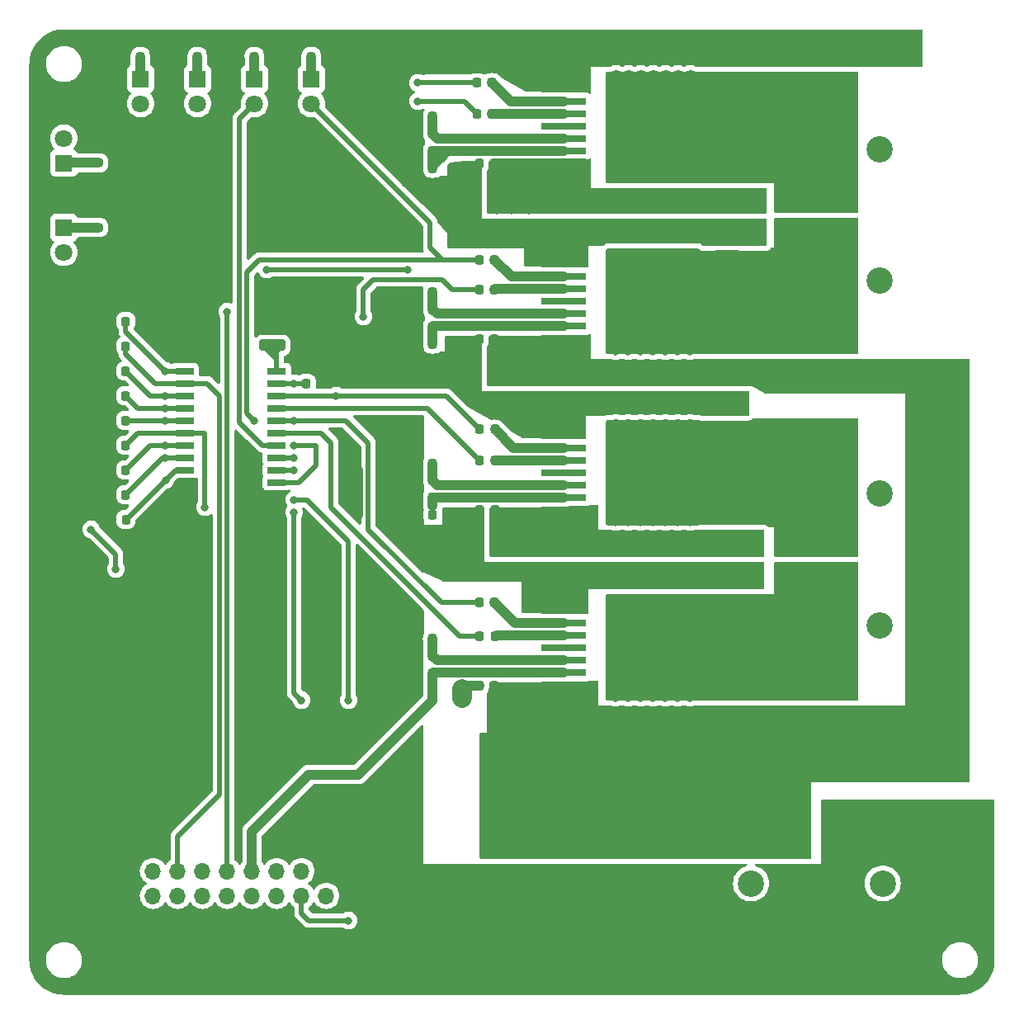
<source format=gbr>
%TF.GenerationSoftware,KiCad,Pcbnew,7.0.7*%
%TF.CreationDate,2023-12-04T17:46:37+09:00*%
%TF.ProjectId,AltairMD_V6,416c7461-6972-44d4-945f-56362e6b6963,rev?*%
%TF.SameCoordinates,Original*%
%TF.FileFunction,Copper,L1,Top*%
%TF.FilePolarity,Positive*%
%FSLAX46Y46*%
G04 Gerber Fmt 4.6, Leading zero omitted, Abs format (unit mm)*
G04 Created by KiCad (PCBNEW 7.0.7) date 2023-12-04 17:46:37*
%MOMM*%
%LPD*%
G01*
G04 APERTURE LIST*
G04 Aperture macros list*
%AMRoundRect*
0 Rectangle with rounded corners*
0 $1 Rounding radius*
0 $2 $3 $4 $5 $6 $7 $8 $9 X,Y pos of 4 corners*
0 Add a 4 corners polygon primitive as box body*
4,1,4,$2,$3,$4,$5,$6,$7,$8,$9,$2,$3,0*
0 Add four circle primitives for the rounded corners*
1,1,$1+$1,$2,$3*
1,1,$1+$1,$4,$5*
1,1,$1+$1,$6,$7*
1,1,$1+$1,$8,$9*
0 Add four rect primitives between the rounded corners*
20,1,$1+$1,$2,$3,$4,$5,0*
20,1,$1+$1,$4,$5,$6,$7,0*
20,1,$1+$1,$6,$7,$8,$9,0*
20,1,$1+$1,$8,$9,$2,$3,0*%
G04 Aperture macros list end*
%TA.AperFunction,ComponentPad*%
%ADD10C,2.700000*%
%TD*%
%TA.AperFunction,ComponentPad*%
%ADD11C,4.050000*%
%TD*%
%TA.AperFunction,SMDPad,CuDef*%
%ADD12RoundRect,0.225000X-0.225000X-0.250000X0.225000X-0.250000X0.225000X0.250000X-0.225000X0.250000X0*%
%TD*%
%TA.AperFunction,ComponentPad*%
%ADD13R,1.800000X1.800000*%
%TD*%
%TA.AperFunction,ComponentPad*%
%ADD14C,1.800000*%
%TD*%
%TA.AperFunction,SMDPad,CuDef*%
%ADD15RoundRect,0.225000X0.225000X0.250000X-0.225000X0.250000X-0.225000X-0.250000X0.225000X-0.250000X0*%
%TD*%
%TA.AperFunction,SMDPad,CuDef*%
%ADD16R,4.600000X0.800000*%
%TD*%
%TA.AperFunction,SMDPad,CuDef*%
%ADD17R,9.400000X10.800000*%
%TD*%
%TA.AperFunction,SMDPad,CuDef*%
%ADD18RoundRect,0.225000X-0.250000X0.225000X-0.250000X-0.225000X0.250000X-0.225000X0.250000X0.225000X0*%
%TD*%
%TA.AperFunction,SMDPad,CuDef*%
%ADD19RoundRect,0.250000X1.100000X-0.325000X1.100000X0.325000X-1.100000X0.325000X-1.100000X-0.325000X0*%
%TD*%
%TA.AperFunction,ComponentPad*%
%ADD20R,1.700000X1.700000*%
%TD*%
%TA.AperFunction,ComponentPad*%
%ADD21O,1.700000X1.700000*%
%TD*%
%TA.AperFunction,SMDPad,CuDef*%
%ADD22R,2.150000X4.300000*%
%TD*%
%TA.AperFunction,SMDPad,CuDef*%
%ADD23R,1.900000X0.650000*%
%TD*%
%TA.AperFunction,ViaPad*%
%ADD24C,0.800000*%
%TD*%
%TA.AperFunction,Conductor*%
%ADD25C,1.000000*%
%TD*%
%TA.AperFunction,Conductor*%
%ADD26C,0.500000*%
%TD*%
%TA.AperFunction,Conductor*%
%ADD27C,2.000000*%
%TD*%
G04 APERTURE END LIST*
D10*
%TO.P,J2,4*%
%TO.N,N/C*%
X193960000Y-98450000D03*
%TO.P,J2,3*%
X193960000Y-111950000D03*
D11*
%TO.P,J2,2,Pin_2*%
%TO.N,M-1*%
X187960000Y-108800000D03*
%TO.P,J2,1,Pin_1*%
%TO.N,M+1*%
X187960000Y-101600000D03*
%TD*%
D10*
%TO.P,J1,4*%
%TO.N,N/C*%
X194246000Y-138430000D03*
%TO.P,J1,3*%
X180746000Y-138430000D03*
D11*
%TO.P,J1,2,Pin_2*%
%TO.N,+24V*%
X183896000Y-132430000D03*
%TO.P,J1,1,Pin_1*%
%TO.N,GND*%
X191096000Y-132430000D03*
%TD*%
D12*
%TO.P,R8,1*%
%TO.N,GND*%
X146532000Y-95397000D03*
%TO.P,R8,2*%
%TO.N,Net-(IC1-SR)*%
X148082000Y-95397000D03*
%TD*%
D13*
%TO.P,D3,1,K*%
%TO.N,Net-(D3-K)*%
X118110000Y-55880000D03*
D14*
%TO.P,D3,2,A*%
%TO.N,IN1*%
X118110000Y-58420000D03*
%TD*%
D15*
%TO.P,R21,1*%
%TO.N,Net-(IC4-IN)*%
X154432000Y-74422000D03*
%TO.P,R21,2*%
%TO.N,IN2_2*%
X152882000Y-74422000D03*
%TD*%
D16*
%TO.P,IC4,1,GND*%
%TO.N,GND*%
X161538000Y-74886000D03*
%TO.P,IC4,2,IN*%
%TO.N,Net-(IC4-IN)*%
X161538000Y-76156000D03*
%TO.P,IC4,3,INH*%
%TO.N,Net-(IC4-INH)*%
X161538000Y-77426000D03*
%TO.P,IC4,4,OUT_1*%
%TO.N,unconnected-(IC4-OUT_1-Pad4)*%
X161538000Y-78696000D03*
%TO.P,IC4,5,SR*%
%TO.N,Net-(IC4-SR)*%
X161538000Y-79966000D03*
%TO.P,IC4,6,IS*%
%TO.N,IS2_2*%
X161538000Y-81236000D03*
%TO.P,IC4,7,VS*%
%TO.N,+24V*%
X161538000Y-82506000D03*
D17*
%TO.P,IC4,8,OUT_2*%
%TO.N,M-2*%
X170688000Y-78696000D03*
%TD*%
D12*
%TO.P,R18,1*%
%TO.N,INH1_2*%
X152628000Y-59456000D03*
%TO.P,R18,2*%
%TO.N,Net-(IC3-INH)*%
X154178000Y-59456000D03*
%TD*%
D15*
%TO.P,C4,1*%
%TO.N,+24V*%
X154432000Y-118130000D03*
%TO.P,C4,2*%
%TO.N,GND*%
X152882000Y-118130000D03*
%TD*%
%TO.P,C15,1*%
%TO.N,+24V*%
X154432000Y-64536000D03*
%TO.P,C15,2*%
%TO.N,GND*%
X152882000Y-64536000D03*
%TD*%
D12*
%TO.P,R15,1*%
%TO.N,GND*%
X146532000Y-118638000D03*
%TO.P,R15,2*%
%TO.N,IS2*%
X148082000Y-118638000D03*
%TD*%
D13*
%TO.P,D5,1,K*%
%TO.N,Net-(D5-K)*%
X129794000Y-55880000D03*
D14*
%TO.P,D5,2,A*%
%TO.N,IN1_2*%
X129794000Y-58420000D03*
%TD*%
D15*
%TO.P,C22,1*%
%TO.N,IS2_2*%
X148082000Y-83078000D03*
%TO.P,C22,2*%
%TO.N,GND*%
X146532000Y-83078000D03*
%TD*%
D13*
%TO.P,D4,1,K*%
%TO.N,Net-(D4-K)*%
X123952000Y-55880000D03*
D14*
%TO.P,D4,2,A*%
%TO.N,IN2*%
X123952000Y-58420000D03*
%TD*%
D15*
%TO.P,C11,1*%
%TO.N,IS1*%
X148082000Y-100604000D03*
%TO.P,C11,2*%
%TO.N,GND*%
X146532000Y-100604000D03*
%TD*%
D18*
%TO.P,R6,1*%
%TO.N,Net-(D2-K)*%
X113792000Y-71120000D03*
%TO.P,R6,2*%
%TO.N,GND*%
X113792000Y-72670000D03*
%TD*%
D19*
%TO.P,C2,1*%
%TO.N,+5V*%
X131647000Y-83214000D03*
%TO.P,C2,2*%
%TO.N,GND*%
X131647000Y-80264000D03*
%TD*%
D13*
%TO.P,D1,1,K*%
%TO.N,Net-(D1-K)*%
X110236000Y-64516000D03*
D14*
%TO.P,D1,2,A*%
%TO.N,+24V*%
X110236000Y-61976000D03*
%TD*%
D15*
%TO.P,R25,1*%
%TO.N,IN2\u002A*%
X116586000Y-88392000D03*
%TO.P,R25,2*%
%TO.N,GND*%
X115036000Y-88392000D03*
%TD*%
D12*
%TO.P,R33,1*%
%TO.N,Net-(D6-K)*%
X135623000Y-53594000D03*
%TO.P,R33,2*%
%TO.N,GND*%
X137173000Y-53594000D03*
%TD*%
D10*
%TO.P,J4,4*%
%TO.N,N/C*%
X193960000Y-63100000D03*
%TO.P,J4,3*%
X193960000Y-76600000D03*
D11*
%TO.P,J4,2,Pin_2*%
%TO.N,M-2*%
X187960000Y-73450000D03*
%TO.P,J4,1,Pin_1*%
%TO.N,M+2*%
X187960000Y-66250000D03*
%TD*%
D15*
%TO.P,C21,1*%
%TO.N,Net-(IC4-SR)*%
X148082000Y-79522000D03*
%TO.P,C21,2*%
%TO.N,GND*%
X146532000Y-79522000D03*
%TD*%
D19*
%TO.P,C7,1*%
%TO.N,M+1*%
X178308000Y-91850000D03*
%TO.P,C7,2*%
%TO.N,GND*%
X178308000Y-88900000D03*
%TD*%
D12*
%TO.P,R12,1*%
%TO.N,IN1*%
X152908000Y-91841000D03*
%TO.P,R12,2*%
%TO.N,Net-(IC1-IN)*%
X154458000Y-91841000D03*
%TD*%
D15*
%TO.P,R27,1*%
%TO.N,IN1\u002A*%
X116586000Y-83312000D03*
%TO.P,R27,2*%
%TO.N,GND*%
X115036000Y-83312000D03*
%TD*%
D16*
%TO.P,IC1,1,GND*%
%TO.N,GND*%
X161538000Y-92476000D03*
%TO.P,IC1,2,IN*%
%TO.N,Net-(IC1-IN)*%
X161538000Y-93746000D03*
%TO.P,IC1,3,INH*%
%TO.N,Net-(IC1-INH)*%
X161538000Y-95016000D03*
%TO.P,IC1,4,OUT_1*%
%TO.N,unconnected-(IC1-OUT_1-Pad4)*%
X161538000Y-96286000D03*
%TO.P,IC1,5,SR*%
%TO.N,Net-(IC1-SR)*%
X161538000Y-97556000D03*
%TO.P,IC1,6,IS*%
%TO.N,IS1*%
X161538000Y-98826000D03*
%TO.P,IC1,7,VS*%
%TO.N,+24V*%
X161538000Y-100096000D03*
D17*
%TO.P,IC1,8,OUT_2*%
%TO.N,M+1*%
X170688000Y-96286000D03*
%TD*%
D15*
%TO.P,C13,1*%
%TO.N,IS1_2*%
X148078000Y-65044000D03*
%TO.P,C13,2*%
%TO.N,GND*%
X146528000Y-65044000D03*
%TD*%
D20*
%TO.P,J3,1,Pin_1*%
%TO.N,GND*%
X137160000Y-137160000D03*
D21*
%TO.P,J3,2,Pin_2*%
%TO.N,+5V*%
X137160000Y-139700000D03*
%TO.P,J3,3,Pin_3*%
%TO.N,D1*%
X134620000Y-137160000D03*
%TO.P,J3,4,Pin_4*%
%TO.N,D2*%
X134620000Y-139700000D03*
%TO.P,J3,5,Pin_5*%
%TO.N,IS1*%
X132080000Y-137160000D03*
%TO.P,J3,6,Pin_6*%
%TO.N,INH1\u002A*%
X132080000Y-139700000D03*
%TO.P,J3,7,Pin_7*%
%TO.N,IS2*%
X129540000Y-137160000D03*
%TO.P,J3,8,Pin_8*%
%TO.N,INH2\u002A*%
X129540000Y-139700000D03*
%TO.P,J3,9,Pin_9*%
%TO.N,IS1_2*%
X127000000Y-137160000D03*
%TO.P,J3,10,Pin_10*%
%TO.N,INH1_2\u002A*%
X127000000Y-139700000D03*
%TO.P,J3,11,Pin_11*%
%TO.N,IS2_2*%
X124460000Y-137160000D03*
%TO.P,J3,12,Pin_12*%
%TO.N,INH2_2\u002A*%
X124460000Y-139700000D03*
%TO.P,J3,13,Pin_13*%
%TO.N,IN1\u002A*%
X121920000Y-137160000D03*
%TO.P,J3,14,Pin_14*%
%TO.N,IN2\u002A*%
X121920000Y-139700000D03*
%TO.P,J3,15,Pin_15*%
%TO.N,IN1_2\u002A*%
X119380000Y-137160000D03*
%TO.P,J3,16,Pin_16*%
%TO.N,IN2_2\u002A*%
X119380000Y-139700000D03*
%TD*%
D22*
%TO.P,C1,2*%
%TO.N,GND*%
X170688000Y-140988000D03*
%TO.P,C1,1*%
%TO.N,+24V*%
X170688000Y-132588000D03*
%TD*%
D15*
%TO.P,C9,1*%
%TO.N,Net-(IC1-SR)*%
X148082000Y-97048000D03*
%TO.P,C9,2*%
%TO.N,GND*%
X146532000Y-97048000D03*
%TD*%
D19*
%TO.P,C8,1*%
%TO.N,M-1*%
X178308000Y-109884000D03*
%TO.P,C8,2*%
%TO.N,GND*%
X178308000Y-106934000D03*
%TD*%
D15*
%TO.P,R28,1*%
%TO.N,D1*%
X116586000Y-80772000D03*
%TO.P,R28,2*%
%TO.N,GND*%
X115036000Y-80772000D03*
%TD*%
D19*
%TO.P,C19,1*%
%TO.N,M-2*%
X178308000Y-74061000D03*
%TO.P,C19,2*%
%TO.N,GND*%
X178308000Y-71111000D03*
%TD*%
D15*
%TO.P,C20,1*%
%TO.N,+24V*%
X154432000Y-82570000D03*
%TO.P,C20,2*%
%TO.N,GND*%
X152882000Y-82570000D03*
%TD*%
D12*
%TO.P,R29,1*%
%TO.N,D2*%
X135128000Y-87122000D03*
%TO.P,R29,2*%
%TO.N,GND*%
X136678000Y-87122000D03*
%TD*%
%TO.P,R31,1*%
%TO.N,Net-(D4-K)*%
X123926000Y-53594000D03*
%TO.P,R31,2*%
%TO.N,GND*%
X125476000Y-53594000D03*
%TD*%
D19*
%TO.P,C17,1*%
%TO.N,M+2*%
X178308000Y-56593000D03*
%TO.P,C17,2*%
%TO.N,GND*%
X178308000Y-53643000D03*
%TD*%
D15*
%TO.P,R2,1*%
%TO.N,IN2_2\u002A*%
X116586000Y-98552000D03*
%TO.P,R2,2*%
%TO.N,GND*%
X115036000Y-98552000D03*
%TD*%
D13*
%TO.P,D2,1,K*%
%TO.N,Net-(D2-K)*%
X110236000Y-71146000D03*
D14*
%TO.P,D2,2,A*%
%TO.N,+5V*%
X110236000Y-73686000D03*
%TD*%
D15*
%TO.P,C3,1*%
%TO.N,+24V*%
X154458000Y-100096000D03*
%TO.P,C3,2*%
%TO.N,GND*%
X152908000Y-100096000D03*
%TD*%
%TO.P,R13,1*%
%TO.N,Net-(IC2-IN)*%
X154432000Y-109621000D03*
%TO.P,R13,2*%
%TO.N,IN2*%
X152882000Y-109621000D03*
%TD*%
D12*
%TO.P,R23,1*%
%TO.N,GND*%
X146532000Y-81300000D03*
%TO.P,R23,2*%
%TO.N,IS2_2*%
X148082000Y-81300000D03*
%TD*%
D19*
%TO.P,C6,1*%
%TO.N,+24V*%
X178308000Y-121568000D03*
%TO.P,C6,2*%
%TO.N,M-1*%
X178308000Y-118618000D03*
%TD*%
D15*
%TO.P,R24,1*%
%TO.N,INH2\u002A*%
X116586000Y-90932000D03*
%TO.P,R24,2*%
%TO.N,GND*%
X115036000Y-90932000D03*
%TD*%
D19*
%TO.P,C5,1*%
%TO.N,+24V*%
X178308000Y-103886000D03*
%TO.P,C5,2*%
%TO.N,M+1*%
X178308000Y-100936000D03*
%TD*%
D15*
%TO.P,C12,1*%
%TO.N,IS2*%
X148082000Y-116860000D03*
%TO.P,C12,2*%
%TO.N,GND*%
X146532000Y-116860000D03*
%TD*%
%TO.P,R26,1*%
%TO.N,INH1\u002A*%
X116586000Y-85852000D03*
%TO.P,R26,2*%
%TO.N,GND*%
X115036000Y-85852000D03*
%TD*%
%TO.P,R4,1*%
%TO.N,IN1_2\u002A*%
X116586000Y-93472000D03*
%TO.P,R4,2*%
%TO.N,GND*%
X115036000Y-93472000D03*
%TD*%
%TO.P,C14,1*%
%TO.N,Net-(IC3-SR)*%
X148082000Y-61488000D03*
%TO.P,C14,2*%
%TO.N,GND*%
X146532000Y-61488000D03*
%TD*%
D12*
%TO.P,R9,1*%
%TO.N,GND*%
X146532000Y-115082000D03*
%TO.P,R9,2*%
%TO.N,Net-(IC2-SR)*%
X148082000Y-115082000D03*
%TD*%
D16*
%TO.P,IC2,1,GND*%
%TO.N,GND*%
X161538000Y-110446000D03*
%TO.P,IC2,2,IN*%
%TO.N,Net-(IC2-IN)*%
X161538000Y-111716000D03*
%TO.P,IC2,3,INH*%
%TO.N,Net-(IC2-INH)*%
X161538000Y-112986000D03*
%TO.P,IC2,4,OUT_1*%
%TO.N,unconnected-(IC2-OUT_1-Pad4)*%
X161538000Y-114256000D03*
%TO.P,IC2,5,SR*%
%TO.N,Net-(IC2-SR)*%
X161538000Y-115526000D03*
%TO.P,IC2,6,IS*%
%TO.N,IS2*%
X161538000Y-116796000D03*
%TO.P,IC2,7,VS*%
%TO.N,+24V*%
X161538000Y-118066000D03*
D17*
%TO.P,IC2,8,OUT_2*%
%TO.N,M-1*%
X170688000Y-114256000D03*
%TD*%
D15*
%TO.P,C10,1*%
%TO.N,Net-(IC2-SR)*%
X148069000Y-113304000D03*
%TO.P,C10,2*%
%TO.N,GND*%
X146519000Y-113304000D03*
%TD*%
D12*
%TO.P,R16,1*%
%TO.N,GND*%
X146528000Y-63266000D03*
%TO.P,R16,2*%
%TO.N,IS1_2*%
X148078000Y-63266000D03*
%TD*%
%TO.P,R14,1*%
%TO.N,GND*%
X146532000Y-98826000D03*
%TO.P,R14,2*%
%TO.N,IS1*%
X148082000Y-98826000D03*
%TD*%
%TO.P,R32,1*%
%TO.N,Net-(D5-K)*%
X129768000Y-53594000D03*
%TO.P,R32,2*%
%TO.N,GND*%
X131318000Y-53594000D03*
%TD*%
D16*
%TO.P,IC3,1,GND*%
%TO.N,GND*%
X161538000Y-56916000D03*
%TO.P,IC3,2,IN*%
%TO.N,Net-(IC3-IN)*%
X161538000Y-58186000D03*
%TO.P,IC3,3,INH*%
%TO.N,Net-(IC3-INH)*%
X161538000Y-59456000D03*
%TO.P,IC3,4,OUT_1*%
%TO.N,unconnected-(IC3-OUT_1-Pad4)*%
X161538000Y-60726000D03*
%TO.P,IC3,5,SR*%
%TO.N,Net-(IC3-SR)*%
X161538000Y-61996000D03*
%TO.P,IC3,6,IS*%
%TO.N,IS1_2*%
X161538000Y-63266000D03*
%TO.P,IC3,7,VS*%
%TO.N,+24V*%
X161538000Y-64536000D03*
D17*
%TO.P,IC3,8,OUT_2*%
%TO.N,M+2*%
X170688000Y-60726000D03*
%TD*%
D12*
%TO.P,R17,1*%
%TO.N,GND*%
X146532000Y-59710000D03*
%TO.P,R17,2*%
%TO.N,Net-(IC3-SR)*%
X148082000Y-59710000D03*
%TD*%
D19*
%TO.P,C18,1*%
%TO.N,+24V*%
X178308000Y-86106000D03*
%TO.P,C18,2*%
%TO.N,M-2*%
X178308000Y-83156000D03*
%TD*%
D23*
%TO.P,IC5,1,1~{G}*%
%TO.N,D1*%
X122630000Y-85852000D03*
%TO.P,IC5,2,1A1*%
%TO.N,IN1\u002A*%
X122630000Y-87122000D03*
%TO.P,IC5,3,2Y4*%
%TO.N,INH1\u002A*%
X122630000Y-88392000D03*
%TO.P,IC5,4,1A2*%
%TO.N,IN2\u002A*%
X122630000Y-89662000D03*
%TO.P,IC5,5,2Y3*%
%TO.N,INH2\u002A*%
X122630000Y-90932000D03*
%TO.P,IC5,6,1A3*%
%TO.N,IN1_2\u002A*%
X122630000Y-92202000D03*
%TO.P,IC5,7,2Y2*%
%TO.N,INH1_2\u002A*%
X122630000Y-93472000D03*
%TO.P,IC5,8,1A4*%
%TO.N,IN2_2\u002A*%
X122630000Y-94742000D03*
%TO.P,IC5,9,2Y1*%
%TO.N,INH2_2\u002A*%
X122630000Y-96012000D03*
%TO.P,IC5,10,GND*%
%TO.N,GND*%
X122630000Y-97282000D03*
%TO.P,IC5,11,2A1*%
%TO.N,INH2_2*%
X132080000Y-97282000D03*
%TO.P,IC5,12,1Y4*%
%TO.N,IN2_2*%
X132080000Y-96012000D03*
%TO.P,IC5,13,2A2*%
%TO.N,INH1_2*%
X132080000Y-94742000D03*
%TO.P,IC5,14,1Y3*%
%TO.N,IN1_2*%
X132080000Y-93472000D03*
%TO.P,IC5,15,2A3*%
%TO.N,INH2*%
X132080000Y-92202000D03*
%TO.P,IC5,16,1Y2*%
%TO.N,IN2*%
X132080000Y-90932000D03*
%TO.P,IC5,17,2A4*%
%TO.N,INH1*%
X132080000Y-89662000D03*
%TO.P,IC5,18,1Y1*%
%TO.N,IN1*%
X132080000Y-88392000D03*
%TO.P,IC5,19,2~{G}*%
%TO.N,D2*%
X132080000Y-87122000D03*
%TO.P,IC5,20,VCC*%
%TO.N,+5V*%
X132080000Y-85852000D03*
%TD*%
D15*
%TO.P,R1,1*%
%TO.N,INH2_2\u002A*%
X116599000Y-101092000D03*
%TO.P,R1,2*%
%TO.N,GND*%
X115049000Y-101092000D03*
%TD*%
D13*
%TO.P,D6,1,K*%
%TO.N,Net-(D6-K)*%
X135636000Y-55880000D03*
D14*
%TO.P,D6,2,A*%
%TO.N,IN2_2*%
X135636000Y-58420000D03*
%TD*%
D15*
%TO.P,R20,1*%
%TO.N,Net-(IC4-INH)*%
X154432000Y-77470000D03*
%TO.P,R20,2*%
%TO.N,INH2_2*%
X152882000Y-77470000D03*
%TD*%
D12*
%TO.P,R10,1*%
%TO.N,INH1*%
X152908000Y-95016000D03*
%TO.P,R10,2*%
%TO.N,Net-(IC1-INH)*%
X154458000Y-95016000D03*
%TD*%
D19*
%TO.P,C16,1*%
%TO.N,+24V*%
X178308000Y-68756000D03*
%TO.P,C16,2*%
%TO.N,M+2*%
X178308000Y-65806000D03*
%TD*%
D15*
%TO.P,R11,1*%
%TO.N,Net-(IC2-INH)*%
X154458000Y-113030000D03*
%TO.P,R11,2*%
%TO.N,INH2*%
X152908000Y-113030000D03*
%TD*%
D18*
%TO.P,R5,1*%
%TO.N,Net-(D1-K)*%
X113792000Y-64503000D03*
%TO.P,R5,2*%
%TO.N,GND*%
X113792000Y-66053000D03*
%TD*%
D12*
%TO.P,R19,1*%
%TO.N,IN1_2*%
X152628000Y-56281000D03*
%TO.P,R19,2*%
%TO.N,Net-(IC3-IN)*%
X154178000Y-56281000D03*
%TD*%
%TO.P,R22,1*%
%TO.N,GND*%
X146532000Y-77744000D03*
%TO.P,R22,2*%
%TO.N,Net-(IC4-SR)*%
X148082000Y-77744000D03*
%TD*%
%TO.P,R30,1*%
%TO.N,Net-(D3-K)*%
X118084000Y-53594000D03*
%TO.P,R30,2*%
%TO.N,GND*%
X119634000Y-53594000D03*
%TD*%
D15*
%TO.P,R3,1*%
%TO.N,INH1_2\u002A*%
X116586000Y-96012000D03*
%TO.P,R3,2*%
%TO.N,GND*%
X115036000Y-96012000D03*
%TD*%
D24*
%TO.N,+24V*%
X157988000Y-69342000D03*
X156210000Y-69342000D03*
X154686000Y-69342000D03*
X157988000Y-65532000D03*
X156210000Y-65532000D03*
X154686000Y-65532000D03*
X154686000Y-66802000D03*
X156210000Y-66802000D03*
X157988000Y-66802000D03*
X157988000Y-68072000D03*
X156210000Y-68072000D03*
X154686000Y-68072000D03*
%TO.N,GND*%
X145288000Y-66548000D03*
X145288000Y-65024000D03*
X145288000Y-63500000D03*
X145288000Y-61976000D03*
X144018000Y-61976000D03*
X144018000Y-63500000D03*
X144018000Y-65024000D03*
X144018000Y-69596000D03*
X145542000Y-71374000D03*
X145542000Y-73152000D03*
X144018000Y-71374000D03*
X144018000Y-73152000D03*
X144018000Y-78740000D03*
X144018000Y-80518000D03*
X144018000Y-82042000D03*
X144018000Y-83820000D03*
X144018000Y-85344000D03*
X145542000Y-85344000D03*
X145542000Y-86868000D03*
X144018000Y-86868000D03*
X145542000Y-91186000D03*
X144018000Y-91186000D03*
X144018000Y-92964000D03*
X144780000Y-95504000D03*
X144780000Y-97028000D03*
X144780000Y-98806000D03*
X143002000Y-98806000D03*
X144780000Y-100584000D03*
X143002000Y-100584000D03*
X146050000Y-110490000D03*
X140970000Y-105410000D03*
X140970000Y-123190000D03*
X143510000Y-121920000D03*
X140970000Y-120650000D03*
X140970000Y-118110000D03*
X140970000Y-115570000D03*
X140970000Y-113030000D03*
X140970000Y-110490000D03*
X140970000Y-107950000D03*
X143510000Y-109220000D03*
X143510000Y-111760000D03*
X143510000Y-114300000D03*
X143510000Y-116840000D03*
X148844000Y-105410000D03*
X147320000Y-105410000D03*
X144780000Y-134620000D03*
X198120000Y-132080000D03*
X203200000Y-132080000D03*
X200660000Y-134620000D03*
X198120000Y-137160000D03*
X203200000Y-137160000D03*
X200660000Y-139700000D03*
X203200000Y-142240000D03*
X195580000Y-144780000D03*
X198120000Y-142240000D03*
X198120000Y-147320000D03*
X187960000Y-137160000D03*
X185420000Y-139700000D03*
X190500000Y-139700000D03*
X193040000Y-142240000D03*
X190500000Y-144780000D03*
X193040000Y-147320000D03*
X187960000Y-147320000D03*
X185420000Y-144780000D03*
X187960000Y-142240000D03*
X182880000Y-142240000D03*
X180340000Y-144780000D03*
X182880000Y-147320000D03*
X177800000Y-137160000D03*
X172720000Y-137160000D03*
X167640000Y-137160000D03*
X175260000Y-139700000D03*
X165100000Y-139700000D03*
X177800000Y-142240000D03*
X175260000Y-144780000D03*
X172720000Y-142240000D03*
X167640000Y-142240000D03*
X170180000Y-144780000D03*
X177800000Y-147320000D03*
X172720000Y-147320000D03*
X167640000Y-147320000D03*
X142240000Y-147320000D03*
X147320000Y-147320000D03*
X152400000Y-147320000D03*
X157480000Y-147320000D03*
X162560000Y-147320000D03*
X165100000Y-144780000D03*
X160020000Y-144780000D03*
X154940000Y-144780000D03*
X149860000Y-144780000D03*
X144780000Y-144780000D03*
X142240000Y-142240000D03*
X147320000Y-142240000D03*
X152400000Y-142240000D03*
X157480000Y-142240000D03*
X162560000Y-142240000D03*
X160020000Y-139700000D03*
X154940000Y-139700000D03*
X149860000Y-139700000D03*
X144780000Y-139700000D03*
X142240000Y-137160000D03*
X147320000Y-137160000D03*
X152400000Y-137160000D03*
X157480000Y-137160000D03*
X162560000Y-137160000D03*
%TO.N,+24V*%
X156972000Y-120904000D03*
X155702000Y-120904000D03*
X154432000Y-120904000D03*
X158242000Y-120904000D03*
X156972000Y-122174000D03*
X158242000Y-119634000D03*
X155702000Y-122174000D03*
X154432000Y-119634000D03*
X155702000Y-119634000D03*
X156972000Y-119634000D03*
X154432000Y-122174000D03*
X158242000Y-122174000D03*
X156972000Y-102870000D03*
X155702000Y-102870000D03*
X154432000Y-102870000D03*
X158242000Y-102870000D03*
X156972000Y-104140000D03*
X158242000Y-101600000D03*
X155702000Y-104140000D03*
X154432000Y-101600000D03*
X155702000Y-101600000D03*
X156972000Y-101600000D03*
X154432000Y-104140000D03*
X158242000Y-104140000D03*
X156972000Y-85090000D03*
X155702000Y-85090000D03*
X154432000Y-85090000D03*
X158242000Y-85090000D03*
X156972000Y-86360000D03*
X158242000Y-83820000D03*
X155702000Y-86360000D03*
X154432000Y-83820000D03*
X155702000Y-83820000D03*
X156972000Y-83820000D03*
X154432000Y-86360000D03*
X158242000Y-86360000D03*
%TO.N,GND*%
X150368000Y-72644000D03*
X113284000Y-80772000D03*
X151892000Y-101092000D03*
X151892000Y-84328000D03*
X151892000Y-65278000D03*
X140462000Y-100584000D03*
X151892000Y-85852000D03*
X150368000Y-85852000D03*
X150368000Y-84328000D03*
X151638000Y-54610000D03*
X151638000Y-53086000D03*
X113284000Y-90932000D03*
X150368000Y-103886000D03*
X150368000Y-69596000D03*
X113284000Y-93472000D03*
X113284000Y-85852000D03*
X150368000Y-68072000D03*
X151130000Y-118110000D03*
X150622000Y-53086000D03*
X113284000Y-98552000D03*
X140462000Y-96012000D03*
X150368000Y-106934000D03*
X151892000Y-87376000D03*
X151892000Y-103886000D03*
X151892000Y-72644000D03*
X151892000Y-68072000D03*
X150368000Y-105410000D03*
X150368000Y-66802000D03*
X150368000Y-101092000D03*
X151892000Y-69596000D03*
X151892000Y-71120000D03*
X113284000Y-96012000D03*
X151130000Y-119380000D03*
X120650000Y-101600000D03*
X113284000Y-83312000D03*
X150368000Y-71120000D03*
X113284000Y-88392000D03*
X151892000Y-102362000D03*
X150368000Y-87376000D03*
X150368000Y-65278000D03*
X151892000Y-66802000D03*
X150368000Y-102362000D03*
X151892000Y-106934000D03*
X150622000Y-54610000D03*
X151892000Y-105410000D03*
X143510000Y-119380000D03*
%TO.N,IS1*%
X148082000Y-99695000D03*
%TO.N,M+1*%
X174498000Y-97536000D03*
X168148000Y-96266000D03*
X169418000Y-98806000D03*
X169418000Y-96266000D03*
X169418000Y-93726000D03*
X170688000Y-92456000D03*
X166878000Y-91186000D03*
X169418000Y-91186000D03*
X166878000Y-92456000D03*
X173228000Y-100076000D03*
X173228000Y-97536000D03*
X174498000Y-91186000D03*
X173228000Y-98806000D03*
X174498000Y-100076000D03*
X173228000Y-101346000D03*
X170688000Y-100076000D03*
X174498000Y-96266000D03*
X168148000Y-101346000D03*
X174498000Y-93726000D03*
X170688000Y-98806000D03*
X174498000Y-92456000D03*
X166878000Y-101346000D03*
X174498000Y-101346000D03*
X169418000Y-92456000D03*
X168148000Y-92456000D03*
X166878000Y-98806000D03*
X168148000Y-100076000D03*
X170688000Y-101346000D03*
X166878000Y-93726000D03*
X171958000Y-97536000D03*
X173228000Y-91186000D03*
X171958000Y-101346000D03*
X168148000Y-91186000D03*
X170688000Y-91186000D03*
X168148000Y-98806000D03*
X166878000Y-94996000D03*
X173228000Y-92456000D03*
X166878000Y-100076000D03*
X169418000Y-94996000D03*
X169418000Y-97536000D03*
X174498000Y-98806000D03*
X166878000Y-96266000D03*
X170688000Y-94996000D03*
X171958000Y-91186000D03*
X173228000Y-96266000D03*
X171958000Y-98806000D03*
X173228000Y-93726000D03*
X170688000Y-93726000D03*
X173228000Y-94996000D03*
X171958000Y-94996000D03*
X168148000Y-93726000D03*
X170688000Y-97536000D03*
X166878000Y-97536000D03*
X171958000Y-100076000D03*
X169418000Y-101346000D03*
X171958000Y-92456000D03*
X168148000Y-94996000D03*
X171958000Y-93726000D03*
X170688000Y-96266000D03*
X174498000Y-94996000D03*
X171958000Y-96266000D03*
X168148000Y-97536000D03*
X169418000Y-100076000D03*
%TO.N,IS1_2*%
X131064000Y-75438000D03*
X148590000Y-64008000D03*
X127000000Y-79756000D03*
X145542000Y-75438000D03*
%TO.N,IS2_2*%
X148082000Y-82042000D03*
%TO.N,INH1\u002A*%
X120650000Y-88392000D03*
%TO.N,IN2\u002A*%
X120650000Y-89662000D03*
%TO.N,INH2\u002A*%
X120650000Y-90932000D03*
%TO.N,IN1_2\u002A*%
X124714000Y-99822000D03*
%TO.N,INH1_2\u002A*%
X120650000Y-93472000D03*
%TO.N,IN2_2\u002A*%
X113030000Y-102108000D03*
X120650000Y-94742000D03*
X115570000Y-106172000D03*
%TO.N,INH2_2\u002A*%
X120656500Y-97034500D03*
%TO.N,INH2_2*%
X133858000Y-93472000D03*
X140970000Y-80264000D03*
%TO.N,IN2_2*%
X133858000Y-96012000D03*
X129794000Y-90932000D03*
%TO.N,INH1_2*%
X133858000Y-94742000D03*
X146558000Y-58166000D03*
%TO.N,IN1_2*%
X146558000Y-56281000D03*
%TO.N,IN2*%
X133858000Y-90932000D03*
%TO.N,IN1*%
X138176000Y-88392000D03*
%TO.N,+5V*%
X132588000Y-83312000D03*
X130810000Y-83312000D03*
%TO.N,M-1*%
X171958000Y-113030000D03*
X174498000Y-113030000D03*
X170688000Y-118110000D03*
X166878000Y-109220000D03*
X174498000Y-118110000D03*
X169418000Y-118110000D03*
X168148000Y-113030000D03*
X170688000Y-116840000D03*
X168148000Y-110490000D03*
X171958000Y-118110000D03*
X168148000Y-111760000D03*
X174498000Y-116840000D03*
X171958000Y-109220000D03*
X168148000Y-109220000D03*
X173228000Y-114300000D03*
X171958000Y-114300000D03*
X166878000Y-110490000D03*
X170688000Y-114300000D03*
X174498000Y-111760000D03*
X168148000Y-115570000D03*
X166878000Y-119380000D03*
X170688000Y-110490000D03*
X170688000Y-119380000D03*
X170688000Y-109220000D03*
X171958000Y-115570000D03*
X166878000Y-111760000D03*
X173228000Y-115570000D03*
X174498000Y-115570000D03*
X168148000Y-116840000D03*
X168148000Y-114300000D03*
X169418000Y-115570000D03*
X168148000Y-118110000D03*
X174498000Y-114300000D03*
X173228000Y-118110000D03*
X174498000Y-109220000D03*
X166878000Y-113030000D03*
X168148000Y-119380000D03*
X170688000Y-113030000D03*
X173228000Y-116840000D03*
X166878000Y-115570000D03*
X169418000Y-116840000D03*
X173228000Y-113030000D03*
X173228000Y-110490000D03*
X174498000Y-119380000D03*
X169418000Y-110490000D03*
X170688000Y-115570000D03*
X166878000Y-118110000D03*
X171958000Y-111760000D03*
X174498000Y-110490000D03*
X173228000Y-111760000D03*
X169418000Y-114300000D03*
X171958000Y-119380000D03*
X166878000Y-116840000D03*
X169418000Y-109220000D03*
X166878000Y-114300000D03*
X170688000Y-111760000D03*
X169418000Y-119380000D03*
X171958000Y-110490000D03*
X169418000Y-111760000D03*
X171958000Y-116840000D03*
X169418000Y-113030000D03*
X173228000Y-109220000D03*
X173228000Y-119380000D03*
%TO.N,M+2*%
X169418000Y-55372000D03*
X170688000Y-59182000D03*
X170688000Y-57912000D03*
X169418000Y-64262000D03*
X171958000Y-59182000D03*
X170688000Y-60452000D03*
X168148000Y-57912000D03*
X171958000Y-56642000D03*
X171958000Y-61722000D03*
X170688000Y-64262000D03*
X173228000Y-62992000D03*
X168148000Y-60452000D03*
X166878000Y-65532000D03*
X173228000Y-61722000D03*
X173228000Y-60452000D03*
X166878000Y-62992000D03*
X168148000Y-62992000D03*
X169418000Y-62992000D03*
X168148000Y-59182000D03*
X174498000Y-56642000D03*
X173228000Y-64262000D03*
X174498000Y-61722000D03*
X174498000Y-65532000D03*
X166878000Y-55372000D03*
X168148000Y-64262000D03*
X166878000Y-59182000D03*
X173228000Y-65532000D03*
X174498000Y-59182000D03*
X166878000Y-61722000D03*
X173228000Y-56642000D03*
X168148000Y-65532000D03*
X173228000Y-57912000D03*
X170688000Y-61722000D03*
X173228000Y-59182000D03*
X170688000Y-65532000D03*
X171958000Y-65532000D03*
X171958000Y-57912000D03*
X174498000Y-60452000D03*
X169418000Y-56642000D03*
X169418000Y-59182000D03*
X171958000Y-64262000D03*
X171958000Y-60452000D03*
X173228000Y-55372000D03*
X168148000Y-56642000D03*
X171958000Y-55372000D03*
X174498000Y-62992000D03*
X168148000Y-55372000D03*
X169418000Y-61722000D03*
X174498000Y-64262000D03*
X166878000Y-64262000D03*
X174498000Y-57912000D03*
X166878000Y-60452000D03*
X169418000Y-60452000D03*
X166878000Y-56642000D03*
X170688000Y-62992000D03*
X174498000Y-55372000D03*
X166878000Y-57912000D03*
X170688000Y-56642000D03*
X168148000Y-61722000D03*
X169418000Y-65532000D03*
X169418000Y-57912000D03*
X171958000Y-62992000D03*
X170688000Y-55372000D03*
%TO.N,M-2*%
X169418000Y-81280000D03*
X174498000Y-76200000D03*
X171958000Y-82550000D03*
X166878000Y-81280000D03*
X174498000Y-77470000D03*
X170688000Y-80010000D03*
X170688000Y-81280000D03*
X168148000Y-77470000D03*
X166878000Y-83820000D03*
X168148000Y-81280000D03*
X166878000Y-77470000D03*
X174498000Y-81280000D03*
X170688000Y-83820000D03*
X166878000Y-73660000D03*
X174498000Y-83820000D03*
X171958000Y-73660000D03*
X169418000Y-76200000D03*
X173228000Y-82550000D03*
X168148000Y-83820000D03*
X171958000Y-77470000D03*
X169418000Y-80010000D03*
X166878000Y-74930000D03*
X168148000Y-82550000D03*
X169418000Y-77470000D03*
X174498000Y-82550000D03*
X168148000Y-78740000D03*
X168148000Y-80010000D03*
X170688000Y-78740000D03*
X171958000Y-81280000D03*
X166878000Y-80010000D03*
X173228000Y-73660000D03*
X173228000Y-76200000D03*
X170688000Y-74930000D03*
X166878000Y-78740000D03*
X174498000Y-78740000D03*
X169418000Y-82550000D03*
X171958000Y-80010000D03*
X168148000Y-74930000D03*
X173228000Y-78740000D03*
X170688000Y-76200000D03*
X168148000Y-73660000D03*
X174498000Y-74930000D03*
X166878000Y-76200000D03*
X174498000Y-80010000D03*
X173228000Y-81280000D03*
X168148000Y-76200000D03*
X169418000Y-73660000D03*
X171958000Y-74930000D03*
X170688000Y-77470000D03*
X173228000Y-74930000D03*
X170688000Y-73660000D03*
X173228000Y-80010000D03*
X166878000Y-82550000D03*
X169418000Y-74930000D03*
X171958000Y-76200000D03*
X169418000Y-83820000D03*
X174498000Y-73660000D03*
X169418000Y-78740000D03*
X171958000Y-83820000D03*
X173228000Y-77470000D03*
X171958000Y-78740000D03*
X173228000Y-83820000D03*
X170688000Y-82550000D03*
%TO.N,D1*%
X133858000Y-100330000D03*
X134620000Y-119634000D03*
X120650000Y-85852000D03*
%TO.N,D2*%
X139446000Y-142240000D03*
X133858000Y-99060000D03*
X139446000Y-119634000D03*
X133858000Y-87122000D03*
%TD*%
D25*
%TO.N,IS1*%
X148082000Y-98826000D02*
X148082000Y-99695000D01*
D26*
%TO.N,GND*%
X137160000Y-53581000D02*
X137173000Y-53594000D01*
X131318000Y-53594000D02*
X131318000Y-52324000D01*
X151150000Y-118130000D02*
X151130000Y-118110000D01*
X115049000Y-101092000D02*
X115049000Y-81534000D01*
D27*
X151130000Y-119380000D02*
X151130000Y-118496000D01*
D26*
X146519000Y-113304000D02*
X146519000Y-118625000D01*
X152882000Y-84862000D02*
X152882000Y-82570000D01*
X113792000Y-72670000D02*
X115049000Y-73927000D01*
X152400000Y-85344000D02*
X152882000Y-84862000D01*
X134112000Y-80264000D02*
X131647000Y-80264000D01*
X115049000Y-80785000D02*
X115036000Y-80772000D01*
X125476000Y-53594000D02*
X125476000Y-52324000D01*
X115049000Y-81534000D02*
X115049000Y-80785000D01*
X147320000Y-85344000D02*
X152400000Y-85344000D01*
X146532000Y-59710000D02*
X146532000Y-65040000D01*
X146532000Y-95397000D02*
X146532000Y-100604000D01*
X136678000Y-82830000D02*
X134112000Y-80264000D01*
X146532000Y-65040000D02*
X146528000Y-65044000D01*
X146532000Y-83078000D02*
X146532000Y-84556000D01*
X136926000Y-83078000D02*
X146532000Y-83078000D01*
X115049000Y-73927000D02*
X115049000Y-81534000D01*
X120904000Y-52324000D02*
X125476000Y-52324000D01*
X131318000Y-52324000D02*
X137160000Y-52324000D01*
X146519000Y-118625000D02*
X146532000Y-118638000D01*
X146532000Y-84556000D02*
X147320000Y-85344000D01*
D25*
X152882000Y-118130000D02*
X151150000Y-118130000D01*
D26*
X119634000Y-53594000D02*
X120904000Y-52324000D01*
X136678000Y-87122000D02*
X136678000Y-82830000D01*
X136678000Y-82830000D02*
X136926000Y-83078000D01*
X125476000Y-52324000D02*
X131318000Y-52324000D01*
X137160000Y-52324000D02*
X137160000Y-53581000D01*
X146532000Y-77744000D02*
X146532000Y-83078000D01*
D25*
X140462000Y-96012000D02*
X140462000Y-100584000D01*
%TO.N,Net-(IC1-IN)*%
X156363000Y-93746000D02*
X161538000Y-93746000D01*
X154458000Y-91841000D02*
X156363000Y-93746000D01*
%TO.N,Net-(IC1-INH)*%
X154458000Y-95016000D02*
X161538000Y-95016000D01*
%TO.N,Net-(IC1-SR)*%
X148082000Y-97048000D02*
X148590000Y-97556000D01*
X148590000Y-97556000D02*
X161538000Y-97556000D01*
X148082000Y-95397000D02*
X148082000Y-97048000D01*
%TO.N,IS1*%
X148082000Y-98826000D02*
X161538000Y-98826000D01*
%TO.N,Net-(IC2-IN)*%
X156527000Y-111716000D02*
X154432000Y-109621000D01*
X161538000Y-111716000D02*
X156527000Y-111716000D01*
%TO.N,Net-(IC2-INH)*%
X154648000Y-112986000D02*
X161538000Y-112986000D01*
%TO.N,Net-(IC2-SR)*%
X148082000Y-115082000D02*
X148082000Y-113317000D01*
X148082000Y-115082000D02*
X148526000Y-115526000D01*
X148082000Y-113317000D02*
X148069000Y-113304000D01*
X148526000Y-115526000D02*
X161538000Y-115526000D01*
%TO.N,IS2*%
X148082000Y-119634000D02*
X140462000Y-127254000D01*
X140462000Y-127254000D02*
X135382000Y-127254000D01*
X148082000Y-118638000D02*
X148082000Y-119634000D01*
X135382000Y-127254000D02*
X129540000Y-133096000D01*
X148082000Y-116860000D02*
X148146000Y-116796000D01*
X148146000Y-116796000D02*
X161538000Y-116796000D01*
X129540000Y-133096000D02*
X129540000Y-137160000D01*
X148082000Y-116860000D02*
X148082000Y-118638000D01*
%TO.N,Net-(IC3-IN)*%
X154178000Y-56281000D02*
X156083000Y-58186000D01*
X156083000Y-58186000D02*
X161538000Y-58186000D01*
%TO.N,Net-(IC3-INH)*%
X154178000Y-59456000D02*
X161538000Y-59456000D01*
%TO.N,Net-(IC3-SR)*%
X148082000Y-59710000D02*
X148082000Y-61488000D01*
X148590000Y-61996000D02*
X148082000Y-61488000D01*
X161538000Y-61996000D02*
X148590000Y-61996000D01*
%TO.N,IS1_2*%
X148078000Y-65044000D02*
X148078000Y-64794000D01*
X149606000Y-63266000D02*
X148078000Y-63266000D01*
D26*
X145542000Y-75438000D02*
X131064000Y-75438000D01*
D25*
X161538000Y-63266000D02*
X149606000Y-63266000D01*
X148078000Y-64794000D02*
X148590000Y-64282000D01*
X148590000Y-64282000D02*
X148590000Y-64008000D01*
X148864000Y-64008000D02*
X149606000Y-63266000D01*
X148078000Y-63266000D02*
X148078000Y-65044000D01*
D26*
X127000000Y-79756000D02*
X127000000Y-137160000D01*
D25*
X148590000Y-64008000D02*
X148864000Y-64008000D01*
%TO.N,Net-(IC4-IN)*%
X154432000Y-74422000D02*
X156166000Y-76156000D01*
X156166000Y-76156000D02*
X161538000Y-76156000D01*
%TO.N,Net-(IC4-INH)*%
X154476000Y-77426000D02*
X154432000Y-77470000D01*
X161538000Y-77426000D02*
X154476000Y-77426000D01*
%TO.N,Net-(IC4-SR)*%
X148526000Y-79966000D02*
X161538000Y-79966000D01*
X148082000Y-79522000D02*
X148526000Y-79966000D01*
X148082000Y-77744000D02*
X148082000Y-79522000D01*
%TO.N,IS2_2*%
X148082000Y-81300000D02*
X148082000Y-82042000D01*
X148082000Y-81300000D02*
X148146000Y-81236000D01*
X148146000Y-81236000D02*
X161538000Y-81236000D01*
X148082000Y-82042000D02*
X148082000Y-83078000D01*
D26*
%TO.N,IN1\u002A*%
X116586000Y-84074000D02*
X119634000Y-87122000D01*
X121920000Y-137160000D02*
X121920000Y-133604000D01*
X121920000Y-133604000D02*
X126238000Y-129286000D01*
X119634000Y-87122000D02*
X122630000Y-87122000D01*
X124968000Y-87122000D02*
X122630000Y-87122000D01*
X126238000Y-88392000D02*
X124968000Y-87122000D01*
X116586000Y-83312000D02*
X116586000Y-84074000D01*
X126238000Y-129286000D02*
X126238000Y-88392000D01*
%TO.N,INH1\u002A*%
X120650000Y-88392000D02*
X122630000Y-88392000D01*
X116586000Y-85852000D02*
X119126000Y-88392000D01*
X119126000Y-88392000D02*
X120650000Y-88392000D01*
%TO.N,IN2\u002A*%
X120650000Y-89662000D02*
X122630000Y-89662000D01*
X116586000Y-88392000D02*
X117856000Y-89662000D01*
X117856000Y-89662000D02*
X120650000Y-89662000D01*
%TO.N,INH2\u002A*%
X116586000Y-90932000D02*
X120650000Y-90932000D01*
X120650000Y-90932000D02*
X122630000Y-90932000D01*
%TO.N,IN1_2\u002A*%
X124714000Y-92202000D02*
X122630000Y-92202000D01*
X116586000Y-93472000D02*
X117856000Y-92202000D01*
X117856000Y-92202000D02*
X122630000Y-92202000D01*
X124714000Y-99822000D02*
X124714000Y-92202000D01*
%TO.N,INH1_2\u002A*%
X119126000Y-93472000D02*
X120650000Y-93472000D01*
X116586000Y-96012000D02*
X119126000Y-93472000D01*
X120650000Y-93472000D02*
X122630000Y-93472000D01*
%TO.N,IN2_2\u002A*%
X116586000Y-98552000D02*
X120396000Y-94742000D01*
X120650000Y-94742000D02*
X122630000Y-94742000D01*
X115570000Y-104648000D02*
X113030000Y-102108000D01*
X115570000Y-106172000D02*
X115570000Y-104648000D01*
X120396000Y-94742000D02*
X120650000Y-94742000D01*
%TO.N,INH2_2\u002A*%
X120656500Y-97034500D02*
X121679000Y-96012000D01*
X121679000Y-96012000D02*
X122630000Y-96012000D01*
X116599000Y-101092000D02*
X120656500Y-97034500D01*
%TO.N,INH2_2*%
X140970000Y-77470000D02*
X141986000Y-76454000D01*
X141986000Y-76454000D02*
X149098000Y-76454000D01*
X134366000Y-97282000D02*
X132080000Y-97282000D01*
X140970000Y-80264000D02*
X140970000Y-77470000D01*
X136144000Y-95504000D02*
X134366000Y-97282000D01*
X150114000Y-77470000D02*
X152882000Y-77470000D01*
X133858000Y-93472000D02*
X136144000Y-93472000D01*
X136144000Y-93472000D02*
X136144000Y-95504000D01*
X149098000Y-76454000D02*
X150114000Y-77470000D01*
%TO.N,IN2_2*%
X129032000Y-75692000D02*
X129032000Y-90170000D01*
X133858000Y-96012000D02*
X132080000Y-96012000D01*
X147828000Y-70612000D02*
X135636000Y-58420000D01*
X129032000Y-90170000D02*
X129794000Y-90932000D01*
X149098000Y-74422000D02*
X147828000Y-73152000D01*
X149098000Y-74422000D02*
X130302000Y-74422000D01*
X130302000Y-74422000D02*
X129032000Y-75692000D01*
X147828000Y-73152000D02*
X147828000Y-70612000D01*
X152882000Y-74422000D02*
X149098000Y-74422000D01*
%TO.N,INH1_2*%
X151338000Y-58166000D02*
X152628000Y-59456000D01*
X133858000Y-94742000D02*
X132080000Y-94742000D01*
X146558000Y-58166000D02*
X151338000Y-58166000D01*
%TO.N,IN1_2*%
X132080000Y-93472000D02*
X130630000Y-93472000D01*
X128270000Y-91112000D02*
X128270000Y-59944000D01*
X152628000Y-56281000D02*
X146558000Y-56281000D01*
X130630000Y-93472000D02*
X128270000Y-91112000D01*
X128270000Y-59944000D02*
X129794000Y-58420000D01*
%TO.N,INH2*%
X137668000Y-93218000D02*
X137668000Y-99822000D01*
X137668000Y-99822000D02*
X150876000Y-113030000D01*
X150876000Y-113030000D02*
X152908000Y-113030000D01*
X132080000Y-92202000D02*
X136652000Y-92202000D01*
X136652000Y-92202000D02*
X137668000Y-93218000D01*
%TO.N,IN2*%
X141478000Y-93218000D02*
X141478000Y-102108000D01*
X148991000Y-109621000D02*
X152882000Y-109621000D01*
X133858000Y-90932000D02*
X132080000Y-90932000D01*
X133858000Y-90932000D02*
X139192000Y-90932000D01*
X141478000Y-102108000D02*
X148991000Y-109621000D01*
X139192000Y-90932000D02*
X141478000Y-93218000D01*
%TO.N,INH1*%
X132080000Y-89662000D02*
X147554000Y-89662000D01*
X147554000Y-89662000D02*
X152908000Y-95016000D01*
%TO.N,IN1*%
X132080000Y-88392000D02*
X138176000Y-88392000D01*
X138176000Y-88392000D02*
X149459000Y-88392000D01*
X149459000Y-88392000D02*
X152908000Y-91841000D01*
%TO.N,+5V*%
X131572000Y-84074000D02*
X130810000Y-83312000D01*
X132080000Y-85852000D02*
X132080000Y-84582000D01*
X132080000Y-84582000D02*
X131572000Y-84074000D01*
X132080000Y-85852000D02*
X132080000Y-83820000D01*
X132080000Y-83820000D02*
X132588000Y-83312000D01*
X131572000Y-84074000D02*
X131647000Y-83999000D01*
X131647000Y-83999000D02*
X131647000Y-83214000D01*
D25*
%TO.N,+24V*%
X154432000Y-64536000D02*
X161538000Y-64536000D01*
X161538000Y-64536000D02*
X163596000Y-64536000D01*
X178230000Y-68756000D02*
X178308000Y-68756000D01*
D26*
%TO.N,D1*%
X134620000Y-119634000D02*
X133858000Y-118872000D01*
X120650000Y-85852000D02*
X116586000Y-81788000D01*
X122630000Y-85852000D02*
X120650000Y-85852000D01*
X116586000Y-81788000D02*
X116586000Y-80772000D01*
X133858000Y-118872000D02*
X133858000Y-100330000D01*
%TO.N,D2*%
X133858000Y-87122000D02*
X132080000Y-87122000D01*
X135128000Y-87122000D02*
X133858000Y-87122000D01*
X135382000Y-142240000D02*
X134620000Y-141478000D01*
X135147582Y-99060000D02*
X133858000Y-99060000D01*
X139446000Y-103358418D02*
X135147582Y-99060000D01*
X139446000Y-119634000D02*
X139446000Y-103358418D01*
X134620000Y-141478000D02*
X134620000Y-139700000D01*
X139446000Y-142240000D02*
X135382000Y-142240000D01*
D25*
%TO.N,Net-(D1-K)*%
X113792000Y-64503000D02*
X110249000Y-64503000D01*
X110249000Y-64503000D02*
X110236000Y-64516000D01*
%TO.N,Net-(D2-K)*%
X110262000Y-71120000D02*
X110236000Y-71146000D01*
X113792000Y-71120000D02*
X110262000Y-71120000D01*
%TO.N,Net-(D3-K)*%
X118084000Y-53594000D02*
X118084000Y-55854000D01*
X118084000Y-55854000D02*
X118110000Y-55880000D01*
%TO.N,Net-(D4-K)*%
X123926000Y-53594000D02*
X123926000Y-55854000D01*
X123926000Y-55854000D02*
X123952000Y-55880000D01*
%TO.N,Net-(D5-K)*%
X129794000Y-55880000D02*
X129794000Y-53620000D01*
X129794000Y-53620000D02*
X129768000Y-53594000D01*
%TO.N,Net-(D6-K)*%
X135623000Y-55867000D02*
X135636000Y-55880000D01*
X135623000Y-53594000D02*
X135623000Y-55867000D01*
%TD*%
%TA.AperFunction,Conductor*%
%TO.N,GND*%
G36*
X147308187Y-55406819D02*
G01*
X147288331Y-55473807D01*
X147235410Y-55519426D01*
X147184188Y-55530500D01*
X147097337Y-55530500D01*
X147030298Y-55510815D01*
X147024452Y-55506818D01*
X147010734Y-55496851D01*
X147010729Y-55496848D01*
X146837807Y-55419857D01*
X146837802Y-55419855D01*
X146692001Y-55388865D01*
X146652646Y-55380500D01*
X146463354Y-55380500D01*
X146430897Y-55387398D01*
X146278197Y-55419855D01*
X146278192Y-55419857D01*
X146105270Y-55496848D01*
X146105265Y-55496851D01*
X145952129Y-55608111D01*
X145825466Y-55748785D01*
X145730821Y-55912715D01*
X145730818Y-55912722D01*
X145673536Y-56089020D01*
X145672326Y-56092744D01*
X145652540Y-56281000D01*
X145672326Y-56469256D01*
X145672327Y-56469259D01*
X145730818Y-56649277D01*
X145730821Y-56649284D01*
X145825467Y-56813216D01*
X145952128Y-56953887D01*
X145952129Y-56953888D01*
X146105265Y-57065148D01*
X146105267Y-57065149D01*
X146105270Y-57065151D01*
X146176021Y-57096652D01*
X146206497Y-57110221D01*
X146259733Y-57155472D01*
X146280054Y-57222321D01*
X146261008Y-57289545D01*
X146208642Y-57335799D01*
X146206497Y-57336779D01*
X146105267Y-57381850D01*
X146105265Y-57381851D01*
X145952129Y-57493111D01*
X145825466Y-57633785D01*
X145730821Y-57797715D01*
X145730818Y-57797722D01*
X145676889Y-57963700D01*
X145672326Y-57977744D01*
X145652540Y-58166000D01*
X145672326Y-58354256D01*
X145672327Y-58354259D01*
X145730818Y-58534277D01*
X145730821Y-58534284D01*
X145825467Y-58698216D01*
X145867439Y-58744830D01*
X145952129Y-58838888D01*
X146105265Y-58950148D01*
X146105270Y-58950151D01*
X146278192Y-59027142D01*
X146278197Y-59027144D01*
X146463354Y-59066500D01*
X146463355Y-59066500D01*
X146652644Y-59066500D01*
X146652646Y-59066500D01*
X146837803Y-59027144D01*
X147010730Y-58950151D01*
X147012776Y-58948664D01*
X147024452Y-58940182D01*
X147090258Y-58916702D01*
X147097337Y-58916500D01*
X147117651Y-58916500D01*
X147184690Y-58936185D01*
X147230445Y-58988989D01*
X147240389Y-59058147D01*
X147223189Y-59105595D01*
X147213194Y-59121800D01*
X147194999Y-59151298D01*
X147194996Y-59151305D01*
X147141651Y-59312290D01*
X147136615Y-59361580D01*
X147127210Y-59397872D01*
X147122460Y-59408940D01*
X147081500Y-59608258D01*
X147081500Y-61475283D01*
X147079243Y-61564362D01*
X147079243Y-61564370D01*
X147090064Y-61624739D01*
X147090718Y-61629404D01*
X147096925Y-61690430D01*
X147096927Y-61690444D01*
X147107208Y-61723213D01*
X147109079Y-61730837D01*
X147115142Y-61764652D01*
X147115143Y-61764659D01*
X147127703Y-61796101D01*
X147135908Y-61829495D01*
X147141651Y-61885709D01*
X147194996Y-62046694D01*
X147195001Y-62046705D01*
X147272210Y-62171879D01*
X147290672Y-62237294D01*
X147289968Y-62511997D01*
X147271507Y-62576776D01*
X147190998Y-62707300D01*
X147190996Y-62707305D01*
X147137651Y-62868290D01*
X147137650Y-62868297D01*
X147132615Y-62917581D01*
X147123210Y-62953873D01*
X147118460Y-62964942D01*
X147103399Y-63038225D01*
X147102689Y-63041285D01*
X147083936Y-63113716D01*
X147083119Y-63129811D01*
X147080743Y-63148474D01*
X147077500Y-63164260D01*
X147077500Y-63239070D01*
X147077420Y-63242210D01*
X147073631Y-63316935D01*
X147073631Y-63316936D01*
X147076070Y-63332857D01*
X147077500Y-63351633D01*
X147077500Y-64753597D01*
X147077321Y-64758306D01*
X147072662Y-64819474D01*
X147074692Y-64835407D01*
X147077003Y-64853560D01*
X147077500Y-64861388D01*
X147077500Y-65094743D01*
X147092925Y-65246439D01*
X147125898Y-65351530D01*
X147130943Y-65376048D01*
X147137651Y-65441709D01*
X147190996Y-65602694D01*
X147191001Y-65602705D01*
X147263114Y-65719617D01*
X147281576Y-65785029D01*
X147281573Y-65785999D01*
X147281573Y-65786000D01*
X147066000Y-65786000D01*
X147066000Y-68788632D01*
X137053069Y-58775701D01*
X137019584Y-58714378D01*
X137020544Y-58657579D01*
X137022134Y-58651305D01*
X137022135Y-58651296D01*
X137041300Y-58420006D01*
X137041300Y-58419993D01*
X137022135Y-58188702D01*
X137022133Y-58188691D01*
X136965157Y-57963699D01*
X136871924Y-57751151D01*
X136744983Y-57556852D01*
X136744980Y-57556849D01*
X136744979Y-57556847D01*
X136650195Y-57453884D01*
X136619275Y-57391232D01*
X136627135Y-57321806D01*
X136671283Y-57267651D01*
X136698095Y-57253722D01*
X136778326Y-57223798D01*
X136778326Y-57223797D01*
X136778331Y-57223796D01*
X136893546Y-57137546D01*
X136979796Y-57022331D01*
X137030091Y-56887483D01*
X137036500Y-56827873D01*
X137036499Y-54932128D01*
X137030091Y-54872517D01*
X137012485Y-54825314D01*
X136979797Y-54737671D01*
X136979793Y-54737664D01*
X136893547Y-54622455D01*
X136893544Y-54622452D01*
X136778335Y-54536206D01*
X136778328Y-54536202D01*
X136704167Y-54508542D01*
X136648233Y-54466671D01*
X136623816Y-54401206D01*
X136623500Y-54392360D01*
X136623500Y-53543256D01*
X136608074Y-53391562D01*
X136603553Y-53377152D01*
X136575098Y-53286463D01*
X136570055Y-53261947D01*
X136568383Y-53245580D01*
X136563349Y-53196292D01*
X136510003Y-53035303D01*
X136509999Y-53035297D01*
X136509998Y-53035294D01*
X136420970Y-52890959D01*
X136420967Y-52890955D01*
X136301044Y-52771032D01*
X136301040Y-52771029D01*
X136156705Y-52682001D01*
X136156699Y-52681998D01*
X136156697Y-52681997D01*
X136156694Y-52681996D01*
X135995709Y-52628651D01*
X135896352Y-52618500D01*
X135896345Y-52618500D01*
X135862774Y-52618500D01*
X135831694Y-52614542D01*
X135775287Y-52599937D01*
X135639804Y-52593066D01*
X135572064Y-52589631D01*
X135572063Y-52589631D01*
X135572059Y-52589631D01*
X135392944Y-52617070D01*
X135374172Y-52618500D01*
X135349664Y-52618500D01*
X135349643Y-52618501D01*
X135250292Y-52628650D01*
X135250289Y-52628651D01*
X135089305Y-52681996D01*
X135089294Y-52682001D01*
X134944959Y-52771029D01*
X134944955Y-52771032D01*
X134825032Y-52890955D01*
X134825029Y-52890959D01*
X134736001Y-53035294D01*
X134735996Y-53035305D01*
X134682651Y-53196290D01*
X134677615Y-53245580D01*
X134668210Y-53281872D01*
X134663460Y-53292940D01*
X134622500Y-53492258D01*
X134622500Y-54402057D01*
X134602815Y-54469096D01*
X134550011Y-54514851D01*
X134541834Y-54518239D01*
X134493670Y-54536203D01*
X134493664Y-54536206D01*
X134378455Y-54622452D01*
X134378452Y-54622455D01*
X134292206Y-54737664D01*
X134292202Y-54737671D01*
X134241908Y-54872517D01*
X134235501Y-54932116D01*
X134235501Y-54932123D01*
X134235500Y-54932135D01*
X134235500Y-56827870D01*
X134235501Y-56827876D01*
X134241908Y-56887483D01*
X134292202Y-57022328D01*
X134292206Y-57022335D01*
X134378452Y-57137544D01*
X134378455Y-57137547D01*
X134493664Y-57223793D01*
X134493673Y-57223798D01*
X134573904Y-57253722D01*
X134629838Y-57295593D01*
X134654256Y-57361057D01*
X134639405Y-57429330D01*
X134621802Y-57453886D01*
X134527019Y-57556849D01*
X134400075Y-57751151D01*
X134306842Y-57963699D01*
X134249866Y-58188691D01*
X134249864Y-58188702D01*
X134230700Y-58419993D01*
X134230700Y-58420006D01*
X134249864Y-58651297D01*
X134249866Y-58651308D01*
X134306842Y-58876300D01*
X134400075Y-59088848D01*
X134527016Y-59283147D01*
X134527019Y-59283151D01*
X134527021Y-59283153D01*
X134684216Y-59453913D01*
X134684219Y-59453915D01*
X134684222Y-59453918D01*
X134867365Y-59596464D01*
X134867371Y-59596468D01*
X134867374Y-59596470D01*
X135071497Y-59706936D01*
X135185487Y-59746068D01*
X135291015Y-59782297D01*
X135291017Y-59782297D01*
X135291019Y-59782298D01*
X135519951Y-59820500D01*
X135519952Y-59820500D01*
X135752047Y-59820500D01*
X135752049Y-59820500D01*
X135880274Y-59799102D01*
X135949635Y-59807483D01*
X135988362Y-59833730D01*
X147041181Y-70886548D01*
X147074666Y-70947871D01*
X147077500Y-70974229D01*
X147077500Y-73088294D01*
X147076191Y-73106263D01*
X147072710Y-73130025D01*
X147077264Y-73182064D01*
X147077500Y-73187470D01*
X147077500Y-73195709D01*
X147081306Y-73228274D01*
X147088000Y-73304791D01*
X147089461Y-73311867D01*
X147089403Y-73311878D01*
X147091034Y-73319237D01*
X147091092Y-73319224D01*
X147092757Y-73326250D01*
X147119025Y-73398424D01*
X147143185Y-73471331D01*
X147146236Y-73477874D01*
X147146182Y-73477898D01*
X147149472Y-73484693D01*
X147149524Y-73484668D01*
X147153130Y-73491848D01*
X147153246Y-73492487D01*
X147153308Y-73492615D01*
X147155228Y-73497887D01*
X147154289Y-73498228D01*
X147165627Y-73560591D01*
X147138975Y-73625178D01*
X147081636Y-73665102D01*
X147042320Y-73671500D01*
X130365705Y-73671500D01*
X130347735Y-73670191D01*
X130323972Y-73666710D01*
X130278890Y-73670655D01*
X130271933Y-73671264D01*
X130266532Y-73671500D01*
X130258287Y-73671500D01*
X130232222Y-73674546D01*
X130225705Y-73675308D01*
X130220403Y-73675771D01*
X130149201Y-73682001D01*
X130142134Y-73683461D01*
X130142122Y-73683404D01*
X130134753Y-73685038D01*
X130134767Y-73685095D01*
X130127739Y-73686760D01*
X130055567Y-73713028D01*
X130055568Y-73713028D01*
X129982665Y-73737186D01*
X129982663Y-73737186D01*
X129982660Y-73737188D01*
X129976123Y-73740236D01*
X129976098Y-73740184D01*
X129969310Y-73743470D01*
X129969336Y-73743521D01*
X129962885Y-73746761D01*
X129898723Y-73788961D01*
X129833346Y-73829285D01*
X129827682Y-73833765D01*
X129827646Y-73833719D01*
X129821798Y-73838484D01*
X129821835Y-73838528D01*
X129816310Y-73843164D01*
X129763614Y-73899017D01*
X129232181Y-74430449D01*
X129170858Y-74463934D01*
X129101166Y-74458950D01*
X129045233Y-74417078D01*
X129020816Y-74351614D01*
X129020500Y-74342768D01*
X129020500Y-60306229D01*
X129040185Y-60239190D01*
X129056819Y-60218548D01*
X129056818Y-60218548D01*
X129441638Y-59833728D01*
X129502959Y-59800245D01*
X129549722Y-59799102D01*
X129677951Y-59820500D01*
X129677953Y-59820500D01*
X129910048Y-59820500D01*
X129910049Y-59820500D01*
X130138981Y-59782298D01*
X130358503Y-59706936D01*
X130562626Y-59596470D01*
X130745784Y-59453913D01*
X130902979Y-59283153D01*
X131029924Y-59088849D01*
X131123157Y-58876300D01*
X131180134Y-58651305D01*
X131180134Y-58651300D01*
X131180135Y-58651297D01*
X131199300Y-58420006D01*
X131199300Y-58419993D01*
X131180135Y-58188702D01*
X131180133Y-58188691D01*
X131123157Y-57963699D01*
X131029924Y-57751151D01*
X130902983Y-57556852D01*
X130902980Y-57556849D01*
X130902979Y-57556847D01*
X130808195Y-57453884D01*
X130777275Y-57391232D01*
X130785135Y-57321806D01*
X130829283Y-57267651D01*
X130856095Y-57253722D01*
X130936326Y-57223798D01*
X130936326Y-57223797D01*
X130936331Y-57223796D01*
X131051546Y-57137546D01*
X131137796Y-57022331D01*
X131188091Y-56887483D01*
X131194500Y-56827873D01*
X131194499Y-54932128D01*
X131188091Y-54872517D01*
X131170485Y-54825314D01*
X131137797Y-54737671D01*
X131137793Y-54737664D01*
X131051547Y-54622455D01*
X131051544Y-54622452D01*
X130936335Y-54536206D01*
X130936328Y-54536202D01*
X130875167Y-54513391D01*
X130819233Y-54471520D01*
X130794816Y-54406056D01*
X130794500Y-54397209D01*
X130794500Y-53632715D01*
X130796757Y-53543642D01*
X130796756Y-53543641D01*
X130796757Y-53543637D01*
X130785930Y-53483234D01*
X130785280Y-53478599D01*
X130779074Y-53417562D01*
X130768790Y-53384786D01*
X130766920Y-53377168D01*
X130760859Y-53343348D01*
X130760858Y-53343346D01*
X130760858Y-53343344D01*
X130738098Y-53286366D01*
X130736517Y-53281925D01*
X130718159Y-53223412D01*
X130718158Y-53223410D01*
X130718157Y-53223407D01*
X130715681Y-53217637D01*
X130716635Y-53217227D01*
X130711114Y-53202509D01*
X130710479Y-53202720D01*
X130699344Y-53169116D01*
X130655003Y-53035303D01*
X130654999Y-53035297D01*
X130654998Y-53035294D01*
X130565970Y-52890959D01*
X130565967Y-52890955D01*
X130446044Y-52771032D01*
X130446040Y-52771029D01*
X130301705Y-52682001D01*
X130301699Y-52681998D01*
X130301697Y-52681997D01*
X130301694Y-52681996D01*
X130140709Y-52628651D01*
X130041352Y-52618500D01*
X130041345Y-52618500D01*
X130013088Y-52618500D01*
X129978975Y-52613715D01*
X129972374Y-52611826D01*
X129945417Y-52604112D01*
X129742525Y-52588662D01*
X129742522Y-52588662D01*
X129540666Y-52614370D01*
X129536685Y-52615294D01*
X129508679Y-52618500D01*
X129494665Y-52618500D01*
X129494643Y-52618501D01*
X129395292Y-52628650D01*
X129395289Y-52628651D01*
X129234305Y-52681996D01*
X129234294Y-52682001D01*
X129089959Y-52771029D01*
X129089955Y-52771032D01*
X128970032Y-52890955D01*
X128970029Y-52890959D01*
X128881001Y-53035294D01*
X128880996Y-53035305D01*
X128827650Y-53196293D01*
X128823332Y-53238554D01*
X128817317Y-53266032D01*
X128816395Y-53268728D01*
X128770396Y-53466945D01*
X128765242Y-53670358D01*
X128791555Y-53817165D01*
X128793500Y-53839041D01*
X128793500Y-54397209D01*
X128773815Y-54464248D01*
X128721011Y-54510003D01*
X128712833Y-54513391D01*
X128651671Y-54536202D01*
X128651664Y-54536206D01*
X128536455Y-54622452D01*
X128536452Y-54622455D01*
X128450206Y-54737664D01*
X128450202Y-54737671D01*
X128399908Y-54872517D01*
X128393501Y-54932116D01*
X128393501Y-54932123D01*
X128393500Y-54932135D01*
X128393500Y-56827870D01*
X128393501Y-56827876D01*
X128399908Y-56887483D01*
X128450202Y-57022328D01*
X128450206Y-57022335D01*
X128536452Y-57137544D01*
X128536455Y-57137547D01*
X128651664Y-57223793D01*
X128651673Y-57223798D01*
X128731904Y-57253722D01*
X128787838Y-57295593D01*
X128812256Y-57361057D01*
X128797405Y-57429330D01*
X128779802Y-57453886D01*
X128685019Y-57556849D01*
X128558075Y-57751151D01*
X128464842Y-57963699D01*
X128407866Y-58188691D01*
X128407864Y-58188702D01*
X128388700Y-58419993D01*
X128388700Y-58420006D01*
X128407865Y-58651303D01*
X128409455Y-58657581D01*
X128406829Y-58727401D01*
X128376930Y-58775701D01*
X127784358Y-59368272D01*
X127770729Y-59380051D01*
X127751468Y-59394390D01*
X127717898Y-59434397D01*
X127714253Y-59438376D01*
X127708409Y-59444222D01*
X127688059Y-59469959D01*
X127638695Y-59528789D01*
X127634729Y-59534819D01*
X127634682Y-59534788D01*
X127630630Y-59541147D01*
X127630679Y-59541177D01*
X127626889Y-59547321D01*
X127594424Y-59616941D01*
X127559960Y-59685566D01*
X127557488Y-59692357D01*
X127557432Y-59692336D01*
X127554960Y-59699450D01*
X127555015Y-59699469D01*
X127552742Y-59706327D01*
X127544975Y-59743946D01*
X127537207Y-59781565D01*
X127531065Y-59807483D01*
X127519498Y-59856286D01*
X127518661Y-59863454D01*
X127518601Y-59863447D01*
X127517835Y-59870945D01*
X127517895Y-59870951D01*
X127517265Y-59878140D01*
X127519500Y-59954916D01*
X127519500Y-78810633D01*
X127499815Y-78877672D01*
X127447011Y-78923427D01*
X127377853Y-78933371D01*
X127345064Y-78923912D01*
X127279807Y-78894857D01*
X127279802Y-78894855D01*
X127134000Y-78863865D01*
X127094646Y-78855500D01*
X126905354Y-78855500D01*
X126872897Y-78862398D01*
X126720197Y-78894855D01*
X126720192Y-78894857D01*
X126547270Y-78971848D01*
X126547265Y-78971851D01*
X126394129Y-79083111D01*
X126267466Y-79223785D01*
X126172821Y-79387715D01*
X126172818Y-79387722D01*
X126114327Y-79567740D01*
X126114326Y-79567744D01*
X126094540Y-79756000D01*
X126114326Y-79944256D01*
X126114327Y-79944259D01*
X126172818Y-80124277D01*
X126172820Y-80124281D01*
X126172821Y-80124284D01*
X126176827Y-80131222D01*
X126232887Y-80228322D01*
X126249499Y-80290321D01*
X126249499Y-87042769D01*
X126229814Y-87109808D01*
X126177010Y-87155563D01*
X126107852Y-87165507D01*
X126044296Y-87136482D01*
X126037818Y-87130450D01*
X125543729Y-86636361D01*
X125531949Y-86622730D01*
X125524482Y-86612701D01*
X125517612Y-86603472D01*
X125517610Y-86603470D01*
X125477587Y-86569886D01*
X125473612Y-86566244D01*
X125470662Y-86563294D01*
X125467780Y-86560411D01*
X125442040Y-86540059D01*
X125383209Y-86490694D01*
X125377180Y-86486729D01*
X125377212Y-86486680D01*
X125370853Y-86482628D01*
X125370822Y-86482679D01*
X125364680Y-86478891D01*
X125364678Y-86478890D01*
X125364677Y-86478889D01*
X125325474Y-86460608D01*
X125295058Y-86446424D01*
X125256603Y-86427112D01*
X125226433Y-86411960D01*
X125226431Y-86411959D01*
X125226430Y-86411959D01*
X125219645Y-86409489D01*
X125219665Y-86409433D01*
X125212549Y-86406959D01*
X125212531Y-86407015D01*
X125205671Y-86404742D01*
X125177841Y-86398996D01*
X125130434Y-86389207D01*
X125081472Y-86377603D01*
X125055719Y-86371499D01*
X125048547Y-86370661D01*
X125048553Y-86370601D01*
X125041055Y-86369835D01*
X125041050Y-86369895D01*
X125033860Y-86369265D01*
X124957083Y-86371500D01*
X124202781Y-86371500D01*
X124135742Y-86351815D01*
X124089987Y-86299011D01*
X124079492Y-86234243D01*
X124080500Y-86224873D01*
X124080499Y-85479128D01*
X124074091Y-85419517D01*
X124027016Y-85293303D01*
X124023797Y-85284671D01*
X124023793Y-85284664D01*
X123937547Y-85169455D01*
X123937544Y-85169452D01*
X123822335Y-85083206D01*
X123822328Y-85083202D01*
X123687482Y-85032908D01*
X123687483Y-85032908D01*
X123627883Y-85026501D01*
X123627881Y-85026500D01*
X123627873Y-85026500D01*
X123627864Y-85026500D01*
X121632129Y-85026500D01*
X121632123Y-85026501D01*
X121572516Y-85032908D01*
X121437669Y-85083203D01*
X121431942Y-85086331D01*
X121372513Y-85101500D01*
X121189337Y-85101500D01*
X121122298Y-85081815D01*
X121116452Y-85077818D01*
X121102734Y-85067851D01*
X121102729Y-85067848D01*
X120929807Y-84990857D01*
X120929802Y-84990855D01*
X120864669Y-84977011D01*
X120803187Y-84943818D01*
X120802769Y-84943402D01*
X117434391Y-81575024D01*
X117400906Y-81513701D01*
X117405890Y-81444009D01*
X117416529Y-81422253D01*
X117473003Y-81330697D01*
X117526349Y-81169708D01*
X117536500Y-81070345D01*
X117536499Y-80473656D01*
X117526349Y-80374292D01*
X117473003Y-80213303D01*
X117472999Y-80213297D01*
X117472998Y-80213294D01*
X117383970Y-80068959D01*
X117383967Y-80068955D01*
X117264044Y-79949032D01*
X117264040Y-79949029D01*
X117119705Y-79860001D01*
X117119699Y-79859998D01*
X117119697Y-79859997D01*
X117119694Y-79859996D01*
X116958709Y-79806651D01*
X116859346Y-79796500D01*
X116312662Y-79796500D01*
X116312644Y-79796501D01*
X116213292Y-79806650D01*
X116213289Y-79806651D01*
X116052305Y-79859996D01*
X116052294Y-79860001D01*
X115907959Y-79949029D01*
X115907955Y-79949032D01*
X115788032Y-80068955D01*
X115788029Y-80068959D01*
X115699001Y-80213294D01*
X115698996Y-80213305D01*
X115645651Y-80374290D01*
X115635500Y-80473647D01*
X115635500Y-81070337D01*
X115635501Y-81070355D01*
X115645650Y-81169707D01*
X115645651Y-81169710D01*
X115698996Y-81330694D01*
X115699001Y-81330705D01*
X115788029Y-81475041D01*
X115799180Y-81486192D01*
X115832665Y-81547515D01*
X115835499Y-81573872D01*
X115835500Y-81724293D01*
X115834191Y-81742263D01*
X115830710Y-81766025D01*
X115835264Y-81818064D01*
X115835500Y-81823470D01*
X115835500Y-81831709D01*
X115839306Y-81864274D01*
X115846000Y-81940791D01*
X115847461Y-81947867D01*
X115847403Y-81947878D01*
X115849034Y-81955237D01*
X115849092Y-81955224D01*
X115850757Y-81962250D01*
X115877025Y-82034424D01*
X115901185Y-82107331D01*
X115904236Y-82113874D01*
X115904182Y-82113898D01*
X115907470Y-82120688D01*
X115907521Y-82120663D01*
X115910761Y-82127113D01*
X115910762Y-82127114D01*
X115910763Y-82127117D01*
X115932495Y-82160159D01*
X115952965Y-82191283D01*
X115993287Y-82256655D01*
X115997766Y-82262319D01*
X115997718Y-82262356D01*
X116008069Y-82275064D01*
X116009148Y-82276705D01*
X116029532Y-82343535D01*
X116010549Y-82410777D01*
X115970637Y-82450369D01*
X115907956Y-82489031D01*
X115788032Y-82608955D01*
X115788029Y-82608959D01*
X115699001Y-82753294D01*
X115698996Y-82753305D01*
X115645651Y-82914290D01*
X115635500Y-83013647D01*
X115635500Y-83610337D01*
X115635501Y-83610355D01*
X115645650Y-83709707D01*
X115645651Y-83709710D01*
X115698996Y-83870694D01*
X115699001Y-83870705D01*
X115788029Y-84015040D01*
X115788032Y-84015044D01*
X115799181Y-84026193D01*
X115832666Y-84087516D01*
X115835500Y-84113874D01*
X115835500Y-84117709D01*
X115839306Y-84150274D01*
X115846000Y-84226791D01*
X115847461Y-84233867D01*
X115847403Y-84233878D01*
X115849034Y-84241237D01*
X115849092Y-84241224D01*
X115850757Y-84248250D01*
X115877025Y-84320424D01*
X115901185Y-84393331D01*
X115904236Y-84399874D01*
X115904182Y-84399898D01*
X115907470Y-84406688D01*
X115907521Y-84406663D01*
X115910761Y-84413113D01*
X115910762Y-84413114D01*
X115910763Y-84413117D01*
X115952964Y-84477283D01*
X115952965Y-84477283D01*
X115993287Y-84542655D01*
X115997766Y-84548319D01*
X115997719Y-84548356D01*
X116002482Y-84554202D01*
X116002528Y-84554164D01*
X116007173Y-84559700D01*
X116063017Y-84612385D01*
X116164269Y-84713638D01*
X116197754Y-84774961D01*
X116192770Y-84844653D01*
X116150898Y-84900586D01*
X116115593Y-84919025D01*
X116052303Y-84939997D01*
X116052294Y-84940001D01*
X115907959Y-85029029D01*
X115907955Y-85029032D01*
X115788032Y-85148955D01*
X115788029Y-85148959D01*
X115699001Y-85293294D01*
X115698996Y-85293305D01*
X115645651Y-85454290D01*
X115635500Y-85553647D01*
X115635500Y-86150337D01*
X115635501Y-86150355D01*
X115645650Y-86249707D01*
X115645651Y-86249710D01*
X115698996Y-86410694D01*
X115699001Y-86410705D01*
X115788029Y-86555040D01*
X115788032Y-86555044D01*
X115907955Y-86674967D01*
X115907959Y-86674970D01*
X116052294Y-86763998D01*
X116052297Y-86763999D01*
X116052303Y-86764003D01*
X116213292Y-86817349D01*
X116312655Y-86827500D01*
X116448768Y-86827499D01*
X116515808Y-86847183D01*
X116536450Y-86863818D01*
X116877451Y-87204819D01*
X116910936Y-87266142D01*
X116905952Y-87335834D01*
X116864080Y-87391767D01*
X116798616Y-87416184D01*
X116789770Y-87416500D01*
X116312662Y-87416500D01*
X116312644Y-87416501D01*
X116213292Y-87426650D01*
X116213289Y-87426651D01*
X116052305Y-87479996D01*
X116052294Y-87480001D01*
X115907959Y-87569029D01*
X115907955Y-87569032D01*
X115788032Y-87688955D01*
X115788029Y-87688959D01*
X115699001Y-87833294D01*
X115698996Y-87833305D01*
X115645651Y-87994290D01*
X115635500Y-88093647D01*
X115635500Y-88690337D01*
X115635501Y-88690355D01*
X115645650Y-88789707D01*
X115645651Y-88789710D01*
X115698996Y-88950694D01*
X115699001Y-88950705D01*
X115788029Y-89095040D01*
X115788032Y-89095044D01*
X115907955Y-89214967D01*
X115907959Y-89214970D01*
X116052294Y-89303998D01*
X116052297Y-89303999D01*
X116052303Y-89304003D01*
X116213292Y-89357349D01*
X116312655Y-89367500D01*
X116448769Y-89367499D01*
X116515809Y-89387183D01*
X116536451Y-89403818D01*
X116877452Y-89744819D01*
X116910937Y-89806142D01*
X116905953Y-89875834D01*
X116864081Y-89931767D01*
X116798617Y-89956184D01*
X116789771Y-89956500D01*
X116312662Y-89956500D01*
X116312644Y-89956501D01*
X116213292Y-89966650D01*
X116213289Y-89966651D01*
X116052305Y-90019996D01*
X116052294Y-90020001D01*
X115907959Y-90109029D01*
X115907955Y-90109032D01*
X115788032Y-90228955D01*
X115788029Y-90228959D01*
X115699001Y-90373294D01*
X115698996Y-90373305D01*
X115645651Y-90534290D01*
X115635500Y-90633647D01*
X115635500Y-91230337D01*
X115635501Y-91230355D01*
X115645650Y-91329707D01*
X115645651Y-91329710D01*
X115698996Y-91490694D01*
X115699001Y-91490705D01*
X115788029Y-91635040D01*
X115788032Y-91635044D01*
X115907955Y-91754967D01*
X115907959Y-91754970D01*
X116052294Y-91843998D01*
X116052297Y-91843999D01*
X116052303Y-91844003D01*
X116213292Y-91897349D01*
X116312655Y-91907500D01*
X116789769Y-91907499D01*
X116856808Y-91927183D01*
X116902563Y-91979987D01*
X116912507Y-92049146D01*
X116883482Y-92112702D01*
X116877450Y-92119180D01*
X116536449Y-92460181D01*
X116475126Y-92493666D01*
X116448769Y-92496500D01*
X116312663Y-92496500D01*
X116312644Y-92496501D01*
X116213292Y-92506650D01*
X116213289Y-92506651D01*
X116052305Y-92559996D01*
X116052294Y-92560001D01*
X115907959Y-92649029D01*
X115907955Y-92649032D01*
X115788032Y-92768955D01*
X115788029Y-92768959D01*
X115699001Y-92913294D01*
X115698996Y-92913305D01*
X115645651Y-93074290D01*
X115635500Y-93173647D01*
X115635500Y-93770337D01*
X115635501Y-93770355D01*
X115645650Y-93869707D01*
X115645651Y-93869710D01*
X115698996Y-94030694D01*
X115699001Y-94030705D01*
X115788029Y-94175040D01*
X115788032Y-94175044D01*
X115907955Y-94294967D01*
X115907959Y-94294970D01*
X116052294Y-94383998D01*
X116052297Y-94383999D01*
X116052303Y-94384003D01*
X116213292Y-94437349D01*
X116312655Y-94447500D01*
X116789770Y-94447499D01*
X116856809Y-94467183D01*
X116902564Y-94519987D01*
X116912508Y-94589146D01*
X116883483Y-94652702D01*
X116877451Y-94659180D01*
X116536449Y-95000181D01*
X116475126Y-95033666D01*
X116448769Y-95036500D01*
X116312663Y-95036500D01*
X116312644Y-95036501D01*
X116213292Y-95046650D01*
X116213289Y-95046651D01*
X116052305Y-95099996D01*
X116052294Y-95100001D01*
X115907959Y-95189029D01*
X115907955Y-95189032D01*
X115788032Y-95308955D01*
X115788029Y-95308959D01*
X115699001Y-95453294D01*
X115698996Y-95453305D01*
X115645651Y-95614290D01*
X115635500Y-95713647D01*
X115635500Y-96310337D01*
X115635501Y-96310355D01*
X115645650Y-96409707D01*
X115645651Y-96409710D01*
X115698996Y-96570694D01*
X115699001Y-96570705D01*
X115788029Y-96715040D01*
X115788032Y-96715044D01*
X115907955Y-96834967D01*
X115907959Y-96834970D01*
X116052294Y-96923998D01*
X116052297Y-96923999D01*
X116052303Y-96924003D01*
X116213292Y-96977349D01*
X116312655Y-96987500D01*
X116789769Y-96987499D01*
X116856808Y-97007183D01*
X116902563Y-97059987D01*
X116912507Y-97129146D01*
X116883482Y-97192702D01*
X116877450Y-97199180D01*
X116536449Y-97540181D01*
X116475126Y-97573666D01*
X116448769Y-97576500D01*
X116312663Y-97576500D01*
X116312644Y-97576501D01*
X116213292Y-97586650D01*
X116213289Y-97586651D01*
X116052305Y-97639996D01*
X116052294Y-97640001D01*
X115907959Y-97729029D01*
X115907955Y-97729032D01*
X115788032Y-97848955D01*
X115788029Y-97848959D01*
X115699001Y-97993294D01*
X115698996Y-97993305D01*
X115645651Y-98154290D01*
X115635500Y-98253647D01*
X115635500Y-98850337D01*
X115635501Y-98850355D01*
X115645650Y-98949707D01*
X115645651Y-98949710D01*
X115698996Y-99110694D01*
X115699001Y-99110705D01*
X115788029Y-99255040D01*
X115788032Y-99255044D01*
X115907955Y-99374967D01*
X115907959Y-99374970D01*
X116052294Y-99463998D01*
X116052297Y-99463999D01*
X116052303Y-99464003D01*
X116213292Y-99517349D01*
X116312655Y-99527500D01*
X116802769Y-99527499D01*
X116869808Y-99547183D01*
X116915563Y-99599987D01*
X116925507Y-99669146D01*
X116896482Y-99732702D01*
X116890450Y-99739180D01*
X116549449Y-100080181D01*
X116488126Y-100113666D01*
X116461769Y-100116500D01*
X116325663Y-100116500D01*
X116325644Y-100116501D01*
X116226292Y-100126650D01*
X116226289Y-100126651D01*
X116065305Y-100179996D01*
X116065294Y-100180001D01*
X115920959Y-100269029D01*
X115920955Y-100269032D01*
X115801032Y-100388955D01*
X115801029Y-100388959D01*
X115712001Y-100533294D01*
X115711996Y-100533305D01*
X115658651Y-100694290D01*
X115648500Y-100793647D01*
X115648500Y-101390337D01*
X115648501Y-101390355D01*
X115658650Y-101489707D01*
X115658651Y-101489710D01*
X115711996Y-101650694D01*
X115712001Y-101650705D01*
X115801029Y-101795040D01*
X115801032Y-101795044D01*
X115920955Y-101914967D01*
X115920959Y-101914970D01*
X116065294Y-102003998D01*
X116065297Y-102003999D01*
X116065303Y-102004003D01*
X116226292Y-102057349D01*
X116325655Y-102067500D01*
X116872344Y-102067499D01*
X116872352Y-102067498D01*
X116872355Y-102067498D01*
X116926760Y-102061940D01*
X116971708Y-102057349D01*
X117132697Y-102004003D01*
X117277044Y-101914968D01*
X117396968Y-101795044D01*
X117486003Y-101650697D01*
X117539349Y-101489708D01*
X117549500Y-101390345D01*
X117549499Y-101254229D01*
X117569183Y-101187190D01*
X117585813Y-101166553D01*
X120809270Y-97943095D01*
X120870591Y-97909612D01*
X120870927Y-97909539D01*
X120936303Y-97895644D01*
X121109230Y-97818651D01*
X121262371Y-97707388D01*
X121389033Y-97566716D01*
X121483679Y-97402784D01*
X121539022Y-97232455D01*
X121569269Y-97183097D01*
X121878548Y-96873817D01*
X121939871Y-96840333D01*
X121966229Y-96837499D01*
X123627871Y-96837499D01*
X123627872Y-96837499D01*
X123687483Y-96831091D01*
X123796168Y-96790553D01*
X123865858Y-96785570D01*
X123927181Y-96819055D01*
X123960666Y-96880378D01*
X123963500Y-96906736D01*
X123963500Y-99287677D01*
X123946887Y-99349677D01*
X123886821Y-99453714D01*
X123841820Y-99592214D01*
X123828326Y-99633744D01*
X123808540Y-99822000D01*
X123828326Y-100010256D01*
X123828327Y-100010259D01*
X123886818Y-100190277D01*
X123886821Y-100190284D01*
X123981467Y-100354216D01*
X124012750Y-100388959D01*
X124108129Y-100494888D01*
X124261265Y-100606148D01*
X124261270Y-100606151D01*
X124434192Y-100683142D01*
X124434197Y-100683144D01*
X124619354Y-100722500D01*
X124619355Y-100722500D01*
X124808644Y-100722500D01*
X124808646Y-100722500D01*
X124993803Y-100683144D01*
X125166730Y-100606151D01*
X125290617Y-100516141D01*
X125356420Y-100492663D01*
X125424474Y-100508488D01*
X125473169Y-100558594D01*
X125487500Y-100616461D01*
X125487500Y-128923769D01*
X125467815Y-128990808D01*
X125451181Y-129011450D01*
X121434358Y-133028272D01*
X121420729Y-133040051D01*
X121401468Y-133054390D01*
X121367898Y-133094397D01*
X121364253Y-133098376D01*
X121358409Y-133104222D01*
X121338059Y-133129959D01*
X121288695Y-133188789D01*
X121284729Y-133194819D01*
X121284682Y-133194788D01*
X121280630Y-133201147D01*
X121280679Y-133201177D01*
X121276889Y-133207321D01*
X121244424Y-133276941D01*
X121209960Y-133345566D01*
X121207488Y-133352357D01*
X121207432Y-133352336D01*
X121204960Y-133359450D01*
X121205015Y-133359469D01*
X121202742Y-133366327D01*
X121194975Y-133403946D01*
X121187207Y-133441565D01*
X121179496Y-133474102D01*
X121169498Y-133516286D01*
X121168661Y-133523454D01*
X121168601Y-133523447D01*
X121167835Y-133530945D01*
X121167895Y-133530951D01*
X121167265Y-133538140D01*
X121169500Y-133614916D01*
X121169500Y-135972298D01*
X121149815Y-136039337D01*
X121116625Y-136073872D01*
X121048595Y-136121507D01*
X120881505Y-136288597D01*
X120751575Y-136474158D01*
X120696998Y-136517783D01*
X120627500Y-136524977D01*
X120565145Y-136493454D01*
X120548425Y-136474158D01*
X120418494Y-136288597D01*
X120251402Y-136121506D01*
X120251395Y-136121501D01*
X120057834Y-135985967D01*
X120057830Y-135985965D01*
X120028521Y-135972298D01*
X119843663Y-135886097D01*
X119843659Y-135886096D01*
X119843655Y-135886094D01*
X119615413Y-135824938D01*
X119615403Y-135824936D01*
X119380001Y-135804341D01*
X119379999Y-135804341D01*
X119144596Y-135824936D01*
X119144586Y-135824938D01*
X118916344Y-135886094D01*
X118916335Y-135886098D01*
X118702171Y-135985964D01*
X118702169Y-135985965D01*
X118508597Y-136121505D01*
X118341505Y-136288597D01*
X118205965Y-136482169D01*
X118205964Y-136482171D01*
X118106098Y-136696335D01*
X118106094Y-136696344D01*
X118044938Y-136924586D01*
X118044936Y-136924596D01*
X118024341Y-137159999D01*
X118024341Y-137160000D01*
X118044936Y-137395403D01*
X118044938Y-137395413D01*
X118106094Y-137623655D01*
X118106096Y-137623659D01*
X118106097Y-137623663D01*
X118110000Y-137632032D01*
X118205965Y-137837830D01*
X118205967Y-137837834D01*
X118314281Y-137992521D01*
X118341504Y-138031400D01*
X118341506Y-138031402D01*
X118508597Y-138198493D01*
X118508603Y-138198498D01*
X118694158Y-138328425D01*
X118737783Y-138383002D01*
X118744977Y-138452500D01*
X118713454Y-138514855D01*
X118694158Y-138531575D01*
X118508597Y-138661505D01*
X118341505Y-138828597D01*
X118205965Y-139022169D01*
X118205964Y-139022171D01*
X118106098Y-139236335D01*
X118106094Y-139236344D01*
X118044938Y-139464586D01*
X118044936Y-139464596D01*
X118024341Y-139699999D01*
X118024341Y-139700000D01*
X118044936Y-139935403D01*
X118044938Y-139935413D01*
X118106094Y-140163655D01*
X118106096Y-140163659D01*
X118106097Y-140163663D01*
X118110000Y-140172032D01*
X118205965Y-140377830D01*
X118205967Y-140377834D01*
X118314281Y-140532521D01*
X118341505Y-140571401D01*
X118508599Y-140738495D01*
X118576620Y-140786124D01*
X118702165Y-140874032D01*
X118702167Y-140874033D01*
X118702170Y-140874035D01*
X118916337Y-140973903D01*
X119144592Y-141035063D01*
X119332918Y-141051539D01*
X119379999Y-141055659D01*
X119380000Y-141055659D01*
X119380001Y-141055659D01*
X119419234Y-141052226D01*
X119615408Y-141035063D01*
X119843663Y-140973903D01*
X120057830Y-140874035D01*
X120251401Y-140738495D01*
X120418495Y-140571401D01*
X120548426Y-140385841D01*
X120603002Y-140342217D01*
X120672500Y-140335023D01*
X120734855Y-140366546D01*
X120751575Y-140385842D01*
X120881500Y-140571395D01*
X120881505Y-140571401D01*
X121048599Y-140738495D01*
X121116620Y-140786124D01*
X121242165Y-140874032D01*
X121242167Y-140874033D01*
X121242170Y-140874035D01*
X121456337Y-140973903D01*
X121684592Y-141035063D01*
X121872918Y-141051539D01*
X121919999Y-141055659D01*
X121920000Y-141055659D01*
X121920001Y-141055659D01*
X121959234Y-141052226D01*
X122155408Y-141035063D01*
X122383663Y-140973903D01*
X122597830Y-140874035D01*
X122791401Y-140738495D01*
X122958495Y-140571401D01*
X123088426Y-140385840D01*
X123143001Y-140342217D01*
X123212499Y-140335023D01*
X123274854Y-140366546D01*
X123291574Y-140385841D01*
X123421505Y-140571401D01*
X123588599Y-140738495D01*
X123656620Y-140786124D01*
X123782165Y-140874032D01*
X123782167Y-140874033D01*
X123782170Y-140874035D01*
X123996337Y-140973903D01*
X124224592Y-141035063D01*
X124412918Y-141051539D01*
X124459999Y-141055659D01*
X124460000Y-141055659D01*
X124460001Y-141055659D01*
X124499234Y-141052226D01*
X124695408Y-141035063D01*
X124923663Y-140973903D01*
X125137830Y-140874035D01*
X125331401Y-140738495D01*
X125498495Y-140571401D01*
X125628426Y-140385841D01*
X125683002Y-140342217D01*
X125752500Y-140335023D01*
X125814855Y-140366546D01*
X125831575Y-140385842D01*
X125961500Y-140571395D01*
X125961505Y-140571401D01*
X126128599Y-140738495D01*
X126196620Y-140786124D01*
X126322165Y-140874032D01*
X126322167Y-140874033D01*
X126322170Y-140874035D01*
X126536337Y-140973903D01*
X126764592Y-141035063D01*
X126952918Y-141051539D01*
X126999999Y-141055659D01*
X127000000Y-141055659D01*
X127000001Y-141055659D01*
X127039234Y-141052226D01*
X127235408Y-141035063D01*
X127463663Y-140973903D01*
X127677830Y-140874035D01*
X127871401Y-140738495D01*
X128038495Y-140571401D01*
X128168426Y-140385840D01*
X128223001Y-140342217D01*
X128292499Y-140335023D01*
X128354854Y-140366546D01*
X128371574Y-140385841D01*
X128501505Y-140571401D01*
X128668599Y-140738495D01*
X128736620Y-140786124D01*
X128862165Y-140874032D01*
X128862167Y-140874033D01*
X128862170Y-140874035D01*
X129076337Y-140973903D01*
X129304592Y-141035063D01*
X129492918Y-141051539D01*
X129539999Y-141055659D01*
X129540000Y-141055659D01*
X129540001Y-141055659D01*
X129579234Y-141052226D01*
X129775408Y-141035063D01*
X130003663Y-140973903D01*
X130217830Y-140874035D01*
X130411401Y-140738495D01*
X130578495Y-140571401D01*
X130708426Y-140385841D01*
X130763002Y-140342217D01*
X130832500Y-140335023D01*
X130894855Y-140366546D01*
X130911575Y-140385842D01*
X131041500Y-140571395D01*
X131041505Y-140571401D01*
X131208599Y-140738495D01*
X131276620Y-140786124D01*
X131402165Y-140874032D01*
X131402167Y-140874033D01*
X131402170Y-140874035D01*
X131616337Y-140973903D01*
X131844592Y-141035063D01*
X132032918Y-141051539D01*
X132079999Y-141055659D01*
X132080000Y-141055659D01*
X132080001Y-141055659D01*
X132119234Y-141052226D01*
X132315408Y-141035063D01*
X132543663Y-140973903D01*
X132757830Y-140874035D01*
X132951401Y-140738495D01*
X133118495Y-140571401D01*
X133248426Y-140385840D01*
X133303001Y-140342217D01*
X133372499Y-140335023D01*
X133434854Y-140366546D01*
X133451574Y-140385841D01*
X133581505Y-140571401D01*
X133748599Y-140738495D01*
X133816620Y-140786124D01*
X133816622Y-140786125D01*
X133860247Y-140840701D01*
X133869499Y-140887700D01*
X133869499Y-141414294D01*
X133868191Y-141432259D01*
X133864710Y-141456026D01*
X133869264Y-141508064D01*
X133869500Y-141513470D01*
X133869500Y-141521709D01*
X133873306Y-141554274D01*
X133880000Y-141630791D01*
X133881461Y-141637867D01*
X133881403Y-141637878D01*
X133883034Y-141645237D01*
X133883092Y-141645224D01*
X133884757Y-141652250D01*
X133911025Y-141724424D01*
X133935185Y-141797331D01*
X133938236Y-141803874D01*
X133938182Y-141803898D01*
X133941470Y-141810688D01*
X133941521Y-141810663D01*
X133944761Y-141817113D01*
X133944762Y-141817114D01*
X133944763Y-141817117D01*
X133980672Y-141871715D01*
X133986965Y-141881283D01*
X134027287Y-141946655D01*
X134031766Y-141952319D01*
X134031719Y-141952356D01*
X134036482Y-141958202D01*
X134036528Y-141958164D01*
X134041173Y-141963700D01*
X134097017Y-142016385D01*
X134806270Y-142725638D01*
X134818051Y-142739270D01*
X134832388Y-142758528D01*
X134872409Y-142792111D01*
X134876397Y-142795766D01*
X134882216Y-142801585D01*
X134882220Y-142801588D01*
X134882223Y-142801591D01*
X134907959Y-142821940D01*
X134966786Y-142871302D01*
X134966787Y-142871302D01*
X134966789Y-142871304D01*
X134972818Y-142875270D01*
X134972785Y-142875319D01*
X134979147Y-142879372D01*
X134979179Y-142879321D01*
X134985319Y-142883108D01*
X134985323Y-142883111D01*
X135020132Y-142899342D01*
X135054941Y-142915575D01*
X135123565Y-142950039D01*
X135123567Y-142950040D01*
X135123569Y-142950040D01*
X135130357Y-142952511D01*
X135130336Y-142952567D01*
X135137455Y-142955042D01*
X135137474Y-142954986D01*
X135144329Y-142957258D01*
X135219561Y-142972790D01*
X135219562Y-142972791D01*
X135294279Y-142990500D01*
X135294289Y-142990500D01*
X135301452Y-142991338D01*
X135301444Y-142991397D01*
X135308945Y-142992164D01*
X135308951Y-142992105D01*
X135316140Y-142992734D01*
X135316144Y-142992733D01*
X135316145Y-142992734D01*
X135392918Y-142990500D01*
X138906663Y-142990500D01*
X138973702Y-143010185D01*
X138979548Y-143014182D01*
X138993265Y-143024148D01*
X138993270Y-143024151D01*
X139166192Y-143101142D01*
X139166197Y-143101144D01*
X139351354Y-143140500D01*
X139351355Y-143140500D01*
X139540644Y-143140500D01*
X139540646Y-143140500D01*
X139725803Y-143101144D01*
X139898730Y-143024151D01*
X140051871Y-142912888D01*
X140178533Y-142772216D01*
X140273179Y-142608284D01*
X140331674Y-142428256D01*
X140351460Y-142240000D01*
X140331674Y-142051744D01*
X140273179Y-141871716D01*
X140178533Y-141707784D01*
X140051871Y-141567112D01*
X140051870Y-141567111D01*
X139898734Y-141455851D01*
X139898729Y-141455848D01*
X139725807Y-141378857D01*
X139725802Y-141378855D01*
X139580001Y-141347865D01*
X139540646Y-141339500D01*
X139351354Y-141339500D01*
X139318897Y-141346398D01*
X139166197Y-141378855D01*
X139166192Y-141378857D01*
X138993270Y-141455848D01*
X138993265Y-141455851D01*
X138979548Y-141465818D01*
X138913742Y-141489298D01*
X138906663Y-141489500D01*
X135744229Y-141489500D01*
X135677190Y-141469815D01*
X135656548Y-141453181D01*
X135406819Y-141203451D01*
X135373334Y-141142128D01*
X135370500Y-141115770D01*
X135370500Y-140887700D01*
X135390185Y-140820661D01*
X135423375Y-140786126D01*
X135491401Y-140738495D01*
X135658495Y-140571401D01*
X135788426Y-140385841D01*
X135843002Y-140342217D01*
X135912500Y-140335023D01*
X135974855Y-140366546D01*
X135991575Y-140385842D01*
X136121500Y-140571395D01*
X136121505Y-140571401D01*
X136288599Y-140738495D01*
X136356620Y-140786124D01*
X136482165Y-140874032D01*
X136482167Y-140874033D01*
X136482170Y-140874035D01*
X136696337Y-140973903D01*
X136924592Y-141035063D01*
X137112918Y-141051539D01*
X137159999Y-141055659D01*
X137160000Y-141055659D01*
X137160001Y-141055659D01*
X137199234Y-141052226D01*
X137395408Y-141035063D01*
X137623663Y-140973903D01*
X137837830Y-140874035D01*
X138031401Y-140738495D01*
X138198495Y-140571401D01*
X138334035Y-140377830D01*
X138433903Y-140163663D01*
X138495063Y-139935408D01*
X138515659Y-139700000D01*
X138495063Y-139464592D01*
X138433903Y-139236337D01*
X138334035Y-139022171D01*
X138328425Y-139014158D01*
X138198494Y-138828597D01*
X138031402Y-138661506D01*
X138031395Y-138661501D01*
X137837834Y-138525967D01*
X137837830Y-138525965D01*
X137837828Y-138525964D01*
X137623663Y-138426097D01*
X137623659Y-138426096D01*
X137623655Y-138426094D01*
X137395413Y-138364938D01*
X137395403Y-138364936D01*
X137160001Y-138344341D01*
X137159999Y-138344341D01*
X136924596Y-138364936D01*
X136924586Y-138364938D01*
X136696344Y-138426094D01*
X136696335Y-138426098D01*
X136482171Y-138525964D01*
X136482169Y-138525965D01*
X136288597Y-138661505D01*
X136121505Y-138828597D01*
X135991575Y-139014158D01*
X135936998Y-139057783D01*
X135867500Y-139064977D01*
X135805145Y-139033454D01*
X135788425Y-139014158D01*
X135658494Y-138828597D01*
X135491402Y-138661506D01*
X135491396Y-138661501D01*
X135305842Y-138531575D01*
X135262217Y-138476998D01*
X135255023Y-138407500D01*
X135286546Y-138345145D01*
X135305842Y-138328425D01*
X135328026Y-138312891D01*
X135491401Y-138198495D01*
X135658495Y-138031401D01*
X135794035Y-137837830D01*
X135893903Y-137623663D01*
X135955063Y-137395408D01*
X135975659Y-137160000D01*
X135955063Y-136924592D01*
X135893903Y-136696337D01*
X135794035Y-136482171D01*
X135788425Y-136474158D01*
X135658494Y-136288597D01*
X135491402Y-136121506D01*
X135491395Y-136121501D01*
X135297834Y-135985967D01*
X135297830Y-135985965D01*
X135268521Y-135972298D01*
X135083663Y-135886097D01*
X135083659Y-135886096D01*
X135083655Y-135886094D01*
X134855413Y-135824938D01*
X134855403Y-135824936D01*
X134620001Y-135804341D01*
X134619999Y-135804341D01*
X134384596Y-135824936D01*
X134384586Y-135824938D01*
X134156344Y-135886094D01*
X134156335Y-135886098D01*
X133942171Y-135985964D01*
X133942169Y-135985965D01*
X133748597Y-136121505D01*
X133581505Y-136288597D01*
X133451575Y-136474158D01*
X133396998Y-136517783D01*
X133327500Y-136524977D01*
X133265145Y-136493454D01*
X133248425Y-136474158D01*
X133118494Y-136288597D01*
X132951402Y-136121506D01*
X132951395Y-136121501D01*
X132757834Y-135985967D01*
X132757830Y-135985965D01*
X132728521Y-135972298D01*
X132543663Y-135886097D01*
X132543659Y-135886096D01*
X132543655Y-135886094D01*
X132315413Y-135824938D01*
X132315403Y-135824936D01*
X132080001Y-135804341D01*
X132079999Y-135804341D01*
X131844596Y-135824936D01*
X131844586Y-135824938D01*
X131616344Y-135886094D01*
X131616335Y-135886098D01*
X131402171Y-135985964D01*
X131402169Y-135985965D01*
X131208597Y-136121505D01*
X131041505Y-136288597D01*
X130911575Y-136474158D01*
X130856998Y-136517783D01*
X130787500Y-136524977D01*
X130725145Y-136493454D01*
X130708425Y-136474158D01*
X130578494Y-136288597D01*
X130576819Y-136286922D01*
X130576315Y-136286000D01*
X130575014Y-136284449D01*
X130575325Y-136284187D01*
X130543334Y-136225599D01*
X130540500Y-136199241D01*
X130540500Y-133561783D01*
X130560185Y-133494744D01*
X130576819Y-133474102D01*
X135760102Y-128290819D01*
X135821425Y-128257334D01*
X135847783Y-128254500D01*
X140449284Y-128254500D01*
X140538358Y-128256757D01*
X140538358Y-128256756D01*
X140538363Y-128256757D01*
X140598753Y-128245932D01*
X140603412Y-128245280D01*
X140645607Y-128240988D01*
X140664438Y-128239074D01*
X140697227Y-128228786D01*
X140704840Y-128226918D01*
X140738653Y-128220858D01*
X140795621Y-128198101D01*
X140800053Y-128196524D01*
X140858588Y-128178159D01*
X140888627Y-128161484D01*
X140895708Y-128158122D01*
X140927617Y-128145377D01*
X140978854Y-128111608D01*
X140982851Y-128109187D01*
X141036502Y-128079409D01*
X141062568Y-128057030D01*
X141068843Y-128052300D01*
X141097519Y-128033402D01*
X141140917Y-127990002D01*
X141144336Y-127986834D01*
X141190895Y-127946866D01*
X141211931Y-127919688D01*
X141217101Y-127913818D01*
X146925004Y-122205915D01*
X146986323Y-122172433D01*
X147056015Y-122177417D01*
X147111948Y-122219289D01*
X147136365Y-122284753D01*
X147136681Y-122293917D01*
X147100518Y-136398000D01*
X147066000Y-136398000D01*
X147066000Y-143510000D01*
X147066000Y-149859500D01*
X110237530Y-149859500D01*
X110234487Y-149859425D01*
X110083549Y-149852010D01*
X109883739Y-149841538D01*
X109877883Y-149840952D01*
X109706789Y-149815573D01*
X109527130Y-149787118D01*
X109521761Y-149786023D01*
X109350298Y-149743073D01*
X109177893Y-149696876D01*
X109173051Y-149695364D01*
X109005054Y-149635255D01*
X108839629Y-149571754D01*
X108835338Y-149569919D01*
X108673157Y-149493214D01*
X108515774Y-149413023D01*
X108512046Y-149410959D01*
X108357645Y-149318414D01*
X108209695Y-149222334D01*
X108206529Y-149220135D01*
X108061581Y-149112635D01*
X107924484Y-149001617D01*
X107921865Y-148999372D01*
X107789049Y-148878995D01*
X107786845Y-148876896D01*
X107663102Y-148753153D01*
X107661003Y-148750949D01*
X107540626Y-148618133D01*
X107538381Y-148615514D01*
X107427364Y-148478418D01*
X107319863Y-148333469D01*
X107317664Y-148330303D01*
X107221585Y-148182354D01*
X107181250Y-148115060D01*
X107129029Y-148027935D01*
X107126975Y-148024223D01*
X107046785Y-147866842D01*
X106970079Y-147704660D01*
X106968244Y-147700369D01*
X106904744Y-147534945D01*
X106844634Y-147366947D01*
X106843122Y-147362105D01*
X106796926Y-147189701D01*
X106756841Y-147029675D01*
X106753974Y-147018230D01*
X106752887Y-147012904D01*
X106724431Y-146833245D01*
X106699043Y-146662089D01*
X106698462Y-146656279D01*
X106687993Y-146456537D01*
X106683828Y-146371763D01*
X108381787Y-146371763D01*
X108411413Y-146641013D01*
X108411415Y-146641024D01*
X108479926Y-146903082D01*
X108479928Y-146903088D01*
X108585870Y-147152390D01*
X108596130Y-147169201D01*
X108726979Y-147383605D01*
X108726986Y-147383615D01*
X108900253Y-147591819D01*
X108900259Y-147591824D01*
X109101998Y-147772582D01*
X109327910Y-147922044D01*
X109573176Y-148037020D01*
X109573183Y-148037022D01*
X109573185Y-148037023D01*
X109832557Y-148115057D01*
X109832564Y-148115058D01*
X109832569Y-148115060D01*
X110100561Y-148154500D01*
X110100566Y-148154500D01*
X110303636Y-148154500D01*
X110355133Y-148150730D01*
X110506156Y-148139677D01*
X110618758Y-148114593D01*
X110770546Y-148080782D01*
X110770548Y-148080781D01*
X110770553Y-148080780D01*
X111023558Y-147984014D01*
X111259777Y-147851441D01*
X111474177Y-147685888D01*
X111662186Y-147490881D01*
X111819799Y-147270579D01*
X111893787Y-147126669D01*
X111943649Y-147029690D01*
X111943651Y-147029684D01*
X111943656Y-147029675D01*
X112031118Y-146773305D01*
X112080319Y-146506933D01*
X112090212Y-146236235D01*
X112060586Y-145966982D01*
X111992072Y-145704912D01*
X111886130Y-145455610D01*
X111745018Y-145224390D01*
X111655747Y-145117119D01*
X111571746Y-145016180D01*
X111571740Y-145016175D01*
X111370002Y-144835418D01*
X111144092Y-144685957D01*
X111144090Y-144685956D01*
X110898824Y-144570980D01*
X110898819Y-144570978D01*
X110898814Y-144570976D01*
X110639442Y-144492942D01*
X110639428Y-144492939D01*
X110523791Y-144475921D01*
X110371439Y-144453500D01*
X110168369Y-144453500D01*
X110168364Y-144453500D01*
X109965844Y-144468323D01*
X109965831Y-144468325D01*
X109701453Y-144527217D01*
X109701446Y-144527220D01*
X109448439Y-144623987D01*
X109212226Y-144756557D01*
X108997822Y-144922112D01*
X108809822Y-145117109D01*
X108809816Y-145117116D01*
X108652202Y-145337419D01*
X108652199Y-145337424D01*
X108528350Y-145578309D01*
X108528343Y-145578327D01*
X108440884Y-145834685D01*
X108440881Y-145834699D01*
X108391681Y-146101068D01*
X108391680Y-146101075D01*
X108381787Y-146371763D01*
X106683828Y-146371763D01*
X106680573Y-146305498D01*
X106680499Y-146302511D01*
X106680499Y-102108000D01*
X112124540Y-102108000D01*
X112144326Y-102296256D01*
X112144327Y-102296259D01*
X112202818Y-102476277D01*
X112202821Y-102476284D01*
X112297467Y-102640216D01*
X112424128Y-102780887D01*
X112424129Y-102780888D01*
X112577265Y-102892148D01*
X112577270Y-102892151D01*
X112750191Y-102969142D01*
X112750193Y-102969142D01*
X112750197Y-102969144D01*
X112815329Y-102982987D01*
X112876809Y-103016178D01*
X112877228Y-103016596D01*
X114783180Y-104922548D01*
X114816665Y-104983871D01*
X114819499Y-105010229D01*
X114819500Y-105637677D01*
X114802887Y-105699677D01*
X114742821Y-105803714D01*
X114684327Y-105983740D01*
X114684326Y-105983744D01*
X114664540Y-106172000D01*
X114684326Y-106360256D01*
X114684327Y-106360259D01*
X114742818Y-106540277D01*
X114742821Y-106540284D01*
X114837467Y-106704216D01*
X114964128Y-106844887D01*
X114964129Y-106844888D01*
X115117265Y-106956148D01*
X115117270Y-106956151D01*
X115290192Y-107033142D01*
X115290197Y-107033144D01*
X115475354Y-107072500D01*
X115475355Y-107072500D01*
X115664644Y-107072500D01*
X115664646Y-107072500D01*
X115849803Y-107033144D01*
X116022730Y-106956151D01*
X116175871Y-106844888D01*
X116302533Y-106704216D01*
X116397179Y-106540284D01*
X116455674Y-106360256D01*
X116475460Y-106172000D01*
X116455674Y-105983744D01*
X116397179Y-105803716D01*
X116337113Y-105699677D01*
X116320500Y-105637677D01*
X116320500Y-104711705D01*
X116321809Y-104693735D01*
X116325289Y-104669974D01*
X116320736Y-104617939D01*
X116320500Y-104612532D01*
X116320500Y-104604297D01*
X116320500Y-104604296D01*
X116320500Y-104604291D01*
X116316691Y-104571707D01*
X116309998Y-104495202D01*
X116309996Y-104495197D01*
X116308538Y-104488133D01*
X116308597Y-104488120D01*
X116306967Y-104480764D01*
X116306908Y-104480779D01*
X116305242Y-104473753D01*
X116305241Y-104473745D01*
X116278973Y-104401573D01*
X116278972Y-104401572D01*
X116254815Y-104328666D01*
X116251763Y-104322121D01*
X116251817Y-104322095D01*
X116248533Y-104315312D01*
X116248480Y-104315340D01*
X116245238Y-104308885D01*
X116245237Y-104308883D01*
X116203029Y-104244709D01*
X116162711Y-104179344D01*
X116162710Y-104179343D01*
X116162709Y-104179341D01*
X116158233Y-104173681D01*
X116158280Y-104173643D01*
X116153519Y-104167799D01*
X116153474Y-104167838D01*
X116148834Y-104162308D01*
X116092964Y-104109596D01*
X113942770Y-101959402D01*
X113912521Y-101910041D01*
X113875155Y-101795040D01*
X113857181Y-101739721D01*
X113857178Y-101739715D01*
X113762533Y-101575784D01*
X113635871Y-101435112D01*
X113624662Y-101426968D01*
X113482734Y-101323851D01*
X113482729Y-101323848D01*
X113309807Y-101246857D01*
X113309802Y-101246855D01*
X113164001Y-101215865D01*
X113124646Y-101207500D01*
X112935354Y-101207500D01*
X112902897Y-101214398D01*
X112750197Y-101246855D01*
X112750192Y-101246857D01*
X112577270Y-101323848D01*
X112577265Y-101323851D01*
X112424129Y-101435111D01*
X112297466Y-101575785D01*
X112202821Y-101739715D01*
X112202818Y-101739722D01*
X112172364Y-101833451D01*
X112144326Y-101919744D01*
X112124540Y-102108000D01*
X106680499Y-102108000D01*
X106680499Y-73686006D01*
X108830700Y-73686006D01*
X108849864Y-73917297D01*
X108849866Y-73917308D01*
X108906842Y-74142300D01*
X109000075Y-74354848D01*
X109127016Y-74549147D01*
X109127019Y-74549151D01*
X109127021Y-74549153D01*
X109284216Y-74719913D01*
X109284219Y-74719915D01*
X109284222Y-74719918D01*
X109467365Y-74862464D01*
X109467371Y-74862468D01*
X109467374Y-74862470D01*
X109671497Y-74972936D01*
X109785487Y-75012068D01*
X109891015Y-75048297D01*
X109891017Y-75048297D01*
X109891019Y-75048298D01*
X110119951Y-75086500D01*
X110119952Y-75086500D01*
X110352048Y-75086500D01*
X110352049Y-75086500D01*
X110580981Y-75048298D01*
X110800503Y-74972936D01*
X111004626Y-74862470D01*
X111187784Y-74719913D01*
X111344979Y-74549153D01*
X111471924Y-74354849D01*
X111565157Y-74142300D01*
X111622134Y-73917305D01*
X111622135Y-73917297D01*
X111641300Y-73686006D01*
X111641300Y-73685993D01*
X111622135Y-73454702D01*
X111622133Y-73454691D01*
X111565157Y-73229699D01*
X111471924Y-73017151D01*
X111344983Y-72822852D01*
X111344980Y-72822849D01*
X111344979Y-72822847D01*
X111250195Y-72719884D01*
X111219275Y-72657232D01*
X111227135Y-72587806D01*
X111271283Y-72533651D01*
X111298095Y-72519722D01*
X111378326Y-72489798D01*
X111378326Y-72489797D01*
X111378331Y-72489796D01*
X111493546Y-72403546D01*
X111579796Y-72288331D01*
X111612306Y-72201166D01*
X111654177Y-72145234D01*
X111719641Y-72120816D01*
X111728488Y-72120500D01*
X113842743Y-72120500D01*
X113918590Y-72112787D01*
X113994438Y-72105074D01*
X114099536Y-72072098D01*
X114124047Y-72067055D01*
X114189708Y-72060349D01*
X114350697Y-72007003D01*
X114495044Y-71917968D01*
X114614968Y-71798044D01*
X114704003Y-71653697D01*
X114757349Y-71492708D01*
X114767500Y-71393345D01*
X114767499Y-71359771D01*
X114771457Y-71328693D01*
X114786063Y-71272285D01*
X114796369Y-71069064D01*
X114768929Y-70889946D01*
X114767499Y-70871169D01*
X114767499Y-70846662D01*
X114767498Y-70846644D01*
X114757349Y-70747292D01*
X114757348Y-70747289D01*
X114719800Y-70633977D01*
X114704003Y-70586303D01*
X114703999Y-70586297D01*
X114703998Y-70586294D01*
X114614970Y-70441959D01*
X114614967Y-70441955D01*
X114495044Y-70322032D01*
X114495040Y-70322029D01*
X114350705Y-70233001D01*
X114350699Y-70232998D01*
X114350697Y-70232997D01*
X114245490Y-70198135D01*
X114189709Y-70179651D01*
X114140419Y-70174615D01*
X114104122Y-70165208D01*
X114093058Y-70160460D01*
X113893741Y-70119500D01*
X111709094Y-70119500D01*
X111642055Y-70099815D01*
X111596300Y-70047011D01*
X111592912Y-70038834D01*
X111579796Y-70003669D01*
X111579793Y-70003664D01*
X111493547Y-69888455D01*
X111493544Y-69888452D01*
X111378335Y-69802206D01*
X111378328Y-69802202D01*
X111243482Y-69751908D01*
X111243483Y-69751908D01*
X111183883Y-69745501D01*
X111183881Y-69745500D01*
X111183873Y-69745500D01*
X111183864Y-69745500D01*
X109288129Y-69745500D01*
X109288123Y-69745501D01*
X109228516Y-69751908D01*
X109093671Y-69802202D01*
X109093664Y-69802206D01*
X108978455Y-69888452D01*
X108978452Y-69888455D01*
X108892206Y-70003664D01*
X108892202Y-70003671D01*
X108841908Y-70138517D01*
X108835501Y-70198116D01*
X108835500Y-70198135D01*
X108835500Y-72093870D01*
X108835501Y-72093876D01*
X108841908Y-72153483D01*
X108892202Y-72288328D01*
X108892206Y-72288335D01*
X108978452Y-72403544D01*
X108978455Y-72403547D01*
X109093664Y-72489793D01*
X109093673Y-72489798D01*
X109173904Y-72519722D01*
X109229838Y-72561593D01*
X109254256Y-72627057D01*
X109239405Y-72695330D01*
X109221802Y-72719886D01*
X109127019Y-72822849D01*
X109000075Y-73017151D01*
X108906842Y-73229699D01*
X108849866Y-73454691D01*
X108849864Y-73454702D01*
X108830700Y-73685993D01*
X108830700Y-73686006D01*
X106680499Y-73686006D01*
X106680499Y-61976006D01*
X108830700Y-61976006D01*
X108849864Y-62207297D01*
X108849866Y-62207308D01*
X108906842Y-62432300D01*
X109000075Y-62644848D01*
X109127016Y-62839147D01*
X109127019Y-62839151D01*
X109127021Y-62839153D01*
X109221803Y-62942114D01*
X109252724Y-63004767D01*
X109244864Y-63074193D01*
X109200716Y-63128348D01*
X109173906Y-63142277D01*
X109093669Y-63172203D01*
X109093664Y-63172206D01*
X108978455Y-63258452D01*
X108978452Y-63258455D01*
X108892206Y-63373664D01*
X108892202Y-63373671D01*
X108841908Y-63508517D01*
X108835501Y-63568116D01*
X108835500Y-63568135D01*
X108835500Y-65463870D01*
X108835501Y-65463876D01*
X108841908Y-65523483D01*
X108892202Y-65658328D01*
X108892206Y-65658335D01*
X108978452Y-65773544D01*
X108978455Y-65773547D01*
X109093664Y-65859793D01*
X109093671Y-65859797D01*
X109228517Y-65910091D01*
X109228516Y-65910091D01*
X109235444Y-65910835D01*
X109288127Y-65916500D01*
X111183872Y-65916499D01*
X111243483Y-65910091D01*
X111378331Y-65859796D01*
X111493546Y-65773546D01*
X111579796Y-65658331D01*
X111584102Y-65646784D01*
X111607458Y-65584167D01*
X111649329Y-65528233D01*
X111714794Y-65503816D01*
X111723640Y-65503500D01*
X113842743Y-65503500D01*
X113918590Y-65495787D01*
X113994438Y-65488074D01*
X114099536Y-65455098D01*
X114124047Y-65450055D01*
X114189708Y-65443349D01*
X114350697Y-65390003D01*
X114495044Y-65300968D01*
X114614968Y-65181044D01*
X114704003Y-65036697D01*
X114757349Y-64875708D01*
X114767500Y-64776345D01*
X114767499Y-64742771D01*
X114771457Y-64711693D01*
X114786063Y-64655285D01*
X114796369Y-64452064D01*
X114768929Y-64272946D01*
X114767499Y-64254169D01*
X114767499Y-64229662D01*
X114767498Y-64229644D01*
X114757349Y-64130292D01*
X114757348Y-64130289D01*
X114704003Y-63969303D01*
X114703999Y-63969297D01*
X114703998Y-63969294D01*
X114614970Y-63824959D01*
X114614967Y-63824955D01*
X114495044Y-63705032D01*
X114495040Y-63705029D01*
X114350705Y-63616001D01*
X114350699Y-63615998D01*
X114350697Y-63615997D01*
X114348506Y-63615271D01*
X114189709Y-63562651D01*
X114140419Y-63557615D01*
X114104122Y-63548208D01*
X114093058Y-63543460D01*
X113893741Y-63502500D01*
X111713942Y-63502500D01*
X111646903Y-63482815D01*
X111601148Y-63430011D01*
X111597760Y-63421832D01*
X111579798Y-63373673D01*
X111579793Y-63373664D01*
X111493547Y-63258455D01*
X111493544Y-63258452D01*
X111378335Y-63172206D01*
X111378328Y-63172202D01*
X111298094Y-63142277D01*
X111242160Y-63100406D01*
X111217743Y-63034941D01*
X111232595Y-62966668D01*
X111250190Y-62942121D01*
X111344979Y-62839153D01*
X111471924Y-62644849D01*
X111565157Y-62432300D01*
X111622134Y-62207305D01*
X111622135Y-62207297D01*
X111641300Y-61976006D01*
X111641300Y-61975993D01*
X111622135Y-61744702D01*
X111622133Y-61744691D01*
X111565157Y-61519699D01*
X111471924Y-61307151D01*
X111344983Y-61112852D01*
X111344980Y-61112849D01*
X111344979Y-61112847D01*
X111187784Y-60942087D01*
X111187779Y-60942083D01*
X111187777Y-60942081D01*
X111004634Y-60799535D01*
X111004628Y-60799531D01*
X110800504Y-60689064D01*
X110800495Y-60689061D01*
X110580984Y-60613702D01*
X110409282Y-60585050D01*
X110352049Y-60575500D01*
X110119951Y-60575500D01*
X110074164Y-60583140D01*
X109891015Y-60613702D01*
X109671504Y-60689061D01*
X109671495Y-60689064D01*
X109467371Y-60799531D01*
X109467365Y-60799535D01*
X109284222Y-60942081D01*
X109284219Y-60942084D01*
X109127016Y-61112852D01*
X109000075Y-61307151D01*
X108906842Y-61519699D01*
X108849866Y-61744691D01*
X108849864Y-61744702D01*
X108830700Y-61975993D01*
X108830700Y-61976006D01*
X106680499Y-61976006D01*
X106680499Y-58420006D01*
X116704700Y-58420006D01*
X116723864Y-58651297D01*
X116723866Y-58651308D01*
X116780842Y-58876300D01*
X116874075Y-59088848D01*
X117001016Y-59283147D01*
X117001019Y-59283151D01*
X117001021Y-59283153D01*
X117158216Y-59453913D01*
X117158219Y-59453915D01*
X117158222Y-59453918D01*
X117341365Y-59596464D01*
X117341371Y-59596468D01*
X117341374Y-59596470D01*
X117545497Y-59706936D01*
X117659487Y-59746068D01*
X117765015Y-59782297D01*
X117765017Y-59782297D01*
X117765019Y-59782298D01*
X117993951Y-59820500D01*
X117993952Y-59820500D01*
X118226048Y-59820500D01*
X118226049Y-59820500D01*
X118454981Y-59782298D01*
X118674503Y-59706936D01*
X118878626Y-59596470D01*
X119061784Y-59453913D01*
X119218979Y-59283153D01*
X119345924Y-59088849D01*
X119439157Y-58876300D01*
X119496134Y-58651305D01*
X119496134Y-58651300D01*
X119496135Y-58651297D01*
X119515300Y-58420006D01*
X122546700Y-58420006D01*
X122565864Y-58651297D01*
X122565866Y-58651308D01*
X122622842Y-58876300D01*
X122716075Y-59088848D01*
X122843016Y-59283147D01*
X122843019Y-59283151D01*
X122843021Y-59283153D01*
X123000216Y-59453913D01*
X123000219Y-59453915D01*
X123000222Y-59453918D01*
X123183365Y-59596464D01*
X123183371Y-59596468D01*
X123183374Y-59596470D01*
X123387497Y-59706936D01*
X123501487Y-59746068D01*
X123607015Y-59782297D01*
X123607017Y-59782297D01*
X123607019Y-59782298D01*
X123835951Y-59820500D01*
X123835952Y-59820500D01*
X124068048Y-59820500D01*
X124068049Y-59820500D01*
X124296981Y-59782298D01*
X124516503Y-59706936D01*
X124720626Y-59596470D01*
X124903784Y-59453913D01*
X125060979Y-59283153D01*
X125187924Y-59088849D01*
X125281157Y-58876300D01*
X125338134Y-58651305D01*
X125338134Y-58651300D01*
X125338135Y-58651297D01*
X125357300Y-58420006D01*
X125357300Y-58419993D01*
X125338135Y-58188702D01*
X125338133Y-58188691D01*
X125281157Y-57963699D01*
X125187924Y-57751151D01*
X125060983Y-57556852D01*
X125060980Y-57556849D01*
X125060979Y-57556847D01*
X124966195Y-57453884D01*
X124935275Y-57391232D01*
X124943135Y-57321806D01*
X124987283Y-57267651D01*
X125014095Y-57253722D01*
X125094326Y-57223798D01*
X125094326Y-57223797D01*
X125094331Y-57223796D01*
X125209546Y-57137546D01*
X125295796Y-57022331D01*
X125346091Y-56887483D01*
X125352500Y-56827873D01*
X125352499Y-54932128D01*
X125346091Y-54872517D01*
X125328485Y-54825314D01*
X125295797Y-54737671D01*
X125295793Y-54737664D01*
X125209547Y-54622455D01*
X125209544Y-54622452D01*
X125094335Y-54536206D01*
X125094328Y-54536202D01*
X125007167Y-54503694D01*
X124951234Y-54461823D01*
X124926816Y-54396359D01*
X124926500Y-54387512D01*
X124926500Y-53543256D01*
X124911074Y-53391562D01*
X124906553Y-53377152D01*
X124878098Y-53286463D01*
X124873055Y-53261947D01*
X124871383Y-53245580D01*
X124866349Y-53196292D01*
X124813003Y-53035303D01*
X124812999Y-53035297D01*
X124812998Y-53035294D01*
X124723970Y-52890959D01*
X124723967Y-52890955D01*
X124604044Y-52771032D01*
X124604040Y-52771029D01*
X124459705Y-52682001D01*
X124459699Y-52681998D01*
X124459697Y-52681997D01*
X124459694Y-52681996D01*
X124298709Y-52628651D01*
X124199352Y-52618500D01*
X124199345Y-52618500D01*
X124165774Y-52618500D01*
X124134694Y-52614542D01*
X124078287Y-52599937D01*
X123942804Y-52593066D01*
X123875064Y-52589631D01*
X123875063Y-52589631D01*
X123875059Y-52589631D01*
X123695944Y-52617070D01*
X123677172Y-52618500D01*
X123652664Y-52618500D01*
X123652643Y-52618501D01*
X123553292Y-52628650D01*
X123553289Y-52628651D01*
X123392305Y-52681996D01*
X123392294Y-52682001D01*
X123247959Y-52771029D01*
X123247955Y-52771032D01*
X123128032Y-52890955D01*
X123128029Y-52890959D01*
X123039001Y-53035294D01*
X123038996Y-53035305D01*
X122985651Y-53196290D01*
X122980615Y-53245580D01*
X122971210Y-53281872D01*
X122966460Y-53292940D01*
X122925499Y-53492258D01*
X122925499Y-54406906D01*
X122905814Y-54473946D01*
X122853010Y-54519700D01*
X122844836Y-54523087D01*
X122820460Y-54532178D01*
X122809675Y-54536202D01*
X122809664Y-54536206D01*
X122694455Y-54622452D01*
X122694452Y-54622455D01*
X122608206Y-54737664D01*
X122608202Y-54737671D01*
X122557908Y-54872517D01*
X122551501Y-54932116D01*
X122551501Y-54932123D01*
X122551500Y-54932135D01*
X122551500Y-56827870D01*
X122551501Y-56827876D01*
X122557908Y-56887483D01*
X122608202Y-57022328D01*
X122608206Y-57022335D01*
X122694452Y-57137544D01*
X122694455Y-57137547D01*
X122809664Y-57223793D01*
X122809673Y-57223798D01*
X122889904Y-57253722D01*
X122945838Y-57295593D01*
X122970256Y-57361057D01*
X122955405Y-57429330D01*
X122937802Y-57453886D01*
X122843019Y-57556849D01*
X122716075Y-57751151D01*
X122622842Y-57963699D01*
X122565866Y-58188691D01*
X122565864Y-58188702D01*
X122546700Y-58419993D01*
X122546700Y-58420006D01*
X119515300Y-58420006D01*
X119515300Y-58419993D01*
X119496135Y-58188702D01*
X119496133Y-58188691D01*
X119439157Y-57963699D01*
X119345924Y-57751151D01*
X119218983Y-57556852D01*
X119218980Y-57556849D01*
X119218979Y-57556847D01*
X119124195Y-57453884D01*
X119093275Y-57391232D01*
X119101135Y-57321806D01*
X119145283Y-57267651D01*
X119172095Y-57253722D01*
X119252326Y-57223798D01*
X119252326Y-57223797D01*
X119252331Y-57223796D01*
X119367546Y-57137546D01*
X119453796Y-57022331D01*
X119504091Y-56887483D01*
X119510500Y-56827873D01*
X119510499Y-54932128D01*
X119504091Y-54872517D01*
X119486485Y-54825314D01*
X119453797Y-54737671D01*
X119453793Y-54737664D01*
X119367547Y-54622455D01*
X119367544Y-54622452D01*
X119252335Y-54536206D01*
X119252328Y-54536202D01*
X119165167Y-54503694D01*
X119109234Y-54461823D01*
X119084816Y-54396359D01*
X119084500Y-54387512D01*
X119084500Y-53543256D01*
X119069074Y-53391562D01*
X119064553Y-53377152D01*
X119036098Y-53286463D01*
X119031055Y-53261947D01*
X119029383Y-53245580D01*
X119024349Y-53196292D01*
X118971003Y-53035303D01*
X118970999Y-53035297D01*
X118970998Y-53035294D01*
X118881970Y-52890959D01*
X118881967Y-52890955D01*
X118762044Y-52771032D01*
X118762040Y-52771029D01*
X118617705Y-52682001D01*
X118617699Y-52681998D01*
X118617697Y-52681997D01*
X118617694Y-52681996D01*
X118456709Y-52628651D01*
X118357352Y-52618500D01*
X118357345Y-52618500D01*
X118323774Y-52618500D01*
X118292694Y-52614542D01*
X118236287Y-52599937D01*
X118100804Y-52593066D01*
X118033064Y-52589631D01*
X118033063Y-52589631D01*
X118033059Y-52589631D01*
X117853944Y-52617070D01*
X117835172Y-52618500D01*
X117810664Y-52618500D01*
X117810643Y-52618501D01*
X117711292Y-52628650D01*
X117711289Y-52628651D01*
X117550305Y-52681996D01*
X117550294Y-52682001D01*
X117405959Y-52771029D01*
X117405955Y-52771032D01*
X117286032Y-52890955D01*
X117286029Y-52890959D01*
X117197001Y-53035294D01*
X117196996Y-53035305D01*
X117143651Y-53196290D01*
X117138615Y-53245580D01*
X117129210Y-53281872D01*
X117124460Y-53292940D01*
X117083499Y-53492258D01*
X117083499Y-54406906D01*
X117063814Y-54473946D01*
X117011010Y-54519700D01*
X117002835Y-54523087D01*
X116967669Y-54536203D01*
X116967663Y-54536207D01*
X116852455Y-54622452D01*
X116852452Y-54622455D01*
X116766206Y-54737664D01*
X116766202Y-54737671D01*
X116715908Y-54872517D01*
X116709501Y-54932116D01*
X116709501Y-54932123D01*
X116709500Y-54932135D01*
X116709500Y-56827870D01*
X116709501Y-56827876D01*
X116715908Y-56887483D01*
X116766202Y-57022328D01*
X116766206Y-57022335D01*
X116852452Y-57137544D01*
X116852455Y-57137547D01*
X116967664Y-57223793D01*
X116967673Y-57223798D01*
X117047904Y-57253722D01*
X117103838Y-57295593D01*
X117128256Y-57361057D01*
X117113405Y-57429330D01*
X117095802Y-57453886D01*
X117001019Y-57556849D01*
X116874075Y-57751151D01*
X116780842Y-57963699D01*
X116723866Y-58188691D01*
X116723864Y-58188702D01*
X116704700Y-58419993D01*
X116704700Y-58420006D01*
X106680499Y-58420006D01*
X106680499Y-54423763D01*
X108381787Y-54423763D01*
X108411413Y-54693013D01*
X108411415Y-54693024D01*
X108473927Y-54932135D01*
X108479928Y-54955088D01*
X108585870Y-55204390D01*
X108717368Y-55419857D01*
X108726979Y-55435605D01*
X108726986Y-55435615D01*
X108900253Y-55643819D01*
X108900259Y-55643824D01*
X109101998Y-55824582D01*
X109327910Y-55974044D01*
X109573176Y-56089020D01*
X109573183Y-56089022D01*
X109573185Y-56089023D01*
X109832557Y-56167057D01*
X109832564Y-56167058D01*
X109832569Y-56167060D01*
X110100561Y-56206500D01*
X110100566Y-56206500D01*
X110303636Y-56206500D01*
X110355133Y-56202730D01*
X110506156Y-56191677D01*
X110618758Y-56166593D01*
X110770546Y-56132782D01*
X110770548Y-56132781D01*
X110770553Y-56132780D01*
X111023558Y-56036014D01*
X111259777Y-55903441D01*
X111474177Y-55737888D01*
X111662186Y-55542881D01*
X111819799Y-55322579D01*
X111893787Y-55178669D01*
X111943649Y-55081690D01*
X111943651Y-55081684D01*
X111943656Y-55081675D01*
X112031118Y-54825305D01*
X112080319Y-54558933D01*
X112090212Y-54288235D01*
X112060586Y-54018982D01*
X111992072Y-53756912D01*
X111886130Y-53507610D01*
X111745018Y-53276390D01*
X111735079Y-53264447D01*
X111571746Y-53068180D01*
X111571740Y-53068175D01*
X111370002Y-52887418D01*
X111144092Y-52737957D01*
X111144090Y-52737956D01*
X110898824Y-52622980D01*
X110898819Y-52622978D01*
X110898814Y-52622976D01*
X110639442Y-52544942D01*
X110639428Y-52544939D01*
X110506583Y-52525389D01*
X110371439Y-52505500D01*
X110168369Y-52505500D01*
X110168364Y-52505500D01*
X109965844Y-52520323D01*
X109965831Y-52520325D01*
X109701453Y-52579217D01*
X109701446Y-52579220D01*
X109448439Y-52675987D01*
X109212226Y-52808557D01*
X108997822Y-52974112D01*
X108809822Y-53169109D01*
X108809816Y-53169116D01*
X108652202Y-53389419D01*
X108652199Y-53389424D01*
X108528350Y-53630309D01*
X108528343Y-53630327D01*
X108440884Y-53886685D01*
X108440881Y-53886699D01*
X108391681Y-54153068D01*
X108391680Y-54153075D01*
X108381787Y-54423763D01*
X106680499Y-54423763D01*
X106680499Y-54357528D01*
X106680574Y-54354487D01*
X106683828Y-54288235D01*
X106687995Y-54203411D01*
X106698462Y-54003716D01*
X106699042Y-53997914D01*
X106724431Y-53826760D01*
X106752888Y-53647086D01*
X106753972Y-53641778D01*
X106796930Y-53470282D01*
X106797825Y-53466945D01*
X106843123Y-53297889D01*
X106844634Y-53293051D01*
X106850596Y-53276390D01*
X106904747Y-53125043D01*
X106926578Y-53068175D01*
X106968250Y-52959614D01*
X106970079Y-52955338D01*
X107000528Y-52890959D01*
X107046791Y-52793144D01*
X107126999Y-52635729D01*
X107129015Y-52632089D01*
X107221590Y-52477637D01*
X107317690Y-52329657D01*
X107319853Y-52326542D01*
X107427367Y-52181577D01*
X107538417Y-52044441D01*
X107540596Y-52041899D01*
X107661050Y-51908998D01*
X107663062Y-51906886D01*
X107786886Y-51783062D01*
X107788998Y-51781050D01*
X107921899Y-51660596D01*
X107924441Y-51658417D01*
X108061568Y-51547373D01*
X108206542Y-51439853D01*
X108209657Y-51437690D01*
X108357640Y-51341587D01*
X108512089Y-51249015D01*
X108515729Y-51246999D01*
X108673134Y-51166796D01*
X108835344Y-51090076D01*
X108839614Y-51088250D01*
X109005037Y-51024750D01*
X109173059Y-50964631D01*
X109177889Y-50963123D01*
X109350241Y-50916940D01*
X109521778Y-50873972D01*
X109527086Y-50872888D01*
X109706760Y-50844431D01*
X109877914Y-50819042D01*
X109883716Y-50818462D01*
X110083381Y-50807997D01*
X110177923Y-50803353D01*
X110234487Y-50800575D01*
X110237529Y-50800500D01*
X147319999Y-50800500D01*
X147308187Y-55406819D01*
G37*
%TD.AperFunction*%
%TA.AperFunction,Conductor*%
G36*
X127955703Y-91859516D02*
G01*
X127962179Y-91865546D01*
X129009926Y-92913294D01*
X130054270Y-93957638D01*
X130066051Y-93971270D01*
X130080388Y-93990528D01*
X130120409Y-94024111D01*
X130124397Y-94027766D01*
X130130216Y-94033585D01*
X130130220Y-94033588D01*
X130130223Y-94033591D01*
X130155959Y-94053940D01*
X130214786Y-94103302D01*
X130214787Y-94103302D01*
X130214789Y-94103304D01*
X130220818Y-94107270D01*
X130220785Y-94107319D01*
X130227147Y-94111372D01*
X130227179Y-94111321D01*
X130233319Y-94115108D01*
X130233323Y-94115111D01*
X130268132Y-94131343D01*
X130302941Y-94147575D01*
X130357629Y-94175040D01*
X130371567Y-94182040D01*
X130371569Y-94182040D01*
X130378357Y-94184511D01*
X130378336Y-94184567D01*
X130385457Y-94187043D01*
X130385476Y-94186986D01*
X130392322Y-94189254D01*
X130392327Y-94189257D01*
X130392332Y-94189258D01*
X130392335Y-94189259D01*
X130467564Y-94204792D01*
X130467565Y-94204792D01*
X130536327Y-94221089D01*
X130597018Y-94255702D01*
X130629362Y-94317634D01*
X130631019Y-94354996D01*
X130629500Y-94369123D01*
X130629500Y-95114870D01*
X130629501Y-95114876D01*
X130635908Y-95174483D01*
X130686202Y-95309329D01*
X130690453Y-95317112D01*
X130687263Y-95318853D01*
X130705650Y-95368172D01*
X130690788Y-95436443D01*
X130690173Y-95437400D01*
X130686202Y-95444671D01*
X130635910Y-95579513D01*
X130635909Y-95579517D01*
X130629500Y-95639127D01*
X130629500Y-95639134D01*
X130629500Y-95639135D01*
X130629500Y-96384870D01*
X130629501Y-96384876D01*
X130635908Y-96444483D01*
X130686202Y-96579328D01*
X130690454Y-96587114D01*
X130687280Y-96588846D01*
X130705659Y-96638302D01*
X130690725Y-96706557D01*
X130690117Y-96707502D01*
X130686202Y-96714671D01*
X130635910Y-96849513D01*
X130635909Y-96849517D01*
X130629500Y-96909127D01*
X130629500Y-96909134D01*
X130629500Y-96909135D01*
X130629500Y-97654870D01*
X130629501Y-97654876D01*
X130635908Y-97714483D01*
X130686202Y-97849328D01*
X130686206Y-97849335D01*
X130772452Y-97964544D01*
X130772455Y-97964547D01*
X130887664Y-98050793D01*
X130887671Y-98050797D01*
X131022517Y-98101091D01*
X131022516Y-98101091D01*
X131029444Y-98101835D01*
X131082127Y-98107500D01*
X133077872Y-98107499D01*
X133137483Y-98101091D01*
X133272331Y-98050796D01*
X133272333Y-98050793D01*
X133278058Y-98047669D01*
X133337487Y-98032500D01*
X133368467Y-98032500D01*
X133435506Y-98052185D01*
X133481261Y-98104989D01*
X133491205Y-98174147D01*
X133462180Y-98237703D01*
X133418905Y-98269778D01*
X133412228Y-98272750D01*
X133405267Y-98275850D01*
X133405265Y-98275851D01*
X133252129Y-98387111D01*
X133125466Y-98527785D01*
X133030821Y-98691715D01*
X133030818Y-98691722D01*
X132973517Y-98868079D01*
X132972326Y-98871744D01*
X132952540Y-99060000D01*
X132972326Y-99248256D01*
X132972327Y-99248259D01*
X133030818Y-99428277D01*
X133030821Y-99428284D01*
X133125467Y-99592216D01*
X133132464Y-99599987D01*
X133143307Y-99612030D01*
X133173535Y-99675022D01*
X133164909Y-99744357D01*
X133143307Y-99777970D01*
X133125466Y-99797785D01*
X133030821Y-99961715D01*
X133030818Y-99961722D01*
X132981449Y-100113666D01*
X132972326Y-100141744D01*
X132952540Y-100330000D01*
X132972326Y-100518256D01*
X132972327Y-100518259D01*
X133030818Y-100698277D01*
X133030821Y-100698284D01*
X133085883Y-100793655D01*
X133090887Y-100802321D01*
X133107500Y-100864321D01*
X133107500Y-118808294D01*
X133106191Y-118826263D01*
X133102710Y-118850025D01*
X133107264Y-118902064D01*
X133107500Y-118907470D01*
X133107500Y-118915709D01*
X133111306Y-118948274D01*
X133118000Y-119024791D01*
X133119461Y-119031867D01*
X133119403Y-119031878D01*
X133121034Y-119039237D01*
X133121092Y-119039224D01*
X133122757Y-119046250D01*
X133149025Y-119118424D01*
X133173185Y-119191331D01*
X133176236Y-119197874D01*
X133176182Y-119197898D01*
X133179470Y-119204688D01*
X133179521Y-119204663D01*
X133182761Y-119211113D01*
X133182762Y-119211114D01*
X133182763Y-119211117D01*
X133218672Y-119265715D01*
X133224965Y-119275283D01*
X133265287Y-119340655D01*
X133269766Y-119346319D01*
X133269719Y-119346356D01*
X133274482Y-119352202D01*
X133274528Y-119352164D01*
X133279173Y-119357700D01*
X133335017Y-119410385D01*
X133707228Y-119782596D01*
X133737478Y-119831958D01*
X133792819Y-120002280D01*
X133792821Y-120002284D01*
X133887467Y-120166216D01*
X133906548Y-120187407D01*
X134014129Y-120306888D01*
X134167265Y-120418148D01*
X134167270Y-120418151D01*
X134340192Y-120495142D01*
X134340197Y-120495144D01*
X134525354Y-120534500D01*
X134525355Y-120534500D01*
X134714644Y-120534500D01*
X134714646Y-120534500D01*
X134899803Y-120495144D01*
X135072730Y-120418151D01*
X135225871Y-120306888D01*
X135352533Y-120166216D01*
X135447179Y-120002284D01*
X135505674Y-119822256D01*
X135525460Y-119634000D01*
X135505674Y-119445744D01*
X135447179Y-119265716D01*
X135352533Y-119101784D01*
X135225871Y-118961112D01*
X135225870Y-118961111D01*
X135072734Y-118849851D01*
X135072729Y-118849848D01*
X134899807Y-118772857D01*
X134899802Y-118772855D01*
X134834669Y-118759011D01*
X134773187Y-118725818D01*
X134772926Y-118725559D01*
X134644817Y-118597449D01*
X134611334Y-118536128D01*
X134608500Y-118509770D01*
X134608500Y-100864321D01*
X134625113Y-100802321D01*
X134685179Y-100698284D01*
X134743674Y-100518256D01*
X134763460Y-100330000D01*
X134743674Y-100141744D01*
X134699068Y-100004464D01*
X134697074Y-99934625D01*
X134733154Y-99874792D01*
X134795855Y-99843964D01*
X134865269Y-99851928D01*
X134904681Y-99878467D01*
X138659181Y-103632966D01*
X138692666Y-103694289D01*
X138695500Y-103720647D01*
X138695500Y-119099677D01*
X138678887Y-119161677D01*
X138618821Y-119265714D01*
X138588933Y-119357700D01*
X138560326Y-119445744D01*
X138540540Y-119634000D01*
X138560326Y-119822256D01*
X138560327Y-119822259D01*
X138618818Y-120002277D01*
X138618821Y-120002284D01*
X138713467Y-120166216D01*
X138732548Y-120187407D01*
X138840129Y-120306888D01*
X138993265Y-120418148D01*
X138993270Y-120418151D01*
X139166192Y-120495142D01*
X139166197Y-120495144D01*
X139351354Y-120534500D01*
X139351355Y-120534500D01*
X139540644Y-120534500D01*
X139540646Y-120534500D01*
X139725803Y-120495144D01*
X139898730Y-120418151D01*
X140051871Y-120306888D01*
X140178533Y-120166216D01*
X140273179Y-120002284D01*
X140331674Y-119822256D01*
X140351460Y-119634000D01*
X140331674Y-119445744D01*
X140273179Y-119265716D01*
X140241657Y-119211117D01*
X140213113Y-119161677D01*
X140196500Y-119099677D01*
X140196500Y-103711230D01*
X140216185Y-103644191D01*
X140268989Y-103598436D01*
X140338147Y-103588492D01*
X140401703Y-103617517D01*
X140408181Y-103623549D01*
X147130771Y-110346139D01*
X147164256Y-110407462D01*
X147167090Y-110434138D01*
X147161052Y-112788815D01*
X147154759Y-112827499D01*
X147128650Y-112906294D01*
X147128649Y-112906297D01*
X147124331Y-112948555D01*
X147118317Y-112976032D01*
X147117395Y-112978728D01*
X147071396Y-113176945D01*
X147066242Y-113380358D01*
X147079555Y-113454634D01*
X147081500Y-113476510D01*
X147081500Y-115069283D01*
X147079243Y-115158362D01*
X147079243Y-115158370D01*
X147090064Y-115218739D01*
X147090718Y-115223404D01*
X147096925Y-115284430D01*
X147096927Y-115284444D01*
X147107208Y-115317213D01*
X147109079Y-115324837D01*
X147115142Y-115358652D01*
X147115143Y-115358659D01*
X147127703Y-115390101D01*
X147135908Y-115423495D01*
X147141651Y-115479709D01*
X147147712Y-115498000D01*
X147154006Y-115537322D01*
X147151762Y-116412083D01*
X147145471Y-116450759D01*
X147141653Y-116462283D01*
X147141650Y-116462295D01*
X147136615Y-116511580D01*
X147127210Y-116547872D01*
X147122459Y-116558942D01*
X147110113Y-116619019D01*
X147108990Y-116623595D01*
X147092113Y-116682577D01*
X147092113Y-116682579D01*
X147089503Y-116716841D01*
X147088414Y-116724608D01*
X147082980Y-116751052D01*
X147081500Y-116758258D01*
X147081500Y-116819597D01*
X147081321Y-116824306D01*
X147076662Y-116885474D01*
X147078707Y-116901527D01*
X147081003Y-116919560D01*
X147081500Y-116927388D01*
X147081500Y-119168217D01*
X147061815Y-119235256D01*
X147045181Y-119255898D01*
X140083899Y-126217181D01*
X140022576Y-126250666D01*
X139996218Y-126253500D01*
X135394717Y-126253500D01*
X135305637Y-126251243D01*
X135305628Y-126251243D01*
X135245260Y-126262064D01*
X135240595Y-126262718D01*
X135179563Y-126268925D01*
X135179555Y-126268927D01*
X135146781Y-126279210D01*
X135139154Y-126281082D01*
X135105350Y-126287141D01*
X135048384Y-126309894D01*
X135043948Y-126311473D01*
X134985414Y-126329840D01*
X134985412Y-126329841D01*
X134955385Y-126346506D01*
X134948293Y-126349874D01*
X134916383Y-126362621D01*
X134865154Y-126396383D01*
X134861126Y-126398824D01*
X134807502Y-126428588D01*
X134807499Y-126428590D01*
X134781427Y-126450970D01*
X134775160Y-126455695D01*
X134746482Y-126474598D01*
X134746475Y-126474603D01*
X134703116Y-126517962D01*
X134699661Y-126521164D01*
X134653106Y-126561132D01*
X134653105Y-126561133D01*
X134632076Y-126588300D01*
X134626884Y-126594194D01*
X128841532Y-132379546D01*
X128776946Y-132440942D01*
X128741899Y-132491294D01*
X128739062Y-132495056D01*
X128700302Y-132542592D01*
X128700299Y-132542597D01*
X128684392Y-132573047D01*
X128680324Y-132579761D01*
X128660702Y-132607954D01*
X128636509Y-132664330D01*
X128634488Y-132668584D01*
X128606091Y-132722951D01*
X128606090Y-132722952D01*
X128596640Y-132755975D01*
X128594007Y-132763371D01*
X128580459Y-132794943D01*
X128568113Y-132855019D01*
X128566990Y-132859595D01*
X128550113Y-132918577D01*
X128550113Y-132918579D01*
X128547503Y-132952841D01*
X128546414Y-132960608D01*
X128540980Y-132987052D01*
X128539500Y-132994258D01*
X128539500Y-133055597D01*
X128539321Y-133060306D01*
X128534662Y-133121473D01*
X128539002Y-133155549D01*
X128539499Y-133163389D01*
X128539499Y-136199242D01*
X128519814Y-136266281D01*
X128503188Y-136286915D01*
X128501510Y-136288592D01*
X128501500Y-136288604D01*
X128371575Y-136474158D01*
X128316998Y-136517783D01*
X128247500Y-136524977D01*
X128185145Y-136493454D01*
X128168425Y-136474158D01*
X128038494Y-136288597D01*
X127871404Y-136121507D01*
X127803375Y-136073872D01*
X127759751Y-136019294D01*
X127750500Y-135972298D01*
X127750500Y-91953229D01*
X127770185Y-91886190D01*
X127822989Y-91840435D01*
X127892147Y-91830491D01*
X127955703Y-91859516D01*
G37*
%TD.AperFunction*%
%TA.AperFunction,Conductor*%
G36*
X147161149Y-90432185D02*
G01*
X147206904Y-90484989D01*
X147218110Y-90536818D01*
X147207217Y-94784923D01*
X147196871Y-94831317D01*
X147197268Y-94831449D01*
X147195964Y-94835381D01*
X147195604Y-94837000D01*
X147194997Y-94838300D01*
X147141651Y-94999290D01*
X147136615Y-95048580D01*
X147127210Y-95084872D01*
X147122460Y-95095940D01*
X147081500Y-95295258D01*
X147081500Y-97035283D01*
X147079243Y-97124362D01*
X147079243Y-97124370D01*
X147090064Y-97184739D01*
X147090718Y-97189404D01*
X147096925Y-97250430D01*
X147096927Y-97250444D01*
X147107208Y-97283213D01*
X147109079Y-97290837D01*
X147115142Y-97324652D01*
X147115143Y-97324659D01*
X147127703Y-97356101D01*
X147135908Y-97389495D01*
X147141651Y-97445710D01*
X147193598Y-97602478D01*
X147199892Y-97641799D01*
X147198364Y-98237447D01*
X147192070Y-98276132D01*
X147141652Y-98428286D01*
X147141650Y-98428297D01*
X147136615Y-98477581D01*
X147127210Y-98513873D01*
X147122460Y-98524942D01*
X147107399Y-98598225D01*
X147106689Y-98601285D01*
X147087936Y-98673716D01*
X147087119Y-98689811D01*
X147084743Y-98708474D01*
X147081500Y-98724260D01*
X147081500Y-98799070D01*
X147081420Y-98802210D01*
X147077631Y-98876935D01*
X147077631Y-98876936D01*
X147080070Y-98892857D01*
X147081500Y-98911633D01*
X147081500Y-99745743D01*
X147096925Y-99897439D01*
X147156479Y-100087249D01*
X147157767Y-100157107D01*
X147155872Y-100163373D01*
X147141651Y-100206288D01*
X147131500Y-100305647D01*
X147131500Y-100902337D01*
X147131501Y-100902355D01*
X147141650Y-101001707D01*
X147141651Y-101001711D01*
X147184550Y-101131171D01*
X147190844Y-101170492D01*
X147190749Y-101207500D01*
X147189743Y-101600000D01*
X147066000Y-101600000D01*
X147066000Y-106426000D01*
X147177224Y-106481612D01*
X147164744Y-106489304D01*
X147157455Y-106513894D01*
X147104533Y-106559512D01*
X147035349Y-106569276D01*
X146971869Y-106540086D01*
X146965633Y-106534265D01*
X142264819Y-101833451D01*
X142231334Y-101772128D01*
X142228500Y-101745770D01*
X142228500Y-93281705D01*
X142229809Y-93263735D01*
X142233289Y-93239974D01*
X142228736Y-93187939D01*
X142228500Y-93182532D01*
X142228500Y-93174296D01*
X142228500Y-93174291D01*
X142224691Y-93141705D01*
X142217998Y-93065203D01*
X142217995Y-93065194D01*
X142216538Y-93058135D01*
X142216598Y-93058122D01*
X142214965Y-93050757D01*
X142214906Y-93050772D01*
X142213241Y-93043749D01*
X142213241Y-93043745D01*
X142186971Y-92971568D01*
X142167665Y-92913305D01*
X142162816Y-92898670D01*
X142159761Y-92892118D01*
X142159815Y-92892092D01*
X142156533Y-92885312D01*
X142156480Y-92885340D01*
X142153238Y-92878886D01*
X142153237Y-92878883D01*
X142111038Y-92814723D01*
X142070712Y-92749344D01*
X142070711Y-92749343D01*
X142070710Y-92749341D01*
X142066234Y-92743681D01*
X142066280Y-92743643D01*
X142061519Y-92737799D01*
X142061474Y-92737838D01*
X142056834Y-92732308D01*
X142000982Y-92679613D01*
X139945549Y-90624181D01*
X139912064Y-90562858D01*
X139917048Y-90493166D01*
X139958920Y-90437233D01*
X140024384Y-90412816D01*
X140033230Y-90412500D01*
X147094110Y-90412500D01*
X147161149Y-90432185D01*
G37*
%TD.AperFunction*%
%TA.AperFunction,Conductor*%
G36*
X138896809Y-91702185D02*
G01*
X138917451Y-91718819D01*
X140691181Y-93492548D01*
X140724666Y-93553871D01*
X140727500Y-93580229D01*
X140727500Y-101520770D01*
X140707815Y-101587809D01*
X140655011Y-101633564D01*
X140585853Y-101643508D01*
X140522297Y-101614483D01*
X140515819Y-101608451D01*
X138454819Y-99547451D01*
X138421334Y-99486128D01*
X138418500Y-99459770D01*
X138418500Y-93281705D01*
X138419809Y-93263735D01*
X138420129Y-93261547D01*
X138423289Y-93239977D01*
X138418735Y-93187931D01*
X138418500Y-93182528D01*
X138418500Y-93174297D01*
X138418500Y-93174296D01*
X138418500Y-93174291D01*
X138414693Y-93141724D01*
X138408794Y-93074290D01*
X138407999Y-93065201D01*
X138406539Y-93058129D01*
X138406597Y-93058116D01*
X138404965Y-93050757D01*
X138404906Y-93050772D01*
X138403241Y-93043751D01*
X138403241Y-93043745D01*
X138376974Y-92971576D01*
X138376971Y-92971568D01*
X138352813Y-92898663D01*
X138349764Y-92892124D01*
X138349817Y-92892099D01*
X138346531Y-92885311D01*
X138346479Y-92885338D01*
X138343236Y-92878882D01*
X138301034Y-92814716D01*
X138260714Y-92749347D01*
X138256234Y-92743681D01*
X138256280Y-92743643D01*
X138251519Y-92737799D01*
X138251474Y-92737838D01*
X138246834Y-92732308D01*
X138190982Y-92679613D01*
X137405549Y-91894181D01*
X137372064Y-91832858D01*
X137377048Y-91763167D01*
X137418920Y-91707233D01*
X137484384Y-91682816D01*
X137493230Y-91682500D01*
X138829770Y-91682500D01*
X138896809Y-91702185D01*
G37*
%TD.AperFunction*%
%TA.AperFunction,Conductor*%
G36*
X130161545Y-75726334D02*
G01*
X130217478Y-75768206D01*
X130234149Y-75800352D01*
X130234175Y-75800341D01*
X130234363Y-75800765D01*
X130236138Y-75804186D01*
X130236815Y-75806271D01*
X130236821Y-75806284D01*
X130331467Y-75970216D01*
X130407112Y-76054228D01*
X130458129Y-76110888D01*
X130611265Y-76222148D01*
X130611270Y-76222151D01*
X130784192Y-76299142D01*
X130784197Y-76299144D01*
X130969354Y-76338500D01*
X130969355Y-76338500D01*
X131158644Y-76338500D01*
X131158646Y-76338500D01*
X131343803Y-76299144D01*
X131516730Y-76222151D01*
X131518776Y-76220664D01*
X131530452Y-76212182D01*
X131596258Y-76188702D01*
X131603337Y-76188500D01*
X140890770Y-76188500D01*
X140957809Y-76208185D01*
X141003564Y-76260989D01*
X141013508Y-76330147D01*
X140984483Y-76393703D01*
X140978451Y-76400181D01*
X140484358Y-76894272D01*
X140470729Y-76906051D01*
X140451468Y-76920390D01*
X140417898Y-76960397D01*
X140414253Y-76964376D01*
X140408409Y-76970222D01*
X140388059Y-76995959D01*
X140338695Y-77054789D01*
X140334729Y-77060819D01*
X140334682Y-77060788D01*
X140330630Y-77067147D01*
X140330679Y-77067177D01*
X140326889Y-77073321D01*
X140294424Y-77142941D01*
X140259960Y-77211566D01*
X140257488Y-77218357D01*
X140257432Y-77218336D01*
X140254960Y-77225450D01*
X140255015Y-77225469D01*
X140252742Y-77232327D01*
X140250989Y-77240819D01*
X140237207Y-77307565D01*
X140228029Y-77346292D01*
X140219498Y-77382286D01*
X140218661Y-77389454D01*
X140218601Y-77389447D01*
X140217835Y-77396945D01*
X140217895Y-77396951D01*
X140217265Y-77404140D01*
X140219500Y-77480916D01*
X140219500Y-79729677D01*
X140202887Y-79791677D01*
X140142821Y-79895714D01*
X140084327Y-80075740D01*
X140084326Y-80075744D01*
X140064540Y-80264000D01*
X140084326Y-80452256D01*
X140084327Y-80452259D01*
X140142818Y-80632277D01*
X140142821Y-80632284D01*
X140237467Y-80796216D01*
X140332977Y-80902290D01*
X140364129Y-80936888D01*
X140517265Y-81048148D01*
X140517270Y-81048151D01*
X140690192Y-81125142D01*
X140690197Y-81125144D01*
X140875354Y-81164500D01*
X140875355Y-81164500D01*
X141064644Y-81164500D01*
X141064646Y-81164500D01*
X141249803Y-81125144D01*
X141422730Y-81048151D01*
X141575871Y-80936888D01*
X141702533Y-80796216D01*
X141797179Y-80632284D01*
X141855674Y-80452256D01*
X141875460Y-80264000D01*
X141855674Y-80075744D01*
X141797179Y-79895716D01*
X141793669Y-79889637D01*
X141737113Y-79791677D01*
X141720500Y-79729677D01*
X141720500Y-77832230D01*
X141740185Y-77765191D01*
X141756819Y-77744549D01*
X142260549Y-77240819D01*
X142321872Y-77207334D01*
X142348230Y-77204500D01*
X147018823Y-77204500D01*
X147085862Y-77224185D01*
X147131617Y-77276989D01*
X147142181Y-77341104D01*
X147136615Y-77395580D01*
X147127210Y-77431872D01*
X147122460Y-77442940D01*
X147081500Y-77642258D01*
X147081500Y-79509283D01*
X147079243Y-79598362D01*
X147079243Y-79598370D01*
X147090064Y-79658739D01*
X147090718Y-79663404D01*
X147096925Y-79724430D01*
X147096927Y-79724444D01*
X147107208Y-79757213D01*
X147109079Y-79764837D01*
X147115142Y-79798652D01*
X147115143Y-79798659D01*
X147127703Y-79830101D01*
X147135908Y-79863495D01*
X147141651Y-79919709D01*
X147194996Y-80080694D01*
X147195001Y-80080705D01*
X147226161Y-80131222D01*
X147244623Y-80196637D01*
X147243517Y-80627789D01*
X147225057Y-80692566D01*
X147195000Y-80741298D01*
X147194996Y-80741305D01*
X147141651Y-80902290D01*
X147136615Y-80951580D01*
X147127210Y-80987872D01*
X147122459Y-80998942D01*
X147110113Y-81059019D01*
X147108990Y-81063595D01*
X147092113Y-81122577D01*
X147092113Y-81122579D01*
X147089503Y-81156841D01*
X147088414Y-81164608D01*
X147082980Y-81191052D01*
X147081500Y-81198258D01*
X147081500Y-81259597D01*
X147081321Y-81264306D01*
X147076662Y-81325474D01*
X147078707Y-81341527D01*
X147081003Y-81359560D01*
X147081500Y-81367388D01*
X147081500Y-83128743D01*
X147096925Y-83280439D01*
X147129898Y-83385530D01*
X147134943Y-83410048D01*
X147141651Y-83475709D01*
X147194998Y-83636700D01*
X147217081Y-83672501D01*
X147235543Y-83737916D01*
X147235333Y-83820000D01*
X147066000Y-83820000D01*
X147066000Y-87630000D01*
X147204948Y-87630000D01*
X147188969Y-87638699D01*
X147162764Y-87641500D01*
X138715337Y-87641500D01*
X138648298Y-87621815D01*
X138642452Y-87617818D01*
X138628734Y-87607851D01*
X138628729Y-87607848D01*
X138455807Y-87530857D01*
X138455802Y-87530855D01*
X138310000Y-87499865D01*
X138270646Y-87491500D01*
X138081354Y-87491500D01*
X138048897Y-87498398D01*
X137896197Y-87530855D01*
X137896192Y-87530857D01*
X137723270Y-87607848D01*
X137723265Y-87607851D01*
X137709548Y-87617818D01*
X137643742Y-87641298D01*
X137636663Y-87641500D01*
X136193220Y-87641500D01*
X136126181Y-87621815D01*
X136080426Y-87569011D01*
X136069862Y-87504897D01*
X136078499Y-87420352D01*
X136078500Y-87420345D01*
X136078499Y-86823656D01*
X136072405Y-86764003D01*
X136068349Y-86724292D01*
X136068348Y-86724289D01*
X136052004Y-86674967D01*
X136015003Y-86563303D01*
X136014999Y-86563297D01*
X136014998Y-86563294D01*
X135925970Y-86418959D01*
X135925967Y-86418955D01*
X135806044Y-86299032D01*
X135806040Y-86299029D01*
X135661705Y-86210001D01*
X135661699Y-86209998D01*
X135661697Y-86209997D01*
X135606489Y-86191703D01*
X135500709Y-86156651D01*
X135401346Y-86146500D01*
X134854662Y-86146500D01*
X134854644Y-86146501D01*
X134755292Y-86156650D01*
X134755289Y-86156651D01*
X134594305Y-86209996D01*
X134594294Y-86210001D01*
X134449959Y-86299029D01*
X134449953Y-86299033D01*
X134440464Y-86308523D01*
X134379140Y-86342006D01*
X134309448Y-86337019D01*
X134302350Y-86334118D01*
X134137807Y-86260857D01*
X134137802Y-86260855D01*
X133992001Y-86229865D01*
X133952646Y-86221500D01*
X133763354Y-86221500D01*
X133680279Y-86239158D01*
X133610611Y-86233841D01*
X133554878Y-86191703D01*
X133530774Y-86126123D01*
X133530499Y-86117892D01*
X133530499Y-85479128D01*
X133524091Y-85419517D01*
X133477016Y-85293303D01*
X133473797Y-85284671D01*
X133473793Y-85284664D01*
X133387547Y-85169455D01*
X133387544Y-85169452D01*
X133272335Y-85083206D01*
X133272328Y-85083202D01*
X133137482Y-85032908D01*
X133137483Y-85032908D01*
X133077883Y-85026501D01*
X133077881Y-85026500D01*
X133077873Y-85026500D01*
X133077865Y-85026500D01*
X132954500Y-85026500D01*
X132887461Y-85006815D01*
X132841706Y-84954011D01*
X132830500Y-84902500D01*
X132830500Y-84774961D01*
X132830500Y-84645691D01*
X132831808Y-84627738D01*
X132835289Y-84603977D01*
X132830735Y-84551933D01*
X132830500Y-84546532D01*
X132830500Y-84391503D01*
X132850185Y-84324464D01*
X132902989Y-84278709D01*
X132915496Y-84273797D01*
X132934482Y-84267505D01*
X133066334Y-84223814D01*
X133215656Y-84131712D01*
X133339712Y-84007656D01*
X133431814Y-83858334D01*
X133486999Y-83691797D01*
X133497500Y-83589009D01*
X133497499Y-82838992D01*
X133486999Y-82736203D01*
X133431814Y-82569666D01*
X133339712Y-82420344D01*
X133215656Y-82296288D01*
X133066334Y-82204186D01*
X132899797Y-82149001D01*
X132899795Y-82149000D01*
X132797010Y-82138500D01*
X130496998Y-82138500D01*
X130496981Y-82138501D01*
X130394203Y-82149000D01*
X130394200Y-82149001D01*
X130227668Y-82204185D01*
X130227663Y-82204187D01*
X130078345Y-82296287D01*
X129994180Y-82380452D01*
X129932856Y-82413936D01*
X129863165Y-82408952D01*
X129807231Y-82367080D01*
X129782815Y-82301615D01*
X129782499Y-82292785D01*
X129782499Y-76054224D01*
X129802184Y-75987189D01*
X129818810Y-75966556D01*
X130030533Y-75754833D01*
X130091853Y-75721350D01*
X130161545Y-75726334D01*
G37*
%TD.AperFunction*%
%TD*%
%TA.AperFunction,Conductor*%
%TO.N,GND*%
G36*
X198317039Y-50820185D02*
G01*
X198362794Y-50872989D01*
X198374000Y-50924500D01*
X198374000Y-54486000D01*
X198354315Y-54553039D01*
X198301511Y-54598794D01*
X198250000Y-54610000D01*
X175021509Y-54610000D01*
X174956471Y-54590902D01*
X174956359Y-54591098D01*
X174955554Y-54590633D01*
X174954470Y-54590315D01*
X174951577Y-54588337D01*
X174950733Y-54587850D01*
X174777807Y-54510857D01*
X174777802Y-54510855D01*
X174632000Y-54479865D01*
X174592646Y-54471500D01*
X174403354Y-54471500D01*
X174370897Y-54478398D01*
X174218197Y-54510855D01*
X174218192Y-54510857D01*
X174045266Y-54587850D01*
X174039641Y-54591098D01*
X174038674Y-54589424D01*
X173981561Y-54609798D01*
X173974491Y-54610000D01*
X173751509Y-54610000D01*
X173686471Y-54590902D01*
X173686359Y-54591098D01*
X173685554Y-54590633D01*
X173684470Y-54590315D01*
X173681577Y-54588337D01*
X173680733Y-54587850D01*
X173507807Y-54510857D01*
X173507802Y-54510855D01*
X173362001Y-54479865D01*
X173322646Y-54471500D01*
X173133354Y-54471500D01*
X173100897Y-54478398D01*
X172948197Y-54510855D01*
X172948192Y-54510857D01*
X172775266Y-54587850D01*
X172769641Y-54591098D01*
X172768674Y-54589424D01*
X172711561Y-54609798D01*
X172704491Y-54610000D01*
X172481509Y-54610000D01*
X172416471Y-54590902D01*
X172416359Y-54591098D01*
X172415554Y-54590633D01*
X172414470Y-54590315D01*
X172411577Y-54588337D01*
X172410733Y-54587850D01*
X172237807Y-54510857D01*
X172237802Y-54510855D01*
X172092000Y-54479865D01*
X172052646Y-54471500D01*
X171863354Y-54471500D01*
X171830897Y-54478398D01*
X171678197Y-54510855D01*
X171678192Y-54510857D01*
X171505266Y-54587850D01*
X171499641Y-54591098D01*
X171498674Y-54589424D01*
X171441561Y-54609798D01*
X171434491Y-54610000D01*
X171211509Y-54610000D01*
X171146471Y-54590902D01*
X171146359Y-54591098D01*
X171145554Y-54590633D01*
X171144470Y-54590315D01*
X171141577Y-54588337D01*
X171140733Y-54587850D01*
X170967807Y-54510857D01*
X170967802Y-54510855D01*
X170822001Y-54479865D01*
X170782646Y-54471500D01*
X170593354Y-54471500D01*
X170560897Y-54478398D01*
X170408197Y-54510855D01*
X170408192Y-54510857D01*
X170235266Y-54587850D01*
X170229641Y-54591098D01*
X170228674Y-54589424D01*
X170171561Y-54609798D01*
X170164491Y-54610000D01*
X169941509Y-54610000D01*
X169876471Y-54590902D01*
X169876359Y-54591098D01*
X169875554Y-54590633D01*
X169874470Y-54590315D01*
X169871577Y-54588337D01*
X169870733Y-54587850D01*
X169697807Y-54510857D01*
X169697802Y-54510855D01*
X169552000Y-54479865D01*
X169512646Y-54471500D01*
X169323354Y-54471500D01*
X169290897Y-54478398D01*
X169138197Y-54510855D01*
X169138192Y-54510857D01*
X168965266Y-54587850D01*
X168959641Y-54591098D01*
X168958674Y-54589424D01*
X168901561Y-54609798D01*
X168894491Y-54610000D01*
X168671509Y-54610000D01*
X168606471Y-54590902D01*
X168606359Y-54591098D01*
X168605554Y-54590633D01*
X168604470Y-54590315D01*
X168601577Y-54588337D01*
X168600733Y-54587850D01*
X168427807Y-54510857D01*
X168427802Y-54510855D01*
X168282000Y-54479865D01*
X168242646Y-54471500D01*
X168053354Y-54471500D01*
X168020897Y-54478398D01*
X167868197Y-54510855D01*
X167868192Y-54510857D01*
X167695266Y-54587850D01*
X167689641Y-54591098D01*
X167688674Y-54589424D01*
X167631561Y-54609798D01*
X167624491Y-54610000D01*
X167401509Y-54610000D01*
X167336471Y-54590902D01*
X167336359Y-54591098D01*
X167335554Y-54590633D01*
X167334470Y-54590315D01*
X167331577Y-54588337D01*
X167330733Y-54587850D01*
X167157807Y-54510857D01*
X167157802Y-54510855D01*
X167012001Y-54479865D01*
X166972646Y-54471500D01*
X166783354Y-54471500D01*
X166750897Y-54478398D01*
X166598197Y-54510855D01*
X166598192Y-54510857D01*
X166425266Y-54587850D01*
X166419641Y-54591098D01*
X166418674Y-54589424D01*
X166361561Y-54609798D01*
X166354491Y-54610000D01*
X164338000Y-54610000D01*
X164338000Y-57280000D01*
X164318315Y-57347039D01*
X164265511Y-57392794D01*
X164214000Y-57404000D01*
X164204152Y-57404000D01*
X164137113Y-57384315D01*
X164129841Y-57379267D01*
X164080331Y-57342204D01*
X164080328Y-57342202D01*
X163945482Y-57291908D01*
X163945483Y-57291908D01*
X163885883Y-57285501D01*
X163885881Y-57285500D01*
X163885873Y-57285500D01*
X163885865Y-57285500D01*
X162002120Y-57285500D01*
X161953220Y-57275451D01*
X161839058Y-57226460D01*
X161639741Y-57185500D01*
X157638555Y-57185500D01*
X157577034Y-57169162D01*
X155103305Y-55755602D01*
X155059288Y-55713037D01*
X154975970Y-55577959D01*
X154975967Y-55577955D01*
X154856044Y-55458032D01*
X154856040Y-55458029D01*
X154711705Y-55369001D01*
X154711699Y-55368998D01*
X154711697Y-55368997D01*
X154701765Y-55365706D01*
X154550709Y-55315651D01*
X154451352Y-55305500D01*
X154451345Y-55305500D01*
X154423088Y-55305500D01*
X154388975Y-55300715D01*
X154382374Y-55298826D01*
X154355417Y-55291112D01*
X154152525Y-55275662D01*
X154152522Y-55275662D01*
X153950666Y-55301370D01*
X153946685Y-55302294D01*
X153918679Y-55305500D01*
X153904665Y-55305500D01*
X153904643Y-55305501D01*
X153805292Y-55315650D01*
X153805288Y-55315651D01*
X153654234Y-55365706D01*
X153615230Y-55372000D01*
X153190770Y-55372000D01*
X153151766Y-55365706D01*
X153000709Y-55315651D01*
X152901346Y-55305500D01*
X152354662Y-55305500D01*
X152354644Y-55305501D01*
X152255292Y-55315650D01*
X152255288Y-55315651D01*
X152104234Y-55365706D01*
X152065230Y-55372000D01*
X147308277Y-55372000D01*
X147319999Y-50800500D01*
X198250000Y-50800500D01*
X198317039Y-50820185D01*
G37*
%TD.AperFunction*%
%TD*%
%TA.AperFunction,Conductor*%
%TO.N,GND*%
G36*
X153359039Y-99846185D02*
G01*
X153404794Y-99898989D01*
X153416000Y-99950499D01*
X153416000Y-105410000D01*
X181994000Y-105410000D01*
X182061039Y-105429685D01*
X182106794Y-105482489D01*
X182118000Y-105534000D01*
X182118000Y-108080000D01*
X182098315Y-108147039D01*
X182045511Y-108192794D01*
X181994000Y-108204000D01*
X164084000Y-108204000D01*
X164084000Y-110698755D01*
X164064315Y-110765794D01*
X164011511Y-110811549D01*
X163946746Y-110822045D01*
X163945483Y-110821909D01*
X163885873Y-110815500D01*
X163885867Y-110815500D01*
X162002120Y-110815500D01*
X161953220Y-110805451D01*
X161839058Y-110756460D01*
X161639741Y-110715500D01*
X157350000Y-110715500D01*
X157282961Y-110695815D01*
X157237206Y-110643011D01*
X157226000Y-110591500D01*
X157226000Y-107442000D01*
X149127272Y-107442000D01*
X149098000Y-107435089D01*
X149098000Y-99950499D01*
X149117685Y-99883461D01*
X149170489Y-99837706D01*
X149222000Y-99826500D01*
X153292000Y-99826500D01*
X153359039Y-99846185D01*
G37*
%TD.AperFunction*%
%TD*%
%TA.AperFunction,Conductor*%
%TO.N,+24V*%
G36*
X158496000Y-128016000D02*
G01*
X186944000Y-128016000D01*
X186944000Y-135766000D01*
X186924315Y-135833039D01*
X186871511Y-135878794D01*
X186820000Y-135890000D01*
X153032000Y-135890000D01*
X152964961Y-135870315D01*
X152919206Y-135817511D01*
X152908000Y-135766000D01*
X152908000Y-123060000D01*
X152927685Y-122992961D01*
X152980489Y-122947206D01*
X153032000Y-122936000D01*
X153670000Y-122936000D01*
X158496000Y-122936000D01*
X158496000Y-128016000D01*
G37*
%TD.AperFunction*%
%TD*%
%TA.AperFunction,Conductor*%
%TO.N,GND*%
G36*
X153105039Y-82256185D02*
G01*
X153150794Y-82308989D01*
X153162000Y-82360500D01*
X153162000Y-87884000D01*
X180470000Y-87884000D01*
X180537039Y-87903685D01*
X180582794Y-87956489D01*
X180594000Y-88008000D01*
X180594000Y-90300000D01*
X180574315Y-90367039D01*
X180521511Y-90412794D01*
X180470000Y-90424000D01*
X175603896Y-90424000D01*
X175560563Y-90416182D01*
X175495482Y-90391908D01*
X175495483Y-90391908D01*
X175435883Y-90385501D01*
X175435881Y-90385500D01*
X175435873Y-90385500D01*
X175435865Y-90385500D01*
X174940367Y-90385500D01*
X174889931Y-90374779D01*
X174777807Y-90324857D01*
X174777802Y-90324855D01*
X174632001Y-90293865D01*
X174592646Y-90285500D01*
X174403354Y-90285500D01*
X174370897Y-90292398D01*
X174218197Y-90324855D01*
X174106066Y-90374780D01*
X174055631Y-90385500D01*
X173670367Y-90385500D01*
X173619931Y-90374779D01*
X173507807Y-90324857D01*
X173507802Y-90324855D01*
X173362000Y-90293865D01*
X173322646Y-90285500D01*
X173133354Y-90285500D01*
X173100897Y-90292398D01*
X172948197Y-90324855D01*
X172836066Y-90374780D01*
X172785631Y-90385500D01*
X172400367Y-90385500D01*
X172349931Y-90374779D01*
X172237807Y-90324857D01*
X172237802Y-90324855D01*
X172092000Y-90293865D01*
X172052646Y-90285500D01*
X171863354Y-90285500D01*
X171830897Y-90292398D01*
X171678197Y-90324855D01*
X171566066Y-90374780D01*
X171515631Y-90385500D01*
X171130369Y-90385500D01*
X171079934Y-90374780D01*
X170967802Y-90324855D01*
X170822001Y-90293865D01*
X170782646Y-90285500D01*
X170593354Y-90285500D01*
X170553999Y-90293865D01*
X170408198Y-90324855D01*
X170296066Y-90374780D01*
X170245631Y-90385500D01*
X169860369Y-90385500D01*
X169809934Y-90374780D01*
X169697802Y-90324855D01*
X169552001Y-90293865D01*
X169512646Y-90285500D01*
X169323354Y-90285500D01*
X169283999Y-90293865D01*
X169138198Y-90324855D01*
X169026066Y-90374780D01*
X168975631Y-90385500D01*
X168590369Y-90385500D01*
X168539934Y-90374780D01*
X168427802Y-90324855D01*
X168282000Y-90293865D01*
X168242646Y-90285500D01*
X168053354Y-90285500D01*
X168013998Y-90293865D01*
X167868198Y-90324855D01*
X167756066Y-90374780D01*
X167705631Y-90385500D01*
X167320369Y-90385500D01*
X167269934Y-90374780D01*
X167157802Y-90324855D01*
X167012000Y-90293865D01*
X166972646Y-90285500D01*
X166783354Y-90285500D01*
X166743999Y-90293865D01*
X166598198Y-90324855D01*
X166598193Y-90324857D01*
X166486063Y-90374780D01*
X166435629Y-90385500D01*
X165940129Y-90385500D01*
X165940123Y-90385501D01*
X165880516Y-90391908D01*
X165815437Y-90416182D01*
X165772104Y-90424000D01*
X163830000Y-90424000D01*
X163830000Y-92586000D01*
X163810315Y-92653039D01*
X163757511Y-92698794D01*
X163706000Y-92710000D01*
X157259390Y-92710000D01*
X157197125Y-92693234D01*
X156085636Y-92047853D01*
X156060220Y-92028300D01*
X155381038Y-91349118D01*
X155351013Y-91300441D01*
X155345003Y-91282303D01*
X155344999Y-91282297D01*
X155344998Y-91282294D01*
X155255970Y-91137959D01*
X155255967Y-91137955D01*
X155136044Y-91018032D01*
X155136040Y-91018029D01*
X154991705Y-90929001D01*
X154991699Y-90928998D01*
X154991697Y-90928997D01*
X154991694Y-90928996D01*
X154830709Y-90875651D01*
X154731352Y-90865500D01*
X154731345Y-90865500D01*
X154703088Y-90865500D01*
X154668975Y-90860715D01*
X154656142Y-90857043D01*
X154635417Y-90851112D01*
X154432525Y-90835662D01*
X154432522Y-90835662D01*
X154230666Y-90861370D01*
X154226685Y-90862294D01*
X154198679Y-90865500D01*
X154184665Y-90865500D01*
X154184642Y-90865501D01*
X154109653Y-90873162D01*
X154040960Y-90860392D01*
X154034797Y-90857043D01*
X151546394Y-89412164D01*
X151520979Y-89392612D01*
X151431755Y-89303388D01*
X150034729Y-87906361D01*
X150022949Y-87892730D01*
X150015482Y-87882701D01*
X150008612Y-87873472D01*
X150008610Y-87873470D01*
X149968587Y-87839886D01*
X149964612Y-87836244D01*
X149961690Y-87833322D01*
X149958780Y-87830411D01*
X149933040Y-87810059D01*
X149874209Y-87760694D01*
X149868180Y-87756729D01*
X149868212Y-87756680D01*
X149861853Y-87752628D01*
X149861822Y-87752679D01*
X149855680Y-87748891D01*
X149855678Y-87748890D01*
X149855677Y-87748889D01*
X149816474Y-87730608D01*
X149786058Y-87716424D01*
X149751894Y-87699267D01*
X149717433Y-87681960D01*
X149717431Y-87681959D01*
X149717430Y-87681959D01*
X149710645Y-87679489D01*
X149710665Y-87679433D01*
X149703549Y-87676959D01*
X149703531Y-87677015D01*
X149696671Y-87674742D01*
X149668841Y-87668996D01*
X149621434Y-87659207D01*
X149572472Y-87647603D01*
X149546719Y-87641499D01*
X149539547Y-87640661D01*
X149539553Y-87640601D01*
X149532055Y-87639835D01*
X149532050Y-87639895D01*
X149524860Y-87639265D01*
X149448083Y-87641500D01*
X149414862Y-87641500D01*
X149375698Y-87630000D01*
X149352000Y-87630000D01*
X149352000Y-82360499D01*
X149371685Y-82293461D01*
X149424489Y-82247706D01*
X149476000Y-82236500D01*
X153038000Y-82236500D01*
X153105039Y-82256185D01*
G37*
%TD.AperFunction*%
%TD*%
%TA.AperFunction,Conductor*%
%TO.N,GND*%
G36*
X147287352Y-65791792D02*
G01*
X147334665Y-65805685D01*
X147355307Y-65822319D01*
X147399955Y-65866967D01*
X147399959Y-65866970D01*
X147544294Y-65955998D01*
X147544297Y-65955999D01*
X147544303Y-65956003D01*
X147705292Y-66009349D01*
X147804655Y-66019500D01*
X147838226Y-66019499D01*
X147869308Y-66023457D01*
X147925711Y-66038062D01*
X147925715Y-66038063D01*
X148128936Y-66048369D01*
X148308053Y-66020928D01*
X148326829Y-66019499D01*
X148351338Y-66019499D01*
X148351344Y-66019499D01*
X148351352Y-66019498D01*
X148351355Y-66019498D01*
X148405760Y-66013940D01*
X148450708Y-66009349D01*
X148611697Y-65956003D01*
X148756044Y-65866968D01*
X148800692Y-65822319D01*
X148862016Y-65788834D01*
X148888374Y-65786000D01*
X149606000Y-65786000D01*
X149606000Y-71762188D01*
X148604817Y-70607994D01*
X148575758Y-70544454D01*
X148575324Y-70541126D01*
X148574692Y-70535718D01*
X148567999Y-70459200D01*
X148566539Y-70452129D01*
X148566597Y-70452116D01*
X148564965Y-70444757D01*
X148564906Y-70444772D01*
X148563242Y-70437753D01*
X148563241Y-70437745D01*
X148536974Y-70365576D01*
X148512814Y-70292666D01*
X148512809Y-70292659D01*
X148509760Y-70286118D01*
X148509815Y-70286091D01*
X148506533Y-70279313D01*
X148506480Y-70279340D01*
X148503235Y-70272880D01*
X148461028Y-70208708D01*
X148420710Y-70143342D01*
X148416234Y-70137682D01*
X148416281Y-70137644D01*
X148411519Y-70131799D01*
X148411474Y-70131838D01*
X148406834Y-70126308D01*
X148350964Y-70073596D01*
X147066000Y-68788631D01*
X147066000Y-65786000D01*
X147281574Y-65786000D01*
X147287352Y-65791792D01*
G37*
%TD.AperFunction*%
%TD*%
%TA.AperFunction,Conductor*%
%TO.N,GND*%
G36*
X147338665Y-83839685D02*
G01*
X147359307Y-83856319D01*
X147403955Y-83900967D01*
X147403959Y-83900970D01*
X147548294Y-83989998D01*
X147548297Y-83989999D01*
X147548303Y-83990003D01*
X147709292Y-84043349D01*
X147808655Y-84053500D01*
X147842226Y-84053499D01*
X147873308Y-84057457D01*
X147929711Y-84072062D01*
X147929715Y-84072063D01*
X148132936Y-84082369D01*
X148312053Y-84054928D01*
X148330829Y-84053499D01*
X148355338Y-84053499D01*
X148355344Y-84053499D01*
X148355352Y-84053498D01*
X148355355Y-84053498D01*
X148409760Y-84047940D01*
X148454708Y-84043349D01*
X148615697Y-83990003D01*
X148760044Y-83900968D01*
X148804693Y-83856319D01*
X148866016Y-83822834D01*
X148892374Y-83820000D01*
X149352000Y-83820000D01*
X149352000Y-87630000D01*
X147066000Y-87630000D01*
X147066000Y-83820000D01*
X147235333Y-83820000D01*
X147271626Y-83820000D01*
X147338665Y-83839685D01*
G37*
%TD.AperFunction*%
%TD*%
%TA.AperFunction,Conductor*%
%TO.N,GND*%
G36*
X205682539Y-129813685D02*
G01*
X205728294Y-129866489D01*
X205739500Y-129918000D01*
X205739500Y-146302469D01*
X205739425Y-146305512D01*
X205732010Y-146456450D01*
X205721538Y-146656259D01*
X205720952Y-146662115D01*
X205695573Y-146833210D01*
X205667118Y-147012869D01*
X205666023Y-147018237D01*
X205623073Y-147189701D01*
X205576876Y-147362105D01*
X205575364Y-147366946D01*
X205515255Y-147534945D01*
X205451754Y-147700369D01*
X205449919Y-147704660D01*
X205373214Y-147866842D01*
X205293023Y-148024224D01*
X205290960Y-148027952D01*
X205198414Y-148182354D01*
X205102334Y-148330303D01*
X205100135Y-148333469D01*
X204992635Y-148478418D01*
X204881616Y-148615514D01*
X204879372Y-148618134D01*
X204758995Y-148750949D01*
X204756896Y-148753153D01*
X204633153Y-148876896D01*
X204630949Y-148878995D01*
X204498134Y-148999372D01*
X204495514Y-149001616D01*
X204358418Y-149112635D01*
X204213469Y-149220135D01*
X204210303Y-149222334D01*
X204062354Y-149318414D01*
X203907952Y-149410960D01*
X203904224Y-149413023D01*
X203746842Y-149493214D01*
X203584660Y-149569919D01*
X203580369Y-149571754D01*
X203414945Y-149635255D01*
X203246946Y-149695364D01*
X203242105Y-149696876D01*
X203069701Y-149743073D01*
X202898237Y-149786023D01*
X202892869Y-149787118D01*
X202713210Y-149815573D01*
X202542115Y-149840952D01*
X202536259Y-149841538D01*
X202336450Y-149852010D01*
X202185513Y-149859425D01*
X202182470Y-149859500D01*
X147066000Y-149859500D01*
X147066000Y-146371763D01*
X200329787Y-146371763D01*
X200359413Y-146641013D01*
X200359415Y-146641024D01*
X200427926Y-146903082D01*
X200427928Y-146903088D01*
X200533870Y-147152390D01*
X200544130Y-147169201D01*
X200674979Y-147383605D01*
X200674986Y-147383615D01*
X200848253Y-147591819D01*
X200848259Y-147591824D01*
X201049998Y-147772582D01*
X201275910Y-147922044D01*
X201521176Y-148037020D01*
X201521183Y-148037022D01*
X201521185Y-148037023D01*
X201780557Y-148115057D01*
X201780564Y-148115058D01*
X201780569Y-148115060D01*
X202048561Y-148154500D01*
X202048566Y-148154500D01*
X202251636Y-148154500D01*
X202303133Y-148150730D01*
X202454156Y-148139677D01*
X202566758Y-148114593D01*
X202718546Y-148080782D01*
X202718548Y-148080781D01*
X202718553Y-148080780D01*
X202971558Y-147984014D01*
X203207777Y-147851441D01*
X203422177Y-147685888D01*
X203610186Y-147490881D01*
X203767799Y-147270579D01*
X203841787Y-147126669D01*
X203891649Y-147029690D01*
X203891651Y-147029684D01*
X203891656Y-147029675D01*
X203979118Y-146773305D01*
X204028319Y-146506933D01*
X204038212Y-146236235D01*
X204008586Y-145966982D01*
X203940072Y-145704912D01*
X203834130Y-145455610D01*
X203693018Y-145224390D01*
X203603747Y-145117119D01*
X203519746Y-145016180D01*
X203519740Y-145016175D01*
X203318002Y-144835418D01*
X203092092Y-144685957D01*
X203092090Y-144685956D01*
X202846824Y-144570980D01*
X202846819Y-144570978D01*
X202846814Y-144570976D01*
X202587442Y-144492942D01*
X202587428Y-144492939D01*
X202471791Y-144475921D01*
X202319439Y-144453500D01*
X202116369Y-144453500D01*
X202116364Y-144453500D01*
X201913844Y-144468323D01*
X201913831Y-144468325D01*
X201649453Y-144527217D01*
X201649446Y-144527220D01*
X201396439Y-144623987D01*
X201160226Y-144756557D01*
X200945822Y-144922112D01*
X200757822Y-145117109D01*
X200757816Y-145117116D01*
X200600202Y-145337419D01*
X200600199Y-145337424D01*
X200476350Y-145578309D01*
X200476343Y-145578327D01*
X200388884Y-145834685D01*
X200388881Y-145834699D01*
X200339681Y-146101068D01*
X200339680Y-146101075D01*
X200329787Y-146371763D01*
X147066000Y-146371763D01*
X147066000Y-143510000D01*
X147066000Y-136398000D01*
X147100518Y-136398000D01*
X180228024Y-136398000D01*
X180295063Y-136417685D01*
X180340818Y-136470489D01*
X180350762Y-136539647D01*
X180321737Y-136603203D01*
X180262959Y-136640977D01*
X180254382Y-136643166D01*
X180223326Y-136649921D01*
X179975309Y-136742426D01*
X179975305Y-136742428D01*
X179742994Y-136869280D01*
X179742986Y-136869285D01*
X179531092Y-137027906D01*
X179531074Y-137027922D01*
X179343922Y-137215074D01*
X179343906Y-137215092D01*
X179185285Y-137426986D01*
X179185280Y-137426994D01*
X179058428Y-137659305D01*
X179058426Y-137659309D01*
X178965921Y-137907326D01*
X178909658Y-138165965D01*
X178909657Y-138165972D01*
X178890773Y-138429998D01*
X178890773Y-138430001D01*
X178909657Y-138694027D01*
X178909658Y-138694034D01*
X178965921Y-138952673D01*
X179058426Y-139200690D01*
X179058428Y-139200694D01*
X179185280Y-139433005D01*
X179185285Y-139433013D01*
X179343906Y-139644907D01*
X179343922Y-139644925D01*
X179531074Y-139832077D01*
X179531092Y-139832093D01*
X179742986Y-139990714D01*
X179742994Y-139990719D01*
X179975305Y-140117571D01*
X179975309Y-140117573D01*
X179975311Y-140117574D01*
X180223322Y-140210077D01*
X180223325Y-140210077D01*
X180223326Y-140210078D01*
X180418552Y-140252546D01*
X180481974Y-140266343D01*
X180725660Y-140283772D01*
X180745999Y-140285227D01*
X180746000Y-140285227D01*
X180746001Y-140285227D01*
X180764885Y-140283876D01*
X181010026Y-140266343D01*
X181268678Y-140210077D01*
X181516689Y-140117574D01*
X181749011Y-139990716D01*
X181960915Y-139832087D01*
X182148087Y-139644915D01*
X182306716Y-139433011D01*
X182433574Y-139200689D01*
X182526077Y-138952678D01*
X182582343Y-138694026D01*
X182601227Y-138430001D01*
X192390773Y-138430001D01*
X192409657Y-138694027D01*
X192409658Y-138694034D01*
X192465921Y-138952673D01*
X192558426Y-139200690D01*
X192558428Y-139200694D01*
X192685280Y-139433005D01*
X192685285Y-139433013D01*
X192843906Y-139644907D01*
X192843922Y-139644925D01*
X193031074Y-139832077D01*
X193031092Y-139832093D01*
X193242986Y-139990714D01*
X193242994Y-139990719D01*
X193475305Y-140117571D01*
X193475309Y-140117573D01*
X193475311Y-140117574D01*
X193723322Y-140210077D01*
X193723325Y-140210077D01*
X193723326Y-140210078D01*
X193918551Y-140252546D01*
X193981974Y-140266343D01*
X194225660Y-140283772D01*
X194245999Y-140285227D01*
X194246000Y-140285227D01*
X194246001Y-140285227D01*
X194264884Y-140283876D01*
X194510026Y-140266343D01*
X194768678Y-140210077D01*
X195016689Y-140117574D01*
X195249011Y-139990716D01*
X195460915Y-139832087D01*
X195648087Y-139644915D01*
X195806716Y-139433011D01*
X195933574Y-139200689D01*
X196026077Y-138952678D01*
X196082343Y-138694026D01*
X196101227Y-138430000D01*
X196082343Y-138165974D01*
X196026077Y-137907322D01*
X195933574Y-137659311D01*
X195806716Y-137426989D01*
X195806714Y-137426986D01*
X195648093Y-137215092D01*
X195648077Y-137215074D01*
X195460925Y-137027922D01*
X195460907Y-137027906D01*
X195249013Y-136869285D01*
X195249005Y-136869280D01*
X195016694Y-136742428D01*
X195016690Y-136742426D01*
X194768673Y-136649921D01*
X194510034Y-136593658D01*
X194510027Y-136593657D01*
X194246001Y-136574773D01*
X194245999Y-136574773D01*
X193981972Y-136593657D01*
X193981965Y-136593658D01*
X193723326Y-136649921D01*
X193475309Y-136742426D01*
X193475305Y-136742428D01*
X193242994Y-136869280D01*
X193242986Y-136869285D01*
X193031092Y-137027906D01*
X193031074Y-137027922D01*
X192843922Y-137215074D01*
X192843906Y-137215092D01*
X192685285Y-137426986D01*
X192685280Y-137426994D01*
X192558428Y-137659305D01*
X192558426Y-137659309D01*
X192465921Y-137907326D01*
X192409658Y-138165965D01*
X192409657Y-138165972D01*
X192390773Y-138429998D01*
X192390773Y-138430001D01*
X182601227Y-138430001D01*
X182601227Y-138430000D01*
X182582343Y-138165974D01*
X182526077Y-137907322D01*
X182433574Y-137659311D01*
X182306716Y-137426989D01*
X182306714Y-137426986D01*
X182148093Y-137215092D01*
X182148077Y-137215074D01*
X181960925Y-137027922D01*
X181960907Y-137027906D01*
X181749013Y-136869285D01*
X181749005Y-136869280D01*
X181516694Y-136742428D01*
X181516690Y-136742426D01*
X181268673Y-136649921D01*
X181237618Y-136643166D01*
X181176295Y-136609681D01*
X181142810Y-136548358D01*
X181147794Y-136478666D01*
X181189666Y-136422733D01*
X181255130Y-136398316D01*
X181263976Y-136398000D01*
X187960000Y-136398000D01*
X187960000Y-129918000D01*
X187979685Y-129850961D01*
X188032489Y-129805206D01*
X188084000Y-129794000D01*
X205615500Y-129794000D01*
X205682539Y-129813685D01*
G37*
%TD.AperFunction*%
%TD*%
%TA.AperFunction,Conductor*%
%TO.N,GND*%
G36*
X149098000Y-107435089D02*
G01*
X149071818Y-107428909D01*
X148850000Y-107318000D01*
X147066000Y-106426000D01*
X147066000Y-101600000D01*
X149098000Y-101600000D01*
X149098000Y-107435089D01*
G37*
%TD.AperFunction*%
%TD*%
%TA.AperFunction,Conductor*%
%TO.N,GND*%
G36*
X153105039Y-64286185D02*
G01*
X153150794Y-64338989D01*
X153162000Y-64390500D01*
X153162000Y-70238189D01*
X154558041Y-70238189D01*
X154583814Y-70240897D01*
X154591354Y-70242500D01*
X154591357Y-70242500D01*
X154780643Y-70242500D01*
X154780646Y-70242500D01*
X154788185Y-70240897D01*
X154813959Y-70238189D01*
X156082041Y-70238189D01*
X156107814Y-70240897D01*
X156115354Y-70242500D01*
X156115357Y-70242500D01*
X156304643Y-70242500D01*
X156304646Y-70242500D01*
X156312185Y-70240897D01*
X156337959Y-70238189D01*
X157860041Y-70238189D01*
X157885814Y-70240897D01*
X157893354Y-70242500D01*
X157893357Y-70242500D01*
X158082643Y-70242500D01*
X158082646Y-70242500D01*
X158090185Y-70240897D01*
X158115959Y-70238189D01*
X182248000Y-70238189D01*
X182315039Y-70257874D01*
X182360794Y-70310678D01*
X182372000Y-70362189D01*
X182372000Y-72908189D01*
X182352315Y-72975228D01*
X182299511Y-73020983D01*
X182248000Y-73032189D01*
X179690015Y-73032189D01*
X179651011Y-73025895D01*
X179646412Y-73024371D01*
X179560797Y-72996001D01*
X179560795Y-72996000D01*
X179458010Y-72985500D01*
X177157998Y-72985500D01*
X177157981Y-72985501D01*
X177055203Y-72996000D01*
X177055200Y-72996001D01*
X176964989Y-73025895D01*
X176925985Y-73032189D01*
X175877785Y-73032189D01*
X175810746Y-73012504D01*
X175778520Y-72982502D01*
X175745546Y-72938454D01*
X175745544Y-72938452D01*
X175745543Y-72938451D01*
X175630335Y-72852206D01*
X175630328Y-72852202D01*
X175495482Y-72801908D01*
X175495483Y-72801908D01*
X175435883Y-72795501D01*
X175435881Y-72795500D01*
X175435873Y-72795500D01*
X175435865Y-72795500D01*
X174775045Y-72795500D01*
X174749264Y-72792790D01*
X174592646Y-72759500D01*
X174403354Y-72759500D01*
X174246735Y-72792790D01*
X174220954Y-72795500D01*
X173505046Y-72795500D01*
X173479265Y-72792790D01*
X173322646Y-72759500D01*
X173133354Y-72759500D01*
X172976733Y-72792790D01*
X172950953Y-72795500D01*
X172235046Y-72795500D01*
X172209265Y-72792790D01*
X172052646Y-72759500D01*
X171863354Y-72759500D01*
X171706733Y-72792790D01*
X171680953Y-72795500D01*
X170965047Y-72795500D01*
X170939267Y-72792790D01*
X170782646Y-72759500D01*
X170593354Y-72759500D01*
X170436733Y-72792790D01*
X170410953Y-72795500D01*
X169695047Y-72795500D01*
X169669267Y-72792790D01*
X169512646Y-72759500D01*
X169323354Y-72759500D01*
X169323350Y-72759500D01*
X169199351Y-72785856D01*
X169166730Y-72792790D01*
X169140952Y-72795500D01*
X168425047Y-72795500D01*
X168399267Y-72792790D01*
X168242646Y-72759500D01*
X168053354Y-72759500D01*
X168053350Y-72759500D01*
X167929351Y-72785856D01*
X167896730Y-72792790D01*
X167870952Y-72795500D01*
X167155048Y-72795500D01*
X167129269Y-72792790D01*
X167096648Y-72785856D01*
X166972650Y-72759500D01*
X166972646Y-72759500D01*
X166783354Y-72759500D01*
X166783350Y-72759500D01*
X166626731Y-72792790D01*
X166600950Y-72795500D01*
X165940129Y-72795500D01*
X165940123Y-72795501D01*
X165880516Y-72801908D01*
X165745671Y-72852202D01*
X165745664Y-72852206D01*
X165630456Y-72938451D01*
X165630453Y-72938454D01*
X165630454Y-72938454D01*
X165597480Y-72982501D01*
X165541548Y-73024371D01*
X165498215Y-73032189D01*
X164084000Y-73032189D01*
X164084000Y-75138755D01*
X164064315Y-75205794D01*
X164011511Y-75251549D01*
X163946746Y-75262045D01*
X163945483Y-75261909D01*
X163885873Y-75255500D01*
X163885867Y-75255500D01*
X162002120Y-75255500D01*
X161953220Y-75245451D01*
X161839058Y-75196460D01*
X161639741Y-75155500D01*
X157604000Y-75155500D01*
X157536961Y-75135815D01*
X157491206Y-75083011D01*
X157480000Y-75031500D01*
X157480000Y-73286189D01*
X149730000Y-73286189D01*
X149662961Y-73266504D01*
X149617206Y-73213700D01*
X149606000Y-73162189D01*
X149606000Y-71762189D01*
X149606000Y-65786000D01*
X149606000Y-64732281D01*
X149625685Y-64665242D01*
X149642309Y-64644610D01*
X149759249Y-64527670D01*
X149820565Y-64494190D01*
X149833931Y-64492039D01*
X151391587Y-64328296D01*
X151976222Y-64266840D01*
X151982708Y-64266500D01*
X153038000Y-64266500D01*
X153105039Y-64286185D01*
G37*
%TD.AperFunction*%
%TD*%
%TA.AperFunction,Conductor*%
%TO.N,+24V*%
G36*
X165043039Y-99587685D02*
G01*
X165088794Y-99640489D01*
X165100000Y-99692000D01*
X165100000Y-102108000D01*
X165675281Y-102108000D01*
X165737492Y-102126267D01*
X165737886Y-102125546D01*
X165741201Y-102127356D01*
X165742320Y-102127685D01*
X165744225Y-102129007D01*
X165745671Y-102129797D01*
X165790618Y-102146561D01*
X165880517Y-102180091D01*
X165940127Y-102186500D01*
X166525471Y-102186499D01*
X166575906Y-102197219D01*
X166578408Y-102198332D01*
X166598197Y-102207144D01*
X166783354Y-102246500D01*
X166783355Y-102246500D01*
X166972644Y-102246500D01*
X166972646Y-102246500D01*
X167157803Y-102207144D01*
X167180090Y-102197220D01*
X167230527Y-102186499D01*
X167795471Y-102186499D01*
X167845905Y-102197218D01*
X167868197Y-102207144D01*
X168053354Y-102246500D01*
X168053355Y-102246500D01*
X168242644Y-102246500D01*
X168242646Y-102246500D01*
X168427803Y-102207144D01*
X168448361Y-102197990D01*
X168450094Y-102197219D01*
X168500529Y-102186499D01*
X169065471Y-102186499D01*
X169115905Y-102197218D01*
X169138197Y-102207144D01*
X169323354Y-102246500D01*
X169323355Y-102246500D01*
X169512644Y-102246500D01*
X169512646Y-102246500D01*
X169697803Y-102207144D01*
X169718361Y-102197990D01*
X169720094Y-102197219D01*
X169770529Y-102186499D01*
X170335471Y-102186499D01*
X170385905Y-102197218D01*
X170408197Y-102207144D01*
X170593354Y-102246500D01*
X170593355Y-102246500D01*
X170782644Y-102246500D01*
X170782646Y-102246500D01*
X170967803Y-102207144D01*
X170988361Y-102197990D01*
X170990094Y-102197219D01*
X171040529Y-102186499D01*
X171605471Y-102186499D01*
X171655905Y-102197218D01*
X171678197Y-102207144D01*
X171863354Y-102246500D01*
X171863355Y-102246500D01*
X172052644Y-102246500D01*
X172052646Y-102246500D01*
X172237803Y-102207144D01*
X172260094Y-102197218D01*
X172310529Y-102186499D01*
X172875471Y-102186499D01*
X172925907Y-102197219D01*
X172948197Y-102207144D01*
X173133354Y-102246500D01*
X173133355Y-102246500D01*
X173322644Y-102246500D01*
X173322646Y-102246500D01*
X173507803Y-102207144D01*
X173530094Y-102197218D01*
X173580529Y-102186499D01*
X174145471Y-102186499D01*
X174195907Y-102197219D01*
X174218197Y-102207144D01*
X174403354Y-102246500D01*
X174403355Y-102246500D01*
X174592644Y-102246500D01*
X174592646Y-102246500D01*
X174777803Y-102207144D01*
X174800094Y-102197218D01*
X174850529Y-102186499D01*
X175435871Y-102186499D01*
X175435872Y-102186499D01*
X175495483Y-102180091D01*
X175630331Y-102129796D01*
X175630334Y-102129793D01*
X175638114Y-102125546D01*
X175639393Y-102127888D01*
X175691880Y-102108315D01*
X175700719Y-102108000D01*
X181994000Y-102108000D01*
X182061039Y-102127685D01*
X182106794Y-102180489D01*
X182118000Y-102232000D01*
X182118000Y-104778000D01*
X182098315Y-104845039D01*
X182045511Y-104890794D01*
X181994000Y-104902000D01*
X154045500Y-104902000D01*
X153978461Y-104882315D01*
X153932706Y-104829511D01*
X153921500Y-104778000D01*
X153921500Y-99950500D01*
X153941185Y-99883461D01*
X153993989Y-99837706D01*
X154045500Y-99826500D01*
X161588743Y-99826500D01*
X161740439Y-99811074D01*
X161859871Y-99773601D01*
X161934588Y-99750159D01*
X161942760Y-99745622D01*
X161949142Y-99742081D01*
X162009320Y-99726499D01*
X163885871Y-99726499D01*
X163885872Y-99726499D01*
X163945483Y-99720091D01*
X164080331Y-99669796D01*
X164119480Y-99640489D01*
X164183273Y-99592734D01*
X164248737Y-99568316D01*
X164257584Y-99568000D01*
X164976000Y-99568000D01*
X165043039Y-99587685D01*
G37*
%TD.AperFunction*%
%TD*%
%TA.AperFunction,Conductor*%
%TO.N,M+1*%
G36*
X191713039Y-90697685D02*
G01*
X191758794Y-90750489D01*
X191770000Y-90802000D01*
X191770000Y-104778000D01*
X191750315Y-104845039D01*
X191697511Y-104890794D01*
X191646000Y-104902000D01*
X183258000Y-104902000D01*
X183190961Y-104882315D01*
X183145206Y-104829511D01*
X183134000Y-104778000D01*
X183134000Y-101854000D01*
X182549391Y-101854000D01*
X182482352Y-101834315D01*
X182455678Y-101811203D01*
X182443073Y-101796656D01*
X182443070Y-101796653D01*
X182334336Y-101702433D01*
X182334333Y-101702431D01*
X182334331Y-101702430D01*
X182203465Y-101642664D01*
X182203460Y-101642662D01*
X182203459Y-101642662D01*
X182176259Y-101634675D01*
X182136425Y-101622978D01*
X182136419Y-101622976D01*
X182050966Y-101610690D01*
X181994000Y-101602500D01*
X175691714Y-101602500D01*
X175673877Y-101603136D01*
X175664863Y-101603618D01*
X175655848Y-101604101D01*
X175655839Y-101604102D01*
X175515254Y-101634675D01*
X175503570Y-101639033D01*
X175498671Y-101639382D01*
X175408061Y-101673180D01*
X175364726Y-101680999D01*
X174850529Y-101680999D01*
X174833062Y-101682834D01*
X174745451Y-101692041D01*
X174745438Y-101692043D01*
X174695011Y-101702760D01*
X174651939Y-101716755D01*
X174645668Y-101718435D01*
X174570993Y-101734308D01*
X174552263Y-101738290D01*
X174526482Y-101741000D01*
X174469516Y-101741000D01*
X174443735Y-101738290D01*
X174350335Y-101718437D01*
X174344078Y-101716761D01*
X174301002Y-101702764D01*
X174300999Y-101702763D01*
X174301001Y-101702763D01*
X174250581Y-101692046D01*
X174250575Y-101692045D01*
X174250566Y-101692044D01*
X174145471Y-101680999D01*
X173580529Y-101680999D01*
X173563062Y-101682834D01*
X173475451Y-101692041D01*
X173475438Y-101692043D01*
X173425011Y-101702760D01*
X173381939Y-101716755D01*
X173375668Y-101718435D01*
X173300993Y-101734308D01*
X173282263Y-101738290D01*
X173256482Y-101741000D01*
X173199516Y-101741000D01*
X173173735Y-101738290D01*
X173080335Y-101718437D01*
X173074078Y-101716761D01*
X173031002Y-101702764D01*
X173030999Y-101702763D01*
X173031001Y-101702763D01*
X172980581Y-101692046D01*
X172980575Y-101692045D01*
X172980566Y-101692044D01*
X172875471Y-101680999D01*
X172310529Y-101680999D01*
X172293062Y-101682834D01*
X172205451Y-101692041D01*
X172205438Y-101692043D01*
X172155011Y-101702760D01*
X172111939Y-101716755D01*
X172105668Y-101718435D01*
X172030993Y-101734308D01*
X172012263Y-101738290D01*
X171986482Y-101741000D01*
X171929516Y-101741000D01*
X171903736Y-101738290D01*
X171860010Y-101728996D01*
X171810341Y-101718438D01*
X171804069Y-101716757D01*
X171761006Y-101702765D01*
X171760993Y-101702761D01*
X171710569Y-101692045D01*
X171710560Y-101692043D01*
X171710559Y-101692042D01*
X171710555Y-101692042D01*
X171624522Y-101683001D01*
X171605471Y-101680999D01*
X171040529Y-101680999D01*
X170959497Y-101689515D01*
X170935421Y-101692046D01*
X170891909Y-101701295D01*
X170884997Y-101702765D01*
X170884995Y-101702765D01*
X170884983Y-101702768D01*
X170841926Y-101716758D01*
X170835655Y-101718438D01*
X170742264Y-101738290D01*
X170716482Y-101741000D01*
X170659516Y-101741000D01*
X170633736Y-101738290D01*
X170590010Y-101728996D01*
X170540341Y-101718438D01*
X170534069Y-101716757D01*
X170491006Y-101702765D01*
X170490993Y-101702761D01*
X170440569Y-101692045D01*
X170440560Y-101692043D01*
X170440559Y-101692042D01*
X170440555Y-101692042D01*
X170354522Y-101683001D01*
X170335471Y-101680999D01*
X169770529Y-101680999D01*
X169689497Y-101689515D01*
X169665421Y-101692046D01*
X169621909Y-101701295D01*
X169614997Y-101702765D01*
X169614995Y-101702765D01*
X169614983Y-101702768D01*
X169571926Y-101716758D01*
X169565655Y-101718438D01*
X169472264Y-101738290D01*
X169446482Y-101741000D01*
X169389516Y-101741000D01*
X169363736Y-101738290D01*
X169320010Y-101728996D01*
X169270341Y-101718438D01*
X169264069Y-101716757D01*
X169221006Y-101702765D01*
X169220993Y-101702761D01*
X169170569Y-101692045D01*
X169170560Y-101692043D01*
X169170559Y-101692042D01*
X169170555Y-101692042D01*
X169084522Y-101683001D01*
X169065471Y-101680999D01*
X168500529Y-101680999D01*
X168419497Y-101689515D01*
X168395421Y-101692046D01*
X168351909Y-101701295D01*
X168344997Y-101702765D01*
X168344995Y-101702765D01*
X168344983Y-101702768D01*
X168301926Y-101716758D01*
X168295655Y-101718438D01*
X168202264Y-101738290D01*
X168176482Y-101741000D01*
X168119516Y-101741000D01*
X168093736Y-101738290D01*
X168050010Y-101728996D01*
X168000341Y-101718438D01*
X167994069Y-101716757D01*
X167951006Y-101702765D01*
X167950993Y-101702761D01*
X167900569Y-101692045D01*
X167900560Y-101692043D01*
X167900559Y-101692042D01*
X167900555Y-101692042D01*
X167814522Y-101683001D01*
X167795471Y-101680999D01*
X167230527Y-101680999D01*
X167125425Y-101692046D01*
X167125422Y-101692046D01*
X167125418Y-101692047D01*
X167074991Y-101702765D01*
X167074989Y-101702766D01*
X167031928Y-101716757D01*
X167025658Y-101718437D01*
X166950326Y-101734450D01*
X166932263Y-101738290D01*
X166906482Y-101741000D01*
X166849516Y-101741000D01*
X166823736Y-101738290D01*
X166780010Y-101728996D01*
X166730341Y-101718438D01*
X166724069Y-101716758D01*
X166724060Y-101716755D01*
X166681003Y-101702765D01*
X166678739Y-101702283D01*
X166630579Y-101692046D01*
X166606503Y-101689515D01*
X166525470Y-101680999D01*
X166525465Y-101680999D01*
X166011270Y-101680999D01*
X165967938Y-101673180D01*
X165942663Y-101663754D01*
X165886731Y-101621881D01*
X165862316Y-101556416D01*
X165862000Y-101547573D01*
X165862000Y-91020061D01*
X165881685Y-90953022D01*
X165934489Y-90907267D01*
X165953186Y-90900481D01*
X165971645Y-90895417D01*
X166004448Y-90891000D01*
X166435626Y-90891000D01*
X166435630Y-90891000D01*
X166540728Y-90879954D01*
X166591162Y-90869234D01*
X166691667Y-90836578D01*
X166743356Y-90813563D01*
X166768005Y-90805554D01*
X166823739Y-90793708D01*
X166849518Y-90791000D01*
X166906484Y-90791000D01*
X166932262Y-90793709D01*
X166961933Y-90800015D01*
X166987990Y-90805553D01*
X167012640Y-90813563D01*
X167064327Y-90836576D01*
X167164837Y-90869234D01*
X167184302Y-90873371D01*
X167215261Y-90879952D01*
X167215264Y-90879952D01*
X167215272Y-90879954D01*
X167320369Y-90891000D01*
X167320374Y-90891000D01*
X167705626Y-90891000D01*
X167705631Y-90891000D01*
X167810728Y-90879954D01*
X167810736Y-90879952D01*
X167810738Y-90879952D01*
X167819030Y-90878189D01*
X167861163Y-90869234D01*
X167961673Y-90836576D01*
X168013356Y-90813564D01*
X168038011Y-90805552D01*
X168062998Y-90800241D01*
X168093737Y-90793709D01*
X168119515Y-90791000D01*
X168176484Y-90791000D01*
X168202262Y-90793709D01*
X168231933Y-90800015D01*
X168257990Y-90805553D01*
X168282640Y-90813563D01*
X168334327Y-90836576D01*
X168434837Y-90869234D01*
X168454302Y-90873371D01*
X168485261Y-90879952D01*
X168485264Y-90879952D01*
X168485272Y-90879954D01*
X168590369Y-90891000D01*
X168590374Y-90891000D01*
X168975626Y-90891000D01*
X168975631Y-90891000D01*
X169080728Y-90879954D01*
X169080736Y-90879952D01*
X169080738Y-90879952D01*
X169089030Y-90878189D01*
X169131163Y-90869234D01*
X169231673Y-90836576D01*
X169283356Y-90813564D01*
X169308011Y-90805552D01*
X169332998Y-90800241D01*
X169363737Y-90793709D01*
X169389515Y-90791000D01*
X169446484Y-90791000D01*
X169472262Y-90793709D01*
X169501933Y-90800015D01*
X169527990Y-90805553D01*
X169552640Y-90813563D01*
X169604327Y-90836576D01*
X169704837Y-90869234D01*
X169724302Y-90873371D01*
X169755261Y-90879952D01*
X169755264Y-90879952D01*
X169755272Y-90879954D01*
X169860369Y-90891000D01*
X169860374Y-90891000D01*
X170245626Y-90891000D01*
X170245631Y-90891000D01*
X170350728Y-90879954D01*
X170350736Y-90879952D01*
X170350738Y-90879952D01*
X170359030Y-90878189D01*
X170401163Y-90869234D01*
X170501673Y-90836576D01*
X170553356Y-90813564D01*
X170578011Y-90805552D01*
X170602998Y-90800241D01*
X170633737Y-90793709D01*
X170659515Y-90791000D01*
X170716484Y-90791000D01*
X170742262Y-90793709D01*
X170771933Y-90800015D01*
X170797990Y-90805553D01*
X170822640Y-90813563D01*
X170874327Y-90836576D01*
X170974837Y-90869234D01*
X170994302Y-90873371D01*
X171025261Y-90879952D01*
X171025264Y-90879952D01*
X171025272Y-90879954D01*
X171130369Y-90891000D01*
X171130374Y-90891000D01*
X171515626Y-90891000D01*
X171515631Y-90891000D01*
X171620728Y-90879954D01*
X171620736Y-90879952D01*
X171620738Y-90879952D01*
X171625467Y-90878946D01*
X171671163Y-90869234D01*
X171671173Y-90869230D01*
X171671176Y-90869230D01*
X171771673Y-90836577D01*
X171780622Y-90832591D01*
X171823363Y-90813561D01*
X171848016Y-90805551D01*
X171878665Y-90799037D01*
X171903737Y-90793709D01*
X171929514Y-90791000D01*
X171986484Y-90791000D01*
X172012262Y-90793709D01*
X172041968Y-90800022D01*
X172067984Y-90805552D01*
X172092635Y-90813562D01*
X172144322Y-90836575D01*
X172244827Y-90869232D01*
X172244829Y-90869232D01*
X172244831Y-90869233D01*
X172244836Y-90869234D01*
X172295263Y-90879953D01*
X172400367Y-90891000D01*
X172400372Y-90891000D01*
X172785626Y-90891000D01*
X172785631Y-90891000D01*
X172890728Y-90879954D01*
X172890736Y-90879952D01*
X172890738Y-90879952D01*
X172895467Y-90878946D01*
X172941163Y-90869234D01*
X172941173Y-90869230D01*
X172941176Y-90869230D01*
X173041673Y-90836577D01*
X173050622Y-90832591D01*
X173093363Y-90813561D01*
X173118016Y-90805551D01*
X173148665Y-90799037D01*
X173173737Y-90793709D01*
X173199514Y-90791000D01*
X173256484Y-90791000D01*
X173282262Y-90793709D01*
X173311968Y-90800022D01*
X173337984Y-90805552D01*
X173362635Y-90813562D01*
X173414322Y-90836575D01*
X173514827Y-90869232D01*
X173514829Y-90869232D01*
X173514831Y-90869233D01*
X173514836Y-90869234D01*
X173565263Y-90879953D01*
X173670367Y-90891000D01*
X173670372Y-90891000D01*
X174055626Y-90891000D01*
X174055631Y-90891000D01*
X174160728Y-90879954D01*
X174160736Y-90879952D01*
X174160738Y-90879952D01*
X174165467Y-90878946D01*
X174211163Y-90869234D01*
X174211173Y-90869230D01*
X174211176Y-90869230D01*
X174311673Y-90836577D01*
X174320622Y-90832591D01*
X174363363Y-90813561D01*
X174388016Y-90805551D01*
X174418665Y-90799037D01*
X174443737Y-90793709D01*
X174469514Y-90791000D01*
X174526484Y-90791000D01*
X174552262Y-90793709D01*
X174581968Y-90800022D01*
X174607984Y-90805552D01*
X174632635Y-90813562D01*
X174684322Y-90836575D01*
X174784827Y-90869232D01*
X174784829Y-90869232D01*
X174784831Y-90869233D01*
X174784836Y-90869234D01*
X174835263Y-90879953D01*
X174940367Y-90891000D01*
X175371546Y-90891000D01*
X175404351Y-90895418D01*
X175470813Y-90913651D01*
X175514148Y-90921469D01*
X175592917Y-90928517D01*
X175603896Y-90929500D01*
X175603897Y-90929500D01*
X180469990Y-90929500D01*
X180470000Y-90929500D01*
X180577456Y-90917947D01*
X180628967Y-90906741D01*
X180676261Y-90891000D01*
X180731497Y-90872616D01*
X180731501Y-90872613D01*
X180731504Y-90872613D01*
X180852543Y-90794825D01*
X180885545Y-90766228D01*
X180905344Y-90749073D01*
X180929846Y-90720797D01*
X180988624Y-90683023D01*
X181023559Y-90678000D01*
X191646000Y-90678000D01*
X191713039Y-90697685D01*
G37*
%TD.AperFunction*%
%TD*%
%TA.AperFunction,Conductor*%
%TO.N,M-1*%
G36*
X191713039Y-105429685D02*
G01*
X191758794Y-105482489D01*
X191770000Y-105534000D01*
X191770000Y-119512500D01*
X191750315Y-119579539D01*
X191697511Y-119625294D01*
X191646000Y-119636500D01*
X182118000Y-119636500D01*
X175539548Y-119636500D01*
X175517109Y-119638508D01*
X175449792Y-119644532D01*
X175423742Y-119649231D01*
X175419368Y-119649860D01*
X175412092Y-119650643D01*
X175405454Y-119650999D01*
X174994274Y-119650999D01*
X174889170Y-119662046D01*
X174889165Y-119662046D01*
X174889165Y-119662047D01*
X174838738Y-119672765D01*
X174771732Y-119694537D01*
X174738232Y-119705423D01*
X174738229Y-119705424D01*
X174738230Y-119705424D01*
X174738225Y-119705426D01*
X174632637Y-119752436D01*
X174607985Y-119760446D01*
X174580125Y-119766368D01*
X174552263Y-119772290D01*
X174526483Y-119775000D01*
X174469517Y-119775000D01*
X174443736Y-119772290D01*
X174388015Y-119760446D01*
X174363361Y-119752436D01*
X174257768Y-119705423D01*
X174157261Y-119672765D01*
X174113780Y-119663523D01*
X174106830Y-119662046D01*
X174001726Y-119650999D01*
X173724275Y-119650999D01*
X173619171Y-119662046D01*
X173619166Y-119662046D01*
X173619166Y-119662047D01*
X173568742Y-119672765D01*
X173568737Y-119672766D01*
X173568735Y-119672767D01*
X173468234Y-119705423D01*
X173468231Y-119705424D01*
X173362639Y-119752435D01*
X173337990Y-119760444D01*
X173305942Y-119767256D01*
X173282262Y-119772290D01*
X173256482Y-119775000D01*
X173199517Y-119775000D01*
X173173736Y-119772290D01*
X173118015Y-119760446D01*
X173093361Y-119752436D01*
X172987768Y-119705423D01*
X172887261Y-119672765D01*
X172843780Y-119663523D01*
X172836830Y-119662046D01*
X172731726Y-119650999D01*
X172454275Y-119650999D01*
X172349171Y-119662046D01*
X172349166Y-119662046D01*
X172349166Y-119662047D01*
X172298742Y-119672765D01*
X172298737Y-119672766D01*
X172298735Y-119672767D01*
X172198234Y-119705423D01*
X172198231Y-119705424D01*
X172092639Y-119752435D01*
X172067990Y-119760444D01*
X172035942Y-119767256D01*
X172012262Y-119772290D01*
X171986482Y-119775000D01*
X171929517Y-119775000D01*
X171903736Y-119772290D01*
X171848015Y-119760446D01*
X171823361Y-119752436D01*
X171717768Y-119705423D01*
X171617261Y-119672765D01*
X171573780Y-119663523D01*
X171566830Y-119662046D01*
X171461726Y-119650999D01*
X171184275Y-119650999D01*
X171079171Y-119662046D01*
X171079166Y-119662046D01*
X171079166Y-119662047D01*
X171028742Y-119672765D01*
X171028737Y-119672766D01*
X171028735Y-119672767D01*
X170928234Y-119705423D01*
X170928231Y-119705424D01*
X170822639Y-119752435D01*
X170797990Y-119760444D01*
X170765942Y-119767256D01*
X170742262Y-119772290D01*
X170716482Y-119775000D01*
X170659517Y-119775000D01*
X170633736Y-119772290D01*
X170578015Y-119760446D01*
X170553361Y-119752436D01*
X170447768Y-119705423D01*
X170347261Y-119672765D01*
X170303780Y-119663523D01*
X170296830Y-119662046D01*
X170191726Y-119650999D01*
X169914275Y-119650999D01*
X169809171Y-119662046D01*
X169809166Y-119662046D01*
X169809166Y-119662047D01*
X169758742Y-119672765D01*
X169758737Y-119672766D01*
X169758735Y-119672767D01*
X169658234Y-119705423D01*
X169658231Y-119705424D01*
X169552639Y-119752435D01*
X169527990Y-119760444D01*
X169495942Y-119767256D01*
X169472262Y-119772290D01*
X169446482Y-119775000D01*
X169389517Y-119775000D01*
X169363736Y-119772290D01*
X169308015Y-119760446D01*
X169283361Y-119752436D01*
X169177768Y-119705423D01*
X169077261Y-119672765D01*
X169033780Y-119663523D01*
X169026830Y-119662046D01*
X168921726Y-119650999D01*
X168644275Y-119650999D01*
X168539171Y-119662046D01*
X168539166Y-119662046D01*
X168539166Y-119662047D01*
X168488742Y-119672765D01*
X168488737Y-119672766D01*
X168488735Y-119672767D01*
X168388234Y-119705423D01*
X168388231Y-119705424D01*
X168282639Y-119752435D01*
X168257990Y-119760444D01*
X168225942Y-119767256D01*
X168202262Y-119772290D01*
X168176482Y-119775000D01*
X168119518Y-119775000D01*
X168093736Y-119772290D01*
X168079944Y-119769358D01*
X168038009Y-119760444D01*
X168013358Y-119752434D01*
X167907773Y-119705426D01*
X167907772Y-119705425D01*
X167907766Y-119705423D01*
X167807265Y-119672767D01*
X167807259Y-119672765D01*
X167807257Y-119672765D01*
X167773641Y-119665619D01*
X167756829Y-119662046D01*
X167651725Y-119650999D01*
X167374274Y-119650999D01*
X167269170Y-119662046D01*
X167269165Y-119662046D01*
X167269165Y-119662047D01*
X167218738Y-119672765D01*
X167151732Y-119694537D01*
X167118232Y-119705423D01*
X167118229Y-119705424D01*
X167118230Y-119705424D01*
X167118225Y-119705426D01*
X167012637Y-119752436D01*
X166987985Y-119760446D01*
X166960125Y-119766368D01*
X166932263Y-119772290D01*
X166906483Y-119775000D01*
X166849518Y-119775000D01*
X166823736Y-119772290D01*
X166809944Y-119769358D01*
X166768009Y-119760444D01*
X166743358Y-119752434D01*
X166637773Y-119705426D01*
X166637772Y-119705425D01*
X166637766Y-119705423D01*
X166537265Y-119672767D01*
X166537259Y-119672765D01*
X166537257Y-119672765D01*
X166503641Y-119665619D01*
X166486829Y-119662046D01*
X166381724Y-119650999D01*
X166381719Y-119650999D01*
X165986000Y-119650999D01*
X165918961Y-119631314D01*
X165873206Y-119578510D01*
X165862000Y-119526999D01*
X165862000Y-108836000D01*
X165881685Y-108768961D01*
X165934489Y-108723206D01*
X165986000Y-108712000D01*
X183134000Y-108712000D01*
X183134000Y-105534000D01*
X183153685Y-105466961D01*
X183206489Y-105421206D01*
X183258000Y-105410000D01*
X191646000Y-105410000D01*
X191713039Y-105429685D01*
G37*
%TD.AperFunction*%
%TD*%
%TA.AperFunction,Conductor*%
%TO.N,+24V*%
G36*
X165043039Y-117621685D02*
G01*
X165088794Y-117674489D01*
X165100000Y-117726000D01*
X165100000Y-120142000D01*
X165836451Y-120142000D01*
X165872898Y-120148576D01*
X165872962Y-120148306D01*
X165878005Y-120149497D01*
X165879787Y-120149819D01*
X165880040Y-120149913D01*
X165880517Y-120150091D01*
X165940127Y-120156500D01*
X166381725Y-120156499D01*
X166432161Y-120167220D01*
X166598192Y-120241142D01*
X166598197Y-120241144D01*
X166783354Y-120280500D01*
X166783355Y-120280500D01*
X166972644Y-120280500D01*
X166972646Y-120280500D01*
X167157803Y-120241144D01*
X167212456Y-120216810D01*
X167323838Y-120167220D01*
X167374274Y-120156499D01*
X167651725Y-120156499D01*
X167702161Y-120167220D01*
X167868192Y-120241142D01*
X167868197Y-120241144D01*
X168053354Y-120280500D01*
X168053355Y-120280500D01*
X168242644Y-120280500D01*
X168242646Y-120280500D01*
X168427803Y-120241144D01*
X168460551Y-120226563D01*
X168593839Y-120167220D01*
X168644275Y-120156499D01*
X168921726Y-120156499D01*
X168972162Y-120167220D01*
X169138192Y-120241142D01*
X169138197Y-120241144D01*
X169323354Y-120280500D01*
X169323355Y-120280500D01*
X169512644Y-120280500D01*
X169512646Y-120280500D01*
X169697803Y-120241144D01*
X169730551Y-120226563D01*
X169863839Y-120167220D01*
X169914275Y-120156499D01*
X170191726Y-120156499D01*
X170242162Y-120167220D01*
X170408192Y-120241142D01*
X170408197Y-120241144D01*
X170593354Y-120280500D01*
X170593355Y-120280500D01*
X170782644Y-120280500D01*
X170782646Y-120280500D01*
X170967803Y-120241144D01*
X171000551Y-120226563D01*
X171133839Y-120167220D01*
X171184275Y-120156499D01*
X171461726Y-120156499D01*
X171512162Y-120167220D01*
X171678192Y-120241142D01*
X171678197Y-120241144D01*
X171863354Y-120280500D01*
X171863355Y-120280500D01*
X172052644Y-120280500D01*
X172052646Y-120280500D01*
X172237803Y-120241144D01*
X172270551Y-120226563D01*
X172403839Y-120167220D01*
X172454275Y-120156499D01*
X172731726Y-120156499D01*
X172782162Y-120167220D01*
X172948192Y-120241142D01*
X172948197Y-120241144D01*
X173133354Y-120280500D01*
X173133355Y-120280500D01*
X173322644Y-120280500D01*
X173322646Y-120280500D01*
X173507803Y-120241144D01*
X173540551Y-120226563D01*
X173673839Y-120167220D01*
X173724275Y-120156499D01*
X174001726Y-120156499D01*
X174052162Y-120167220D01*
X174218192Y-120241142D01*
X174218197Y-120241144D01*
X174403354Y-120280500D01*
X174403355Y-120280500D01*
X174592644Y-120280500D01*
X174592646Y-120280500D01*
X174777803Y-120241144D01*
X174832456Y-120216810D01*
X174943838Y-120167220D01*
X174994274Y-120156499D01*
X175435871Y-120156499D01*
X175435872Y-120156499D01*
X175495483Y-120150091D01*
X175496212Y-120149818D01*
X175498008Y-120149494D01*
X175503031Y-120148308D01*
X175503094Y-120148577D01*
X175539548Y-120142000D01*
X182118000Y-120142000D01*
X182118000Y-122936000D01*
X153670000Y-122936000D01*
X153670000Y-118884371D01*
X153688462Y-118819274D01*
X153768998Y-118688705D01*
X153768997Y-118688705D01*
X153769003Y-118688697D01*
X153822349Y-118527708D01*
X153827798Y-118474359D01*
X153831114Y-118455886D01*
X153876061Y-118282291D01*
X153876062Y-118282287D01*
X153876063Y-118282285D01*
X153886369Y-118079064D01*
X153864954Y-117939276D01*
X153874260Y-117870030D01*
X153919526Y-117816807D01*
X153986381Y-117796505D01*
X153987524Y-117796500D01*
X161588743Y-117796500D01*
X161740439Y-117781074D01*
X161915971Y-117726000D01*
X161934588Y-117720159D01*
X161942760Y-117715622D01*
X161949142Y-117712081D01*
X162009320Y-117696499D01*
X163885871Y-117696499D01*
X163885872Y-117696499D01*
X163945483Y-117690091D01*
X164080331Y-117639796D01*
X164097780Y-117626733D01*
X164163246Y-117602316D01*
X164172092Y-117602000D01*
X164976000Y-117602000D01*
X165043039Y-117621685D01*
G37*
%TD.AperFunction*%
%TD*%
%TA.AperFunction,Conductor*%
%TO.N,M+2*%
G36*
X166932264Y-54979708D02*
G01*
X166987983Y-54991551D01*
X167012640Y-54999563D01*
X167144187Y-55058133D01*
X167150575Y-55061220D01*
X167150585Y-55061222D01*
X167151018Y-55061377D01*
X167155439Y-55063144D01*
X167158893Y-55064681D01*
X167160547Y-55066086D01*
X167189883Y-55074701D01*
X167189919Y-55074713D01*
X167196099Y-55076526D01*
X167255546Y-55093982D01*
X167256118Y-55094188D01*
X167259089Y-55095022D01*
X167259093Y-55095024D01*
X167401509Y-55115500D01*
X167401512Y-55115500D01*
X167631710Y-55115500D01*
X167631711Y-55115500D01*
X167638854Y-55115296D01*
X167645999Y-55115092D01*
X167650794Y-55114886D01*
X167660389Y-55114475D01*
X167801405Y-55085911D01*
X167858518Y-55065537D01*
X167858517Y-55065535D01*
X167858690Y-55065474D01*
X167866302Y-55065039D01*
X167889891Y-55054536D01*
X167894282Y-55052778D01*
X167895307Y-55052412D01*
X167898671Y-55050626D01*
X167900873Y-55049645D01*
X167900874Y-55049646D01*
X168013366Y-54999560D01*
X168037999Y-54991556D01*
X168093741Y-54979708D01*
X168119514Y-54977000D01*
X168176486Y-54977000D01*
X168202264Y-54979708D01*
X168257983Y-54991551D01*
X168282640Y-54999563D01*
X168414187Y-55058133D01*
X168420575Y-55061220D01*
X168420585Y-55061222D01*
X168421018Y-55061377D01*
X168425439Y-55063144D01*
X168428893Y-55064681D01*
X168430547Y-55066086D01*
X168459883Y-55074701D01*
X168459919Y-55074713D01*
X168466099Y-55076526D01*
X168525546Y-55093982D01*
X168526118Y-55094188D01*
X168529089Y-55095022D01*
X168529093Y-55095024D01*
X168671509Y-55115500D01*
X168671512Y-55115500D01*
X168901710Y-55115500D01*
X168901711Y-55115500D01*
X168908854Y-55115296D01*
X168915999Y-55115092D01*
X168920794Y-55114886D01*
X168930389Y-55114475D01*
X169071405Y-55085911D01*
X169128518Y-55065537D01*
X169128517Y-55065535D01*
X169128690Y-55065474D01*
X169136302Y-55065039D01*
X169159891Y-55054536D01*
X169164282Y-55052778D01*
X169165307Y-55052412D01*
X169168671Y-55050626D01*
X169170873Y-55049645D01*
X169170874Y-55049646D01*
X169283366Y-54999560D01*
X169307999Y-54991556D01*
X169363741Y-54979708D01*
X169389514Y-54977000D01*
X169446486Y-54977000D01*
X169472264Y-54979708D01*
X169527983Y-54991551D01*
X169552640Y-54999563D01*
X169684187Y-55058133D01*
X169690575Y-55061220D01*
X169690585Y-55061222D01*
X169691018Y-55061377D01*
X169695439Y-55063144D01*
X169698893Y-55064681D01*
X169700547Y-55066086D01*
X169729883Y-55074701D01*
X169729919Y-55074713D01*
X169736099Y-55076526D01*
X169795546Y-55093982D01*
X169796118Y-55094188D01*
X169799089Y-55095022D01*
X169799093Y-55095024D01*
X169941509Y-55115500D01*
X169941512Y-55115500D01*
X170171710Y-55115500D01*
X170171711Y-55115500D01*
X170178854Y-55115296D01*
X170185999Y-55115092D01*
X170190794Y-55114886D01*
X170200389Y-55114475D01*
X170341405Y-55085911D01*
X170398518Y-55065537D01*
X170398517Y-55065535D01*
X170398690Y-55065474D01*
X170406302Y-55065039D01*
X170429891Y-55054536D01*
X170434282Y-55052778D01*
X170435307Y-55052412D01*
X170438671Y-55050626D01*
X170440873Y-55049645D01*
X170440874Y-55049646D01*
X170553366Y-54999560D01*
X170577999Y-54991556D01*
X170633741Y-54979708D01*
X170659514Y-54977000D01*
X170716486Y-54977000D01*
X170742264Y-54979708D01*
X170797983Y-54991551D01*
X170822640Y-54999563D01*
X170954187Y-55058133D01*
X170960575Y-55061220D01*
X170960585Y-55061222D01*
X170961018Y-55061377D01*
X170965439Y-55063144D01*
X170968893Y-55064681D01*
X170970547Y-55066086D01*
X170999883Y-55074701D01*
X170999919Y-55074713D01*
X171006099Y-55076526D01*
X171065546Y-55093982D01*
X171066118Y-55094188D01*
X171069089Y-55095022D01*
X171069093Y-55095024D01*
X171211509Y-55115500D01*
X171211512Y-55115500D01*
X171441710Y-55115500D01*
X171441711Y-55115500D01*
X171448854Y-55115296D01*
X171455999Y-55115092D01*
X171460794Y-55114886D01*
X171470389Y-55114475D01*
X171611405Y-55085911D01*
X171668518Y-55065537D01*
X171668517Y-55065535D01*
X171668690Y-55065474D01*
X171676302Y-55065039D01*
X171699891Y-55054536D01*
X171704282Y-55052778D01*
X171705307Y-55052412D01*
X171708671Y-55050626D01*
X171710873Y-55049645D01*
X171710874Y-55049646D01*
X171823366Y-54999560D01*
X171847999Y-54991556D01*
X171903741Y-54979708D01*
X171929514Y-54977000D01*
X171986486Y-54977000D01*
X172012264Y-54979708D01*
X172067983Y-54991551D01*
X172092640Y-54999563D01*
X172224187Y-55058133D01*
X172230575Y-55061220D01*
X172230585Y-55061222D01*
X172231018Y-55061377D01*
X172235439Y-55063144D01*
X172238893Y-55064681D01*
X172240547Y-55066086D01*
X172269883Y-55074701D01*
X172269919Y-55074713D01*
X172276099Y-55076526D01*
X172335546Y-55093982D01*
X172336118Y-55094188D01*
X172339089Y-55095022D01*
X172339093Y-55095024D01*
X172481509Y-55115500D01*
X172481512Y-55115500D01*
X172711710Y-55115500D01*
X172711711Y-55115500D01*
X172718854Y-55115296D01*
X172725999Y-55115092D01*
X172730794Y-55114886D01*
X172740389Y-55114475D01*
X172881405Y-55085911D01*
X172938518Y-55065537D01*
X172938517Y-55065535D01*
X172938690Y-55065474D01*
X172946302Y-55065039D01*
X172969891Y-55054536D01*
X172974282Y-55052778D01*
X172975307Y-55052412D01*
X172978671Y-55050626D01*
X172980873Y-55049645D01*
X172980874Y-55049646D01*
X173093366Y-54999560D01*
X173117999Y-54991556D01*
X173173741Y-54979708D01*
X173199514Y-54977000D01*
X173256486Y-54977000D01*
X173282264Y-54979708D01*
X173337983Y-54991551D01*
X173362640Y-54999563D01*
X173494187Y-55058133D01*
X173500575Y-55061220D01*
X173500585Y-55061222D01*
X173501018Y-55061377D01*
X173505439Y-55063144D01*
X173508893Y-55064681D01*
X173510547Y-55066086D01*
X173539883Y-55074701D01*
X173539919Y-55074713D01*
X173546099Y-55076526D01*
X173605546Y-55093982D01*
X173606118Y-55094188D01*
X173609089Y-55095022D01*
X173609093Y-55095024D01*
X173751509Y-55115500D01*
X173751512Y-55115500D01*
X173981710Y-55115500D01*
X173981711Y-55115500D01*
X173988854Y-55115296D01*
X173995999Y-55115092D01*
X174000794Y-55114886D01*
X174010389Y-55114475D01*
X174151405Y-55085911D01*
X174208518Y-55065537D01*
X174208517Y-55065535D01*
X174208690Y-55065474D01*
X174216302Y-55065039D01*
X174239891Y-55054536D01*
X174244282Y-55052778D01*
X174245307Y-55052412D01*
X174248671Y-55050626D01*
X174250873Y-55049645D01*
X174250874Y-55049646D01*
X174363366Y-54999560D01*
X174387999Y-54991556D01*
X174443741Y-54979708D01*
X174469514Y-54977000D01*
X174526486Y-54977000D01*
X174552264Y-54979708D01*
X174607983Y-54991551D01*
X174632640Y-54999563D01*
X174764187Y-55058133D01*
X174770575Y-55061220D01*
X174770585Y-55061222D01*
X174771018Y-55061377D01*
X174775439Y-55063144D01*
X174778893Y-55064681D01*
X174780547Y-55066086D01*
X174809883Y-55074701D01*
X174809919Y-55074713D01*
X174816099Y-55076526D01*
X174875546Y-55093982D01*
X174876118Y-55094188D01*
X174879089Y-55095022D01*
X174879093Y-55095024D01*
X175021509Y-55115500D01*
X175021512Y-55115500D01*
X191646000Y-55115500D01*
X191713039Y-55135185D01*
X191758794Y-55187989D01*
X191770000Y-55239500D01*
X191770000Y-69472000D01*
X191750315Y-69539039D01*
X191697511Y-69584794D01*
X191646000Y-69596000D01*
X183258000Y-69596000D01*
X183190961Y-69576315D01*
X183145206Y-69523511D01*
X183134000Y-69472000D01*
X183134000Y-66548000D01*
X165986000Y-66548000D01*
X165918961Y-66528315D01*
X165873206Y-66475511D01*
X165862000Y-66424000D01*
X165862000Y-55239500D01*
X165881685Y-55172461D01*
X165934489Y-55126706D01*
X165986000Y-55115500D01*
X166361710Y-55115500D01*
X166361711Y-55115500D01*
X166368854Y-55115296D01*
X166375999Y-55115092D01*
X166380794Y-55114886D01*
X166390389Y-55114475D01*
X166531405Y-55085911D01*
X166588518Y-55065537D01*
X166588517Y-55065535D01*
X166588690Y-55065474D01*
X166596302Y-55065039D01*
X166619891Y-55054536D01*
X166624282Y-55052778D01*
X166625307Y-55052412D01*
X166628671Y-55050626D01*
X166630873Y-55049645D01*
X166630874Y-55049646D01*
X166743366Y-54999560D01*
X166767999Y-54991556D01*
X166823741Y-54979708D01*
X166849514Y-54977000D01*
X166906486Y-54977000D01*
X166932264Y-54979708D01*
G37*
%TD.AperFunction*%
%TD*%
%TA.AperFunction,Conductor*%
%TO.N,M-2*%
G36*
X191713039Y-70123685D02*
G01*
X191758794Y-70176489D01*
X191770000Y-70228000D01*
X191770000Y-83952500D01*
X191750315Y-84019539D01*
X191697511Y-84065294D01*
X191646000Y-84076500D01*
X182118000Y-84076500D01*
X175539548Y-84076500D01*
X175517109Y-84078508D01*
X175449792Y-84084532D01*
X175423742Y-84089231D01*
X175419368Y-84089860D01*
X175412092Y-84090643D01*
X175405454Y-84090999D01*
X174994274Y-84090999D01*
X174889170Y-84102046D01*
X174889165Y-84102046D01*
X174889165Y-84102047D01*
X174838738Y-84112765D01*
X174771732Y-84134537D01*
X174738232Y-84145423D01*
X174738229Y-84145424D01*
X174738230Y-84145424D01*
X174738225Y-84145426D01*
X174632637Y-84192436D01*
X174607985Y-84200446D01*
X174580124Y-84206368D01*
X174552263Y-84212290D01*
X174526483Y-84215000D01*
X174469517Y-84215000D01*
X174443736Y-84212290D01*
X174388015Y-84200446D01*
X174363361Y-84192436D01*
X174257768Y-84145423D01*
X174157261Y-84112765D01*
X174113780Y-84103523D01*
X174106830Y-84102046D01*
X174001726Y-84090999D01*
X173724275Y-84090999D01*
X173619171Y-84102046D01*
X173619166Y-84102046D01*
X173619166Y-84102047D01*
X173568742Y-84112765D01*
X173568737Y-84112766D01*
X173568735Y-84112767D01*
X173468234Y-84145423D01*
X173468231Y-84145424D01*
X173362639Y-84192435D01*
X173337990Y-84200444D01*
X173305942Y-84207256D01*
X173282262Y-84212290D01*
X173256482Y-84215000D01*
X173199517Y-84215000D01*
X173173736Y-84212290D01*
X173118015Y-84200446D01*
X173093361Y-84192436D01*
X172987768Y-84145423D01*
X172887261Y-84112765D01*
X172843780Y-84103523D01*
X172836830Y-84102046D01*
X172731726Y-84090999D01*
X172454275Y-84090999D01*
X172349171Y-84102046D01*
X172349166Y-84102046D01*
X172349166Y-84102047D01*
X172298742Y-84112765D01*
X172298737Y-84112766D01*
X172298735Y-84112767D01*
X172198234Y-84145423D01*
X172198231Y-84145424D01*
X172092639Y-84192435D01*
X172067990Y-84200444D01*
X172035942Y-84207256D01*
X172012262Y-84212290D01*
X171986482Y-84215000D01*
X171929517Y-84215000D01*
X171903736Y-84212290D01*
X171848015Y-84200446D01*
X171823361Y-84192436D01*
X171717768Y-84145423D01*
X171617261Y-84112765D01*
X171573780Y-84103523D01*
X171566830Y-84102046D01*
X171461726Y-84090999D01*
X171184275Y-84090999D01*
X171079171Y-84102046D01*
X171079166Y-84102046D01*
X171079166Y-84102047D01*
X171028742Y-84112765D01*
X171028737Y-84112766D01*
X171028735Y-84112767D01*
X170928234Y-84145423D01*
X170928231Y-84145424D01*
X170822639Y-84192435D01*
X170797990Y-84200444D01*
X170765942Y-84207256D01*
X170742262Y-84212290D01*
X170716482Y-84215000D01*
X170659517Y-84215000D01*
X170633736Y-84212290D01*
X170578015Y-84200446D01*
X170553361Y-84192436D01*
X170447768Y-84145423D01*
X170347261Y-84112765D01*
X170303780Y-84103523D01*
X170296830Y-84102046D01*
X170191726Y-84090999D01*
X169914275Y-84090999D01*
X169809171Y-84102046D01*
X169809166Y-84102046D01*
X169809166Y-84102047D01*
X169758742Y-84112765D01*
X169758737Y-84112766D01*
X169758735Y-84112767D01*
X169658234Y-84145423D01*
X169658231Y-84145424D01*
X169552639Y-84192435D01*
X169527990Y-84200444D01*
X169495942Y-84207256D01*
X169472262Y-84212290D01*
X169446482Y-84215000D01*
X169389517Y-84215000D01*
X169363736Y-84212290D01*
X169308015Y-84200446D01*
X169283361Y-84192436D01*
X169177768Y-84145423D01*
X169077261Y-84112765D01*
X169033780Y-84103523D01*
X169026830Y-84102046D01*
X168921726Y-84090999D01*
X168644275Y-84090999D01*
X168539171Y-84102046D01*
X168539166Y-84102046D01*
X168539166Y-84102047D01*
X168488742Y-84112765D01*
X168488737Y-84112766D01*
X168488735Y-84112767D01*
X168388234Y-84145423D01*
X168388231Y-84145424D01*
X168282639Y-84192435D01*
X168257990Y-84200444D01*
X168225942Y-84207256D01*
X168202262Y-84212290D01*
X168176482Y-84215000D01*
X168119518Y-84215000D01*
X168093736Y-84212290D01*
X168079944Y-84209358D01*
X168038009Y-84200444D01*
X168013358Y-84192434D01*
X167907773Y-84145426D01*
X167907772Y-84145425D01*
X167907766Y-84145423D01*
X167807265Y-84112767D01*
X167807259Y-84112765D01*
X167807257Y-84112765D01*
X167773641Y-84105619D01*
X167756829Y-84102046D01*
X167651725Y-84090999D01*
X167374274Y-84090999D01*
X167269170Y-84102046D01*
X167269165Y-84102046D01*
X167269165Y-84102047D01*
X167218738Y-84112765D01*
X167151732Y-84134537D01*
X167118232Y-84145423D01*
X167118229Y-84145424D01*
X167118230Y-84145424D01*
X167118225Y-84145426D01*
X167012637Y-84192436D01*
X166987985Y-84200446D01*
X166960124Y-84206368D01*
X166932263Y-84212290D01*
X166906483Y-84215000D01*
X166849518Y-84215000D01*
X166823736Y-84212290D01*
X166809944Y-84209358D01*
X166768009Y-84200444D01*
X166743358Y-84192434D01*
X166637773Y-84145426D01*
X166637772Y-84145425D01*
X166637766Y-84145423D01*
X166537265Y-84112767D01*
X166537259Y-84112765D01*
X166537257Y-84112765D01*
X166503641Y-84105619D01*
X166486829Y-84102046D01*
X166381724Y-84090999D01*
X166381719Y-84090999D01*
X165986000Y-84090999D01*
X165918961Y-84071314D01*
X165873206Y-84018510D01*
X165862000Y-83966999D01*
X165862000Y-73476951D01*
X165881685Y-73409912D01*
X165898320Y-73389269D01*
X165950272Y-73337318D01*
X166011595Y-73303834D01*
X166037952Y-73301000D01*
X166614189Y-73301000D01*
X166640629Y-73299614D01*
X166692739Y-73294137D01*
X166718883Y-73289996D01*
X166718890Y-73289994D01*
X166718890Y-73289995D01*
X166823731Y-73267710D01*
X166849512Y-73265000D01*
X166906488Y-73265000D01*
X166932266Y-73267709D01*
X167009052Y-73284030D01*
X167037127Y-73289998D01*
X167037124Y-73289997D01*
X167039178Y-73290322D01*
X167063259Y-73294136D01*
X167115366Y-73299614D01*
X167141809Y-73301000D01*
X167884192Y-73301000D01*
X167910636Y-73299614D01*
X167916756Y-73298970D01*
X167962740Y-73294137D01*
X167962739Y-73294137D01*
X167978137Y-73291697D01*
X167988883Y-73289995D01*
X168093730Y-73267709D01*
X168119509Y-73265000D01*
X168176486Y-73265000D01*
X168202266Y-73267709D01*
X168307115Y-73289996D01*
X168307120Y-73289997D01*
X168307118Y-73289997D01*
X168319500Y-73291957D01*
X168333258Y-73294136D01*
X168385366Y-73299614D01*
X168411808Y-73301000D01*
X168411809Y-73301000D01*
X169154192Y-73301000D01*
X169180636Y-73299614D01*
X169186756Y-73298970D01*
X169232740Y-73294137D01*
X169232739Y-73294137D01*
X169248137Y-73291697D01*
X169258883Y-73289995D01*
X169363730Y-73267709D01*
X169389509Y-73265000D01*
X169446486Y-73265000D01*
X169472266Y-73267709D01*
X169577115Y-73289996D01*
X169577120Y-73289997D01*
X169577118Y-73289997D01*
X169589500Y-73291957D01*
X169603258Y-73294136D01*
X169655366Y-73299614D01*
X169681808Y-73301000D01*
X169681809Y-73301000D01*
X170424191Y-73301000D01*
X170424192Y-73301000D01*
X170450634Y-73299614D01*
X170502742Y-73294136D01*
X170516499Y-73291957D01*
X170528882Y-73289997D01*
X170528880Y-73289997D01*
X170528885Y-73289996D01*
X170633733Y-73267709D01*
X170659514Y-73265000D01*
X170716486Y-73265000D01*
X170742266Y-73267709D01*
X170847115Y-73289996D01*
X170847120Y-73289997D01*
X170847118Y-73289997D01*
X170859500Y-73291957D01*
X170873258Y-73294136D01*
X170925366Y-73299614D01*
X170951808Y-73301000D01*
X170951809Y-73301000D01*
X171694191Y-73301000D01*
X171694192Y-73301000D01*
X171720634Y-73299614D01*
X171772742Y-73294136D01*
X171786499Y-73291957D01*
X171798882Y-73289997D01*
X171798880Y-73289997D01*
X171798885Y-73289996D01*
X171903733Y-73267709D01*
X171929514Y-73265000D01*
X171986484Y-73265000D01*
X172012265Y-73267710D01*
X172117106Y-73289995D01*
X172117105Y-73289994D01*
X172117113Y-73289996D01*
X172143257Y-73294137D01*
X172195367Y-73299614D01*
X172218030Y-73300802D01*
X172221807Y-73301000D01*
X172221808Y-73301000D01*
X172964191Y-73301000D01*
X172964192Y-73301000D01*
X172990634Y-73299614D01*
X173042742Y-73294136D01*
X173056499Y-73291957D01*
X173068882Y-73289997D01*
X173068880Y-73289997D01*
X173068885Y-73289996D01*
X173173733Y-73267709D01*
X173199514Y-73265000D01*
X173256484Y-73265000D01*
X173282265Y-73267710D01*
X173387106Y-73289995D01*
X173387105Y-73289994D01*
X173387113Y-73289996D01*
X173413257Y-73294137D01*
X173465367Y-73299614D01*
X173488030Y-73300802D01*
X173491807Y-73301000D01*
X173491808Y-73301000D01*
X174234193Y-73301000D01*
X174237969Y-73300802D01*
X174260633Y-73299614D01*
X174312743Y-73294137D01*
X174338887Y-73289996D01*
X174338894Y-73289994D01*
X174338894Y-73289995D01*
X174443735Y-73267710D01*
X174469516Y-73265000D01*
X174526485Y-73265000D01*
X174552266Y-73267710D01*
X174657110Y-73289995D01*
X174657109Y-73289995D01*
X174683254Y-73294137D01*
X174683253Y-73294137D01*
X174702797Y-73
... [7919 chars truncated]
</source>
